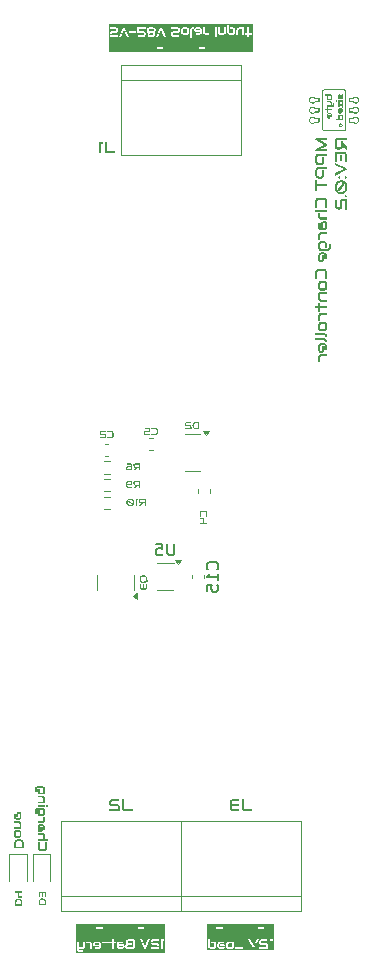
<source format=gbr>
%TF.GenerationSoftware,KiCad,Pcbnew,8.0.0*%
%TF.CreationDate,2024-05-28T22:42:53-04:00*%
%TF.ProjectId,MPPT Charge Controller,4d505054-2043-4686-9172-676520436f6e,0.2*%
%TF.SameCoordinates,Original*%
%TF.FileFunction,Legend,Bot*%
%TF.FilePolarity,Positive*%
%FSLAX46Y46*%
G04 Gerber Fmt 4.6, Leading zero omitted, Abs format (unit mm)*
G04 Created by KiCad (PCBNEW 8.0.0) date 2024-05-28 22:42:53*
%MOMM*%
%LPD*%
G01*
G04 APERTURE LIST*
%ADD10C,0.100000*%
%ADD11C,0.150000*%
%ADD12C,0.120000*%
%ADD13C,0.000000*%
G04 APERTURE END LIST*
D10*
G36*
X122400218Y-71500279D02*
G01*
X122400218Y-71320272D01*
X121813546Y-71320272D01*
X122370664Y-71003489D01*
X122402904Y-70971004D01*
X122413895Y-70926064D01*
X122402904Y-70882344D01*
X122370664Y-70850348D01*
X121813546Y-70532344D01*
X122400218Y-70532344D01*
X122400218Y-70353803D01*
X121491390Y-70353803D01*
X121444088Y-70366670D01*
X121436435Y-70371877D01*
X121406515Y-70412535D01*
X121404195Y-70419748D01*
X121401753Y-70448569D01*
X121407859Y-70476413D01*
X121422269Y-70500837D01*
X121444739Y-70519399D01*
X122151578Y-70926064D01*
X121444739Y-71332728D01*
X121410599Y-71369433D01*
X121407615Y-71376203D01*
X121402282Y-71424928D01*
X121404195Y-71434333D01*
X121430696Y-71476915D01*
X121436435Y-71481716D01*
X121481869Y-71499825D01*
X121491390Y-71500279D01*
X122400218Y-71500279D01*
G37*
G36*
X121827224Y-72682658D02*
G01*
X121878341Y-72679760D01*
X121927507Y-72670221D01*
X121936645Y-72667515D01*
X121984406Y-72648393D01*
X122021397Y-72626482D01*
X122059290Y-72595081D01*
X122084167Y-72567131D01*
X122111843Y-72526073D01*
X122126910Y-72496789D01*
X122143930Y-72450612D01*
X122150846Y-72422540D01*
X122157678Y-72373235D01*
X122158417Y-72352198D01*
X122158417Y-71948220D01*
X121979876Y-71948220D01*
X121979876Y-72352198D01*
X121970227Y-72401833D01*
X121965709Y-72414235D01*
X121939877Y-72456978D01*
X121935179Y-72462107D01*
X121893788Y-72490986D01*
X121888773Y-72493126D01*
X121839881Y-72503730D01*
X121827224Y-72504117D01*
X121746135Y-72504117D01*
X121697132Y-72493920D01*
X121684586Y-72489462D01*
X121641550Y-72464244D01*
X121636470Y-72459665D01*
X121607391Y-72418958D01*
X121605207Y-72413991D01*
X121594131Y-72365012D01*
X121593728Y-72352198D01*
X121593728Y-71949685D01*
X121606942Y-71901682D01*
X121612290Y-71895464D01*
X121659374Y-71877064D01*
X121665779Y-71876901D01*
X122400218Y-71876901D01*
X122400218Y-71698115D01*
X121665779Y-71698115D01*
X121613402Y-71702267D01*
X121564568Y-71716025D01*
X121549031Y-71723272D01*
X121505617Y-71751482D01*
X121471606Y-71785799D01*
X121444755Y-71827364D01*
X121428619Y-71867131D01*
X121417403Y-71916927D01*
X121415186Y-71948220D01*
X121415186Y-72352198D01*
X121418131Y-72402647D01*
X121427824Y-72451512D01*
X121430573Y-72460642D01*
X121449886Y-72508525D01*
X121471850Y-72545394D01*
X121503252Y-72583330D01*
X121531201Y-72607920D01*
X121572346Y-72635478D01*
X121601788Y-72650662D01*
X121647869Y-72668103D01*
X121675793Y-72675087D01*
X121725098Y-72681919D01*
X121746135Y-72682658D01*
X121827224Y-72682658D01*
G37*
G36*
X121827224Y-73811060D02*
G01*
X121878341Y-73808162D01*
X121927507Y-73798623D01*
X121936645Y-73795917D01*
X121984406Y-73776795D01*
X122021397Y-73754884D01*
X122059290Y-73723483D01*
X122084167Y-73695533D01*
X122111843Y-73654475D01*
X122126910Y-73625191D01*
X122143930Y-73579014D01*
X122150846Y-73550942D01*
X122157678Y-73501637D01*
X122158417Y-73480600D01*
X122158417Y-73076622D01*
X121979876Y-73076622D01*
X121979876Y-73480600D01*
X121970227Y-73530235D01*
X121965709Y-73542637D01*
X121939877Y-73585380D01*
X121935179Y-73590509D01*
X121893788Y-73619388D01*
X121888773Y-73621528D01*
X121839881Y-73632132D01*
X121827224Y-73632519D01*
X121746135Y-73632519D01*
X121697132Y-73622322D01*
X121684586Y-73617864D01*
X121641550Y-73592646D01*
X121636470Y-73588066D01*
X121607391Y-73547360D01*
X121605207Y-73542393D01*
X121594131Y-73493414D01*
X121593728Y-73480600D01*
X121593728Y-73078087D01*
X121606942Y-73030084D01*
X121612290Y-73023866D01*
X121659374Y-73005466D01*
X121665779Y-73005303D01*
X122400218Y-73005303D01*
X122400218Y-72826517D01*
X121665779Y-72826517D01*
X121613402Y-72830669D01*
X121564568Y-72844427D01*
X121549031Y-72851674D01*
X121505617Y-72879884D01*
X121471606Y-72914200D01*
X121444755Y-72955766D01*
X121428619Y-72995533D01*
X121417403Y-73045329D01*
X121415186Y-73076622D01*
X121415186Y-73480600D01*
X121418131Y-73531049D01*
X121427824Y-73579914D01*
X121430573Y-73589043D01*
X121449886Y-73636927D01*
X121471850Y-73673796D01*
X121503252Y-73711732D01*
X121531201Y-73736322D01*
X121572346Y-73763880D01*
X121601788Y-73779064D01*
X121647869Y-73796505D01*
X121675793Y-73803489D01*
X121725098Y-73810321D01*
X121746135Y-73811060D01*
X121827224Y-73811060D01*
G37*
G36*
X121593728Y-74848115D02*
G01*
X121593728Y-74454396D01*
X122400218Y-74454396D01*
X122400218Y-74275854D01*
X121593728Y-74275854D01*
X121593728Y-73881646D01*
X121415186Y-73881646D01*
X121415186Y-74848115D01*
X121593728Y-74848115D01*
G37*
G36*
X122400218Y-76296475D02*
G01*
X122400218Y-75652163D01*
X122395066Y-75602475D01*
X122394356Y-75598918D01*
X122379943Y-75551217D01*
X122376282Y-75542498D01*
X122351364Y-75498864D01*
X122344286Y-75489253D01*
X122308687Y-75453141D01*
X122296903Y-75444312D01*
X122252335Y-75420262D01*
X122232423Y-75413049D01*
X122182696Y-75402974D01*
X122149380Y-75401325D01*
X121665779Y-75401325D01*
X121616306Y-75406477D01*
X121612779Y-75407187D01*
X121565078Y-75421600D01*
X121556358Y-75425261D01*
X121512725Y-75450340D01*
X121503114Y-75457501D01*
X121468309Y-75491939D01*
X121458173Y-75505373D01*
X121434024Y-75549814D01*
X121426910Y-75569609D01*
X121416835Y-75618915D01*
X121415186Y-75652163D01*
X121415186Y-76296475D01*
X121593728Y-76296475D01*
X121593728Y-75652163D01*
X121606942Y-75604636D01*
X121612290Y-75598429D01*
X121658425Y-75580397D01*
X121667245Y-75580111D01*
X122149380Y-75580111D01*
X122196540Y-75593500D01*
X122202869Y-75598918D01*
X122221511Y-75645843D01*
X122221676Y-75652163D01*
X122221676Y-76296475D01*
X122400218Y-76296475D01*
G37*
G36*
X122400218Y-77265631D02*
G01*
X122400218Y-77087090D01*
X121907580Y-77087090D01*
X121859361Y-77073252D01*
X121854579Y-77069016D01*
X121836422Y-77022056D01*
X121836261Y-77015526D01*
X121836261Y-76693370D01*
X121657719Y-76693370D01*
X121657719Y-77015526D01*
X121662871Y-77065515D01*
X121663581Y-77069016D01*
X121677929Y-77116478D01*
X121681655Y-77125191D01*
X121706573Y-77168825D01*
X121713651Y-77178436D01*
X121749250Y-77214250D01*
X121761034Y-77222889D01*
X121805475Y-77246714D01*
X121825270Y-77253907D01*
X121874481Y-77263982D01*
X121907580Y-77265631D01*
X122400218Y-77265631D01*
G37*
G36*
X122400218Y-76621318D02*
G01*
X122400218Y-76442533D01*
X121343623Y-76442533D01*
X121343623Y-76621318D01*
X122400218Y-76621318D01*
G37*
G36*
X122154265Y-78190334D02*
G01*
X122202961Y-78185182D01*
X122234377Y-78177145D01*
X122280727Y-78157405D01*
X122314000Y-78134891D01*
X122349617Y-78098909D01*
X122375549Y-78058688D01*
X122393255Y-78010216D01*
X122399832Y-77960914D01*
X122400218Y-77944382D01*
X122400218Y-77622226D01*
X122395161Y-77573530D01*
X122387273Y-77542114D01*
X122367412Y-77495883D01*
X122345019Y-77462491D01*
X122308915Y-77426873D01*
X122268815Y-77400942D01*
X122220168Y-77383235D01*
X122170801Y-77376658D01*
X122154265Y-77376273D01*
X122105474Y-77381330D01*
X122073909Y-77389218D01*
X122027361Y-77409079D01*
X121994042Y-77431472D01*
X121958303Y-77467576D01*
X121932492Y-77507676D01*
X121914611Y-77556323D01*
X121907969Y-77605690D01*
X121907580Y-77622226D01*
X121907580Y-77944382D01*
X122078061Y-77944382D01*
X122078061Y-77622226D01*
X122092895Y-77573891D01*
X122100532Y-77565806D01*
X122145689Y-77546505D01*
X122155730Y-77546022D01*
X122202328Y-77561178D01*
X122210197Y-77568981D01*
X122229259Y-77613983D01*
X122229736Y-77623691D01*
X122229736Y-77944382D01*
X122215225Y-77992555D01*
X122207754Y-78000558D01*
X122162835Y-78020097D01*
X122152799Y-78020586D01*
X121903672Y-78020586D01*
X121856193Y-78006235D01*
X121847984Y-77998848D01*
X121827548Y-77952446D01*
X121827224Y-77944382D01*
X121827224Y-77552128D01*
X121657719Y-77552128D01*
X121657719Y-77944382D01*
X121662871Y-77992982D01*
X121670908Y-78024249D01*
X121690649Y-78070600D01*
X121713162Y-78103872D01*
X121749145Y-78139612D01*
X121789366Y-78165422D01*
X121837838Y-78183303D01*
X121887140Y-78189945D01*
X121903672Y-78190334D01*
X122154265Y-78190334D01*
G37*
G36*
X121836261Y-78988032D02*
G01*
X121836261Y-78586008D01*
X121848354Y-78538641D01*
X121854579Y-78531053D01*
X121901179Y-78512896D01*
X121907580Y-78512735D01*
X122400218Y-78512735D01*
X122400218Y-78333949D01*
X121907580Y-78333949D01*
X121856411Y-78338082D01*
X121825270Y-78345673D01*
X121779271Y-78365487D01*
X121761034Y-78376936D01*
X121723940Y-78409542D01*
X121713651Y-78421877D01*
X121686575Y-78464766D01*
X121681655Y-78475122D01*
X121665504Y-78522629D01*
X121663581Y-78531542D01*
X121657771Y-78580127D01*
X121657719Y-78584787D01*
X121657719Y-78988032D01*
X121836261Y-78988032D01*
G37*
G36*
X122471781Y-79906140D02*
G01*
X122520501Y-79902431D01*
X122554335Y-79894417D01*
X122600774Y-79874718D01*
X122619059Y-79863398D01*
X122656153Y-79831112D01*
X122666442Y-79818702D01*
X122693357Y-79775812D01*
X122698194Y-79765457D01*
X122714519Y-79718187D01*
X122716512Y-79709281D01*
X122722322Y-79660094D01*
X122722374Y-79655303D01*
X122722374Y-79333147D01*
X122543832Y-79333147D01*
X122543832Y-79655303D01*
X122530617Y-79703500D01*
X122525270Y-79709525D01*
X122478186Y-79727198D01*
X122471781Y-79727355D01*
X121907580Y-79727355D01*
X121859361Y-79713704D01*
X121854579Y-79709525D01*
X121836547Y-79664111D01*
X121836261Y-79655303D01*
X121836261Y-79333147D01*
X121851782Y-79285916D01*
X121856533Y-79280879D01*
X121901902Y-79261995D01*
X121907580Y-79261828D01*
X122149380Y-79261828D01*
X122196907Y-79274869D01*
X122203114Y-79280146D01*
X122221386Y-79325907D01*
X122221676Y-79334612D01*
X122221676Y-79655303D01*
X122400218Y-79655303D01*
X122400218Y-79333147D01*
X122395066Y-79282943D01*
X122394356Y-79279413D01*
X122379943Y-79232189D01*
X122376282Y-79223482D01*
X122351364Y-79179923D01*
X122344286Y-79170237D01*
X122308687Y-79134274D01*
X122296903Y-79125540D01*
X122252335Y-79101940D01*
X122232423Y-79094766D01*
X122182696Y-79084691D01*
X122149380Y-79083042D01*
X121907580Y-79083042D01*
X121857591Y-79088194D01*
X121854090Y-79088904D01*
X121806866Y-79103317D01*
X121798159Y-79106978D01*
X121754525Y-79131895D01*
X121744914Y-79138974D01*
X121708951Y-79174656D01*
X121700218Y-79186357D01*
X121676518Y-79230798D01*
X121669443Y-79250593D01*
X121659368Y-79300014D01*
X121657719Y-79333147D01*
X121657719Y-79655303D01*
X121662534Y-79703951D01*
X121663581Y-79709281D01*
X121677929Y-79756808D01*
X121681655Y-79765457D01*
X121706573Y-79809090D01*
X121713651Y-79818702D01*
X121749250Y-79854748D01*
X121761034Y-79863398D01*
X121805475Y-79887223D01*
X121825270Y-79894417D01*
X121874481Y-79904492D01*
X121907580Y-79906140D01*
X122471781Y-79906140D01*
G37*
G36*
X121903672Y-80863328D02*
G01*
X121954707Y-80857648D01*
X121983539Y-80850139D01*
X122029967Y-80830398D01*
X122063407Y-80807885D01*
X122098955Y-80771903D01*
X122124712Y-80731681D01*
X122142418Y-80683210D01*
X122148995Y-80633908D01*
X122149380Y-80617376D01*
X122149380Y-80295219D01*
X121979876Y-80295219D01*
X121979876Y-80617376D01*
X121965203Y-80665549D01*
X121957649Y-80673551D01*
X121912254Y-80693090D01*
X121902206Y-80693579D01*
X121855212Y-80678907D01*
X121847252Y-80671353D01*
X121827537Y-80625165D01*
X121827224Y-80617376D01*
X121827224Y-80295219D01*
X121842058Y-80246885D01*
X121849694Y-80238799D01*
X121894851Y-80219499D01*
X121904893Y-80219016D01*
X122154265Y-80219016D01*
X122201892Y-80233688D01*
X122209952Y-80241242D01*
X122229253Y-80286637D01*
X122229736Y-80296685D01*
X122229736Y-80617376D01*
X122400218Y-80617376D01*
X122400218Y-80295219D01*
X122395161Y-80246523D01*
X122387273Y-80215108D01*
X122367412Y-80168877D01*
X122345019Y-80135484D01*
X122308915Y-80099867D01*
X122268815Y-80073935D01*
X122220168Y-80056229D01*
X122170801Y-80049652D01*
X122154265Y-80049267D01*
X121903672Y-80049267D01*
X121854976Y-80054323D01*
X121823560Y-80062212D01*
X121777209Y-80082073D01*
X121743937Y-80104466D01*
X121708198Y-80140639D01*
X121682388Y-80180914D01*
X121664681Y-80229507D01*
X121658105Y-80278741D01*
X121657719Y-80295219D01*
X121657719Y-80617376D01*
X121662871Y-80666072D01*
X121670908Y-80697487D01*
X121690649Y-80743838D01*
X121713162Y-80777110D01*
X121749145Y-80812850D01*
X121789366Y-80838660D01*
X121837838Y-80856366D01*
X121887140Y-80862943D01*
X121903672Y-80863328D01*
G37*
G36*
X122400218Y-82336113D02*
G01*
X122400218Y-81691800D01*
X122395066Y-81642112D01*
X122394356Y-81638555D01*
X122379943Y-81590854D01*
X122376282Y-81582135D01*
X122351364Y-81538501D01*
X122344286Y-81528890D01*
X122308687Y-81492778D01*
X122296903Y-81483949D01*
X122252335Y-81459899D01*
X122232423Y-81452686D01*
X122182696Y-81442611D01*
X122149380Y-81440963D01*
X121665779Y-81440963D01*
X121616306Y-81446115D01*
X121612779Y-81446824D01*
X121565078Y-81461237D01*
X121556358Y-81464898D01*
X121512725Y-81489977D01*
X121503114Y-81497138D01*
X121468309Y-81531577D01*
X121458173Y-81545010D01*
X121434024Y-81589451D01*
X121426910Y-81609246D01*
X121416835Y-81658552D01*
X121415186Y-81691800D01*
X121415186Y-82336113D01*
X121593728Y-82336113D01*
X121593728Y-81691800D01*
X121606942Y-81644273D01*
X121612290Y-81638066D01*
X121658425Y-81620035D01*
X121667245Y-81619748D01*
X122149380Y-81619748D01*
X122196540Y-81633137D01*
X122202869Y-81638555D01*
X122221511Y-81685480D01*
X122221676Y-81691800D01*
X122221676Y-82336113D01*
X122400218Y-82336113D01*
G37*
G36*
X122170532Y-82456161D02*
G01*
X122220615Y-82463507D01*
X122266617Y-82480704D01*
X122307403Y-82506972D01*
X122344286Y-82543230D01*
X122367180Y-82577191D01*
X122387273Y-82624563D01*
X122395161Y-82656574D01*
X122400218Y-82705652D01*
X122400218Y-83027808D01*
X122400166Y-83032599D01*
X122394356Y-83081786D01*
X122392369Y-83090692D01*
X122376282Y-83137962D01*
X122371362Y-83148317D01*
X122344286Y-83191207D01*
X122333997Y-83203617D01*
X122296903Y-83235903D01*
X122278642Y-83247223D01*
X122232423Y-83266922D01*
X122198376Y-83274936D01*
X122149380Y-83278646D01*
X121907580Y-83278646D01*
X121875971Y-83276429D01*
X121826003Y-83265212D01*
X121786236Y-83249077D01*
X121744670Y-83222226D01*
X121710293Y-83188032D01*
X121682388Y-83144556D01*
X121675281Y-83129019D01*
X121661791Y-83080186D01*
X121657719Y-83027808D01*
X121836261Y-83027808D01*
X121836417Y-83034255D01*
X121854090Y-83081297D01*
X121861455Y-83087606D01*
X121909045Y-83099860D01*
X122149380Y-83099860D01*
X122155829Y-83099703D01*
X122203114Y-83082030D01*
X122208461Y-83076005D01*
X122221676Y-83027808D01*
X122221676Y-82707117D01*
X122221386Y-82698412D01*
X122203114Y-82652651D01*
X122196907Y-82647374D01*
X122149380Y-82634333D01*
X121907580Y-82634333D01*
X121901179Y-82634494D01*
X121854579Y-82652651D01*
X121849302Y-82658875D01*
X121836261Y-82707117D01*
X121836261Y-83027808D01*
X121657719Y-83027808D01*
X121657719Y-82705652D01*
X121659896Y-82674359D01*
X121670908Y-82624563D01*
X121686747Y-82584796D01*
X121713651Y-82543230D01*
X121747967Y-82508914D01*
X121791320Y-82480704D01*
X121806716Y-82473457D01*
X121855283Y-82459699D01*
X121907580Y-82455547D01*
X122149380Y-82455547D01*
X122170532Y-82456161D01*
G37*
G36*
X122400218Y-84248290D02*
G01*
X122400218Y-84069504D01*
X121987936Y-84069504D01*
X121939530Y-84062772D01*
X121925165Y-84057536D01*
X121883917Y-84031081D01*
X121877538Y-84024808D01*
X121849782Y-83983294D01*
X121847007Y-83976448D01*
X121836639Y-83928299D01*
X121836261Y-83916364D01*
X121836261Y-83603733D01*
X122400218Y-83603733D01*
X122400218Y-83425191D01*
X121746135Y-83425191D01*
X121711697Y-83432030D01*
X121683365Y-83451325D01*
X121664558Y-83480146D01*
X121657719Y-83515317D01*
X121657719Y-83917829D01*
X121661631Y-83968174D01*
X121665291Y-83988904D01*
X121679225Y-84037635D01*
X121689715Y-84062909D01*
X121714101Y-84107579D01*
X121732213Y-84133007D01*
X121766628Y-84169987D01*
X121794739Y-84192114D01*
X121839588Y-84217840D01*
X121879492Y-84233147D01*
X121927284Y-84244016D01*
X121976731Y-84248157D01*
X121987936Y-84248290D01*
X122400218Y-84248290D01*
G37*
G36*
X121836261Y-85053070D02*
G01*
X121836261Y-84741172D01*
X122400218Y-84741172D01*
X122400218Y-84560432D01*
X121836261Y-84560432D01*
X121836261Y-84328401D01*
X121657719Y-84328401D01*
X121657719Y-84560432D01*
X121415186Y-84560432D01*
X121415186Y-84741172D01*
X121657719Y-84741172D01*
X121657719Y-85053070D01*
X121836261Y-85053070D01*
G37*
G36*
X121836261Y-85812177D02*
G01*
X121836261Y-85410153D01*
X121848354Y-85362786D01*
X121854579Y-85355198D01*
X121901179Y-85337041D01*
X121907580Y-85336880D01*
X122400218Y-85336880D01*
X122400218Y-85158094D01*
X121907580Y-85158094D01*
X121856411Y-85162227D01*
X121825270Y-85169818D01*
X121779271Y-85189632D01*
X121761034Y-85201081D01*
X121723940Y-85233688D01*
X121713651Y-85246022D01*
X121686575Y-85288911D01*
X121681655Y-85299267D01*
X121665504Y-85346775D01*
X121663581Y-85355687D01*
X121657771Y-85404272D01*
X121657719Y-85408932D01*
X121657719Y-85812177D01*
X121836261Y-85812177D01*
G37*
G36*
X122170532Y-85907801D02*
G01*
X122220615Y-85915147D01*
X122266617Y-85932344D01*
X122307403Y-85958612D01*
X122344286Y-85994870D01*
X122367180Y-86028831D01*
X122387273Y-86076203D01*
X122395161Y-86108214D01*
X122400218Y-86157292D01*
X122400218Y-86479448D01*
X122400166Y-86484239D01*
X122394356Y-86533426D01*
X122392369Y-86542332D01*
X122376282Y-86589602D01*
X122371362Y-86599957D01*
X122344286Y-86642847D01*
X122333997Y-86655257D01*
X122296903Y-86687543D01*
X122278642Y-86698863D01*
X122232423Y-86718562D01*
X122198376Y-86726576D01*
X122149380Y-86730286D01*
X121907580Y-86730286D01*
X121875971Y-86728069D01*
X121826003Y-86716852D01*
X121786236Y-86700716D01*
X121744670Y-86673866D01*
X121710293Y-86639672D01*
X121682388Y-86596196D01*
X121675281Y-86580659D01*
X121661791Y-86531826D01*
X121657719Y-86479448D01*
X121836261Y-86479448D01*
X121836417Y-86485895D01*
X121854090Y-86532937D01*
X121861455Y-86539246D01*
X121909045Y-86551500D01*
X122149380Y-86551500D01*
X122155829Y-86551343D01*
X122203114Y-86533670D01*
X122208461Y-86527645D01*
X122221676Y-86479448D01*
X122221676Y-86158757D01*
X122221386Y-86150052D01*
X122203114Y-86104291D01*
X122196907Y-86099014D01*
X122149380Y-86085973D01*
X121907580Y-86085973D01*
X121901179Y-86086134D01*
X121854579Y-86104291D01*
X121849302Y-86110515D01*
X121836261Y-86158757D01*
X121836261Y-86479448D01*
X121657719Y-86479448D01*
X121657719Y-86157292D01*
X121659896Y-86125999D01*
X121670908Y-86076203D01*
X121686747Y-86036436D01*
X121713651Y-85994870D01*
X121747967Y-85960554D01*
X121791320Y-85932344D01*
X121806716Y-85925097D01*
X121855283Y-85911339D01*
X121907580Y-85907187D01*
X122149380Y-85907187D01*
X122170532Y-85907801D01*
G37*
G36*
X122400218Y-87203140D02*
G01*
X122400218Y-87123517D01*
X122395161Y-87073275D01*
X122387273Y-87041207D01*
X122367180Y-86994075D01*
X122344286Y-86959874D01*
X122307403Y-86923494D01*
X122266617Y-86897348D01*
X122220615Y-86880484D01*
X122170532Y-86873281D01*
X122149380Y-86872679D01*
X121343623Y-86872679D01*
X121343623Y-87051465D01*
X122149380Y-87051465D01*
X122196985Y-87067173D01*
X122202137Y-87071981D01*
X122221504Y-87117793D01*
X122221676Y-87123517D01*
X122221676Y-87203140D01*
X122400218Y-87203140D01*
G37*
G36*
X122400218Y-87641800D02*
G01*
X122400218Y-87562177D01*
X122395161Y-87511935D01*
X122387273Y-87479867D01*
X122367180Y-87432735D01*
X122344286Y-87398534D01*
X122307403Y-87362154D01*
X122266617Y-87336008D01*
X122220615Y-87319145D01*
X122170532Y-87311942D01*
X122149380Y-87311339D01*
X121343623Y-87311339D01*
X121343623Y-87490125D01*
X122149380Y-87490125D01*
X122196985Y-87505833D01*
X122202137Y-87510642D01*
X122221504Y-87556453D01*
X122221676Y-87562177D01*
X122221676Y-87641800D01*
X122400218Y-87641800D01*
G37*
G36*
X121903672Y-88553070D02*
G01*
X121954707Y-88547390D01*
X121983539Y-88539881D01*
X122029967Y-88520140D01*
X122063407Y-88497627D01*
X122098955Y-88461644D01*
X122124712Y-88421423D01*
X122142418Y-88372951D01*
X122148995Y-88323650D01*
X122149380Y-88307117D01*
X122149380Y-87984961D01*
X121979876Y-87984961D01*
X121979876Y-88307117D01*
X121965203Y-88355291D01*
X121957649Y-88363293D01*
X121912254Y-88382832D01*
X121902206Y-88383321D01*
X121855212Y-88368649D01*
X121847252Y-88361095D01*
X121827537Y-88314906D01*
X121827224Y-88307117D01*
X121827224Y-87984961D01*
X121842058Y-87936627D01*
X121849694Y-87928541D01*
X121894851Y-87909240D01*
X121904893Y-87908757D01*
X122154265Y-87908757D01*
X122201892Y-87923430D01*
X122209952Y-87930983D01*
X122229253Y-87976379D01*
X122229736Y-87986427D01*
X122229736Y-88307117D01*
X122400218Y-88307117D01*
X122400218Y-87984961D01*
X122395161Y-87936265D01*
X122387273Y-87904849D01*
X122367412Y-87858619D01*
X122345019Y-87825226D01*
X122308915Y-87789609D01*
X122268815Y-87763677D01*
X122220168Y-87745971D01*
X122170801Y-87739394D01*
X122154265Y-87739009D01*
X121903672Y-87739009D01*
X121854976Y-87744065D01*
X121823560Y-87751953D01*
X121777209Y-87771814D01*
X121743937Y-87794207D01*
X121708198Y-87830380D01*
X121682388Y-87870655D01*
X121664681Y-87919249D01*
X121658105Y-87968482D01*
X121657719Y-87984961D01*
X121657719Y-88307117D01*
X121662871Y-88355813D01*
X121670908Y-88387229D01*
X121690649Y-88433580D01*
X121713162Y-88466852D01*
X121749145Y-88502591D01*
X121789366Y-88528401D01*
X121837838Y-88546108D01*
X121887140Y-88552685D01*
X121903672Y-88553070D01*
G37*
G36*
X121836261Y-89318527D02*
G01*
X121836261Y-88916503D01*
X121848354Y-88869136D01*
X121854579Y-88861549D01*
X121901179Y-88843391D01*
X121907580Y-88843230D01*
X122400218Y-88843230D01*
X122400218Y-88664445D01*
X121907580Y-88664445D01*
X121856411Y-88668578D01*
X121825270Y-88676168D01*
X121779271Y-88695983D01*
X121761034Y-88707431D01*
X121723940Y-88740038D01*
X121713651Y-88752372D01*
X121686575Y-88795262D01*
X121681655Y-88805617D01*
X121665504Y-88853125D01*
X121663581Y-88862037D01*
X121657771Y-88910622D01*
X121657719Y-88915282D01*
X121657719Y-89318527D01*
X121836261Y-89318527D01*
G37*
G36*
X123426135Y-71338101D02*
G01*
X123477253Y-71335203D01*
X123526418Y-71325665D01*
X123535556Y-71322958D01*
X123583439Y-71303836D01*
X123620308Y-71281926D01*
X123658201Y-71250524D01*
X123683079Y-71222575D01*
X123710841Y-71181634D01*
X123726065Y-71152233D01*
X123743506Y-71106055D01*
X123750490Y-71077983D01*
X123757322Y-71028678D01*
X123758061Y-71007641D01*
X124080218Y-71380600D01*
X124080218Y-71104605D01*
X123758061Y-70732135D01*
X123758061Y-70603663D01*
X123579520Y-70603663D01*
X123579520Y-71007641D01*
X123569872Y-71056728D01*
X123565354Y-71069190D01*
X123539521Y-71112120D01*
X123534823Y-71117306D01*
X123493432Y-71146427D01*
X123488417Y-71148569D01*
X123439041Y-71159173D01*
X123426135Y-71159560D01*
X123313539Y-71159560D01*
X123290580Y-71155652D01*
X123279101Y-71146127D01*
X123274460Y-71133670D01*
X123273728Y-71121702D01*
X123273728Y-70532344D01*
X124080218Y-70532344D01*
X124080218Y-70353803D01*
X123185067Y-70353803D01*
X123150141Y-70360642D01*
X123121320Y-70379448D01*
X123102025Y-70407780D01*
X123095186Y-70443684D01*
X123095186Y-71121702D01*
X123099347Y-71170462D01*
X123114291Y-71217372D01*
X123116924Y-71222575D01*
X123144659Y-71264065D01*
X123171146Y-71289497D01*
X123213850Y-71316135D01*
X123241488Y-71326622D01*
X123291233Y-71336980D01*
X123312318Y-71338101D01*
X123426135Y-71338101D01*
G37*
G36*
X123677705Y-72321423D02*
G01*
X123677705Y-71757466D01*
X123497698Y-71757466D01*
X123497698Y-72321423D01*
X123677705Y-72321423D01*
G37*
G36*
X124080218Y-72401779D02*
G01*
X124080218Y-71757466D01*
X124075161Y-71708389D01*
X124067273Y-71676378D01*
X124047180Y-71628928D01*
X124024286Y-71594801D01*
X123987403Y-71558542D01*
X123946617Y-71532274D01*
X123900615Y-71515244D01*
X123850532Y-71507970D01*
X123829380Y-71507362D01*
X123185067Y-71507362D01*
X123150141Y-71514200D01*
X123121320Y-71533007D01*
X123102025Y-71561584D01*
X123095186Y-71597243D01*
X123095186Y-72401779D01*
X123273728Y-72401779D01*
X123273728Y-71685903D01*
X123829380Y-71685903D01*
X123876907Y-71699118D01*
X123883114Y-71704466D01*
X123901386Y-71750040D01*
X123901676Y-71758688D01*
X123901676Y-72401779D01*
X124080218Y-72401779D01*
G37*
G36*
X123095186Y-73554361D02*
G01*
X124045291Y-73087857D01*
X124080462Y-73055129D01*
X124093895Y-73007501D01*
X124080462Y-72960362D01*
X124045291Y-72927145D01*
X123095186Y-72461374D01*
X123095186Y-72661165D01*
X123804712Y-73007501D01*
X123095186Y-73355059D01*
X123095186Y-73554361D01*
G37*
G36*
X123990336Y-73790300D02*
G01*
X124025019Y-73782972D01*
X124053107Y-73763921D01*
X124071913Y-73735589D01*
X124078752Y-73701639D01*
X124071913Y-73666957D01*
X124053107Y-73638869D01*
X124025019Y-73620062D01*
X123990336Y-73613224D01*
X123956142Y-73620062D01*
X123928054Y-73638869D01*
X123909003Y-73666957D01*
X123901676Y-73701639D01*
X123909003Y-73735589D01*
X123928054Y-73763921D01*
X123956142Y-73782972D01*
X123990336Y-73790300D01*
G37*
G36*
X123427601Y-73790300D02*
G01*
X123462283Y-73782972D01*
X123490615Y-73763921D01*
X123509422Y-73735589D01*
X123516261Y-73701639D01*
X123509422Y-73666957D01*
X123490615Y-73638869D01*
X123462283Y-73620062D01*
X123427601Y-73613224D01*
X123393651Y-73620062D01*
X123365563Y-73638869D01*
X123346268Y-73666957D01*
X123338940Y-73701639D01*
X123346268Y-73735589D01*
X123365563Y-73763921D01*
X123393651Y-73782972D01*
X123427601Y-73790300D01*
G37*
G36*
X123766121Y-74192812D02*
G01*
X123798605Y-74206489D01*
X123828159Y-74238729D01*
X123838417Y-74280739D01*
X123834998Y-74306140D01*
X123822541Y-74330321D01*
X123500385Y-74812456D01*
X123475472Y-74838101D01*
X123443721Y-74851535D01*
X123409527Y-74851535D01*
X123376798Y-74837857D01*
X123352130Y-74812700D01*
X123338940Y-74781193D01*
X123338940Y-74746755D01*
X123352862Y-74714270D01*
X123675019Y-74230669D01*
X123700176Y-74205024D01*
X123731683Y-74192323D01*
X123766121Y-74192812D01*
G37*
G36*
X123682976Y-73949298D02*
G01*
X123733993Y-73953926D01*
X123782485Y-73964445D01*
X123789201Y-73966417D01*
X123837562Y-73984309D01*
X123882381Y-74007676D01*
X123888084Y-74011197D01*
X123928549Y-74040224D01*
X123964935Y-74073866D01*
X123969442Y-74078717D01*
X124000569Y-74116867D01*
X124026973Y-74158129D01*
X124030132Y-74163861D01*
X124050912Y-74208312D01*
X124066540Y-74255338D01*
X124068196Y-74261790D01*
X124077212Y-74310852D01*
X124080218Y-74361095D01*
X124080218Y-74683251D01*
X124080164Y-74689959D01*
X124076357Y-74739654D01*
X124066540Y-74788276D01*
X124064754Y-74794695D01*
X124048439Y-74841378D01*
X124026973Y-74885484D01*
X124023725Y-74891195D01*
X123996691Y-74932135D01*
X123964935Y-74969748D01*
X123960319Y-74974531D01*
X123923389Y-75007786D01*
X123882381Y-75036427D01*
X123876610Y-75039888D01*
X123831319Y-75062686D01*
X123782485Y-75079902D01*
X123768888Y-75083565D01*
X123719674Y-75092541D01*
X123667936Y-75095533D01*
X123507224Y-75095533D01*
X123492241Y-75095289D01*
X123441364Y-75090587D01*
X123392918Y-75079902D01*
X123386202Y-75077929D01*
X123337842Y-75059968D01*
X123293023Y-75036427D01*
X123287291Y-75032875D01*
X123246733Y-75003619D01*
X123210469Y-74969748D01*
X123205962Y-74964925D01*
X123174835Y-74926869D01*
X123148431Y-74885484D01*
X123145243Y-74879752D01*
X123124370Y-74835302D01*
X123108864Y-74788276D01*
X123107207Y-74781855D01*
X123098191Y-74733090D01*
X123095186Y-74683251D01*
X123273728Y-74683251D01*
X123276406Y-74722802D01*
X123289603Y-74771179D01*
X123306727Y-74805974D01*
X123336987Y-74844940D01*
X123368628Y-74872146D01*
X123411236Y-74896231D01*
X123456849Y-74910703D01*
X123507224Y-74915526D01*
X123667936Y-74915526D01*
X123714021Y-74911877D01*
X123761969Y-74898918D01*
X123794762Y-74883324D01*
X123835730Y-74852267D01*
X123860134Y-74823336D01*
X123884090Y-74778995D01*
X123897280Y-74733688D01*
X123901676Y-74683251D01*
X123901676Y-74361095D01*
X123899045Y-74321618D01*
X123886044Y-74272923D01*
X123868847Y-74237821D01*
X123838906Y-74198185D01*
X123809594Y-74172453D01*
X123764900Y-74146650D01*
X123719043Y-74132362D01*
X123667936Y-74127599D01*
X123507224Y-74127599D01*
X123459278Y-74131892D01*
X123410259Y-74147138D01*
X123374529Y-74166713D01*
X123336010Y-74199162D01*
X123311887Y-74229623D01*
X123289115Y-74274145D01*
X123278236Y-74311584D01*
X123273728Y-74361095D01*
X123273728Y-74683251D01*
X123095186Y-74683251D01*
X123095186Y-74361095D01*
X123095305Y-74350985D01*
X123099479Y-74301206D01*
X123109616Y-74252715D01*
X123125716Y-74205512D01*
X123129627Y-74196268D01*
X123152015Y-74152080D01*
X123179125Y-74111280D01*
X123210957Y-74073866D01*
X123217848Y-74066842D01*
X123254795Y-74034413D01*
X123295892Y-74006468D01*
X123341139Y-73983007D01*
X123355423Y-73976940D01*
X123404958Y-73961026D01*
X123457451Y-73951743D01*
X123507224Y-73949057D01*
X123667936Y-73949057D01*
X123682976Y-73949298D01*
G37*
G36*
X123990336Y-75386182D02*
G01*
X124025019Y-75378855D01*
X124053107Y-75359804D01*
X124071913Y-75331716D01*
X124078752Y-75297766D01*
X124071913Y-75263084D01*
X124053107Y-75234752D01*
X124025019Y-75215945D01*
X123990336Y-75209106D01*
X123956142Y-75215945D01*
X123928054Y-75234752D01*
X123909003Y-75263084D01*
X123901676Y-75297766D01*
X123909003Y-75331716D01*
X123928054Y-75359804D01*
X123956142Y-75378855D01*
X123990336Y-75386182D01*
G37*
G36*
X124080218Y-76418108D02*
G01*
X124080218Y-75513433D01*
X123749757Y-75513433D01*
X123699554Y-75518585D01*
X123696024Y-75519295D01*
X123648149Y-75533707D01*
X123639359Y-75537369D01*
X123595254Y-75562286D01*
X123585626Y-75569364D01*
X123549514Y-75605047D01*
X123540685Y-75616748D01*
X123516635Y-75661189D01*
X123509422Y-75680983D01*
X123499347Y-75730290D01*
X123497698Y-75763538D01*
X123497698Y-76166050D01*
X123484831Y-76214073D01*
X123479624Y-76220027D01*
X123432582Y-76237458D01*
X123426135Y-76237613D01*
X123347245Y-76237613D01*
X123298526Y-76224746D01*
X123292290Y-76219539D01*
X123273891Y-76173783D01*
X123273728Y-76167515D01*
X123273728Y-75593789D01*
X123095186Y-75593789D01*
X123095186Y-76167515D01*
X123099319Y-76218073D01*
X123106910Y-76249092D01*
X123126619Y-76295091D01*
X123138173Y-76313328D01*
X123170779Y-76350560D01*
X123183114Y-76360956D01*
X123224294Y-76387777D01*
X123236358Y-76393684D01*
X123283866Y-76410248D01*
X123292779Y-76412247D01*
X123342681Y-76418085D01*
X123345779Y-76418108D01*
X123426135Y-76418108D01*
X123475251Y-76414571D01*
X123524739Y-76401501D01*
X123543372Y-76392951D01*
X123586603Y-76364802D01*
X123621041Y-76330181D01*
X123648082Y-76288493D01*
X123664272Y-76248848D01*
X123675488Y-76199084D01*
X123677705Y-76167515D01*
X123677705Y-75763538D01*
X123683811Y-75728367D01*
X123700420Y-75708094D01*
X123723867Y-75697592D01*
X123749757Y-75691974D01*
X123901676Y-75691974D01*
X123901676Y-76418108D01*
X124080218Y-76418108D01*
G37*
D11*
G36*
X97918000Y-129983251D02*
G01*
X97918000Y-130504954D01*
X97921851Y-130544514D01*
X97922689Y-130548917D01*
X97934110Y-130586632D01*
X97937734Y-130595226D01*
X97957307Y-130629873D01*
X97964113Y-130639190D01*
X97992286Y-130667913D01*
X98003387Y-130676314D01*
X98038507Y-130695566D01*
X98056729Y-130702302D01*
X98095381Y-130710296D01*
X98124922Y-130711876D01*
X98511803Y-130711876D01*
X98551202Y-130708025D01*
X98555571Y-130707187D01*
X98593286Y-130695766D01*
X98601879Y-130692141D01*
X98636593Y-130672449D01*
X98645843Y-130665568D01*
X98674566Y-130637028D01*
X98682968Y-130625903D01*
X98702304Y-130590968D01*
X98708956Y-130572951D01*
X98716950Y-130534463D01*
X98718530Y-130504954D01*
X98718530Y-129983251D01*
X98563191Y-129983251D01*
X98563191Y-130504954D01*
X98550905Y-130542628D01*
X98550100Y-130543446D01*
X98512278Y-130556330D01*
X98510630Y-130556342D01*
X98124922Y-130556342D01*
X98087467Y-130544056D01*
X98086625Y-130543251D01*
X98073338Y-130504954D01*
X98073338Y-129983251D01*
X97918000Y-129983251D01*
G37*
G36*
X97918000Y-129207926D02*
G01*
X97918000Y-129363265D01*
X98318362Y-129363265D01*
X98355658Y-129375001D01*
X98356464Y-129375770D01*
X98369165Y-129414263D01*
X98369165Y-129678240D01*
X98524503Y-129678240D01*
X98524503Y-129414263D01*
X98520652Y-129374443D01*
X98519814Y-129370104D01*
X98508453Y-129332577D01*
X98504769Y-129323991D01*
X98485196Y-129289277D01*
X98478390Y-129280027D01*
X98450217Y-129251341D01*
X98439116Y-129243097D01*
X98404089Y-129224291D01*
X98385969Y-129217696D01*
X98347713Y-129209539D01*
X98318362Y-129207926D01*
X97918000Y-129207926D01*
G37*
G36*
X97918000Y-129723377D02*
G01*
X97918000Y-129878910D01*
X98775780Y-129878910D01*
X98775780Y-129723377D01*
X97918000Y-129723377D01*
G37*
G36*
X98121014Y-128468164D02*
G01*
X98080836Y-128472362D01*
X98054971Y-128478910D01*
X98018828Y-128494134D01*
X97989318Y-128513886D01*
X97961475Y-128541632D01*
X97939808Y-128574387D01*
X97938516Y-128576803D01*
X97924491Y-128614005D01*
X97918500Y-128654243D01*
X97918000Y-128671178D01*
X97918000Y-128928903D01*
X97922197Y-128969081D01*
X97928746Y-128994947D01*
X97943914Y-129030992D01*
X97963526Y-129060599D01*
X97991419Y-129088443D01*
X98024223Y-129110110D01*
X98026639Y-129111402D01*
X98063841Y-129125427D01*
X98104078Y-129131417D01*
X98121014Y-129131918D01*
X98161268Y-129127720D01*
X98187253Y-129121171D01*
X98223548Y-129106003D01*
X98253101Y-129086391D01*
X98281091Y-129058499D01*
X98302807Y-129025695D01*
X98304099Y-129023279D01*
X98318123Y-128986077D01*
X98324114Y-128945839D01*
X98324615Y-128928903D01*
X98324615Y-128664926D01*
X98175725Y-128664926D01*
X98175725Y-128928903D01*
X98162566Y-128966765D01*
X98159702Y-128969545D01*
X98122814Y-128983559D01*
X98119842Y-128983614D01*
X98082564Y-128969188D01*
X98080763Y-128967201D01*
X98066944Y-128930587D01*
X98066890Y-128927731D01*
X98066890Y-128671178D01*
X98079728Y-128633478D01*
X98082521Y-128630732D01*
X98119215Y-128616524D01*
X98122187Y-128616468D01*
X98321489Y-128616468D01*
X98358702Y-128629146D01*
X98361545Y-128631904D01*
X98376336Y-128668231D01*
X98376394Y-128671178D01*
X98376394Y-128991234D01*
X98524503Y-128991234D01*
X98524503Y-128671178D01*
X98520305Y-128631077D01*
X98513757Y-128605331D01*
X98498533Y-128569188D01*
X98478781Y-128539678D01*
X98451035Y-128511688D01*
X98418280Y-128489972D01*
X98415864Y-128488680D01*
X98378662Y-128474655D01*
X98338424Y-128468665D01*
X98321489Y-128468164D01*
X98121014Y-128468164D01*
G37*
G36*
X98369165Y-127830006D02*
G01*
X98369165Y-128157878D01*
X98358002Y-128195682D01*
X98356464Y-128197347D01*
X98318362Y-128210243D01*
X97918000Y-128210243D01*
X97918000Y-128365777D01*
X98318362Y-128365777D01*
X98358314Y-128362748D01*
X98385969Y-128356203D01*
X98422433Y-128340603D01*
X98439116Y-128330215D01*
X98468727Y-128304480D01*
X98478390Y-128293090D01*
X98500033Y-128259230D01*
X98504769Y-128249322D01*
X98517856Y-128211597D01*
X98519814Y-128202818D01*
X98524430Y-128163987D01*
X98524503Y-128158855D01*
X98524503Y-127830006D01*
X98369165Y-127830006D01*
G37*
G36*
X97867002Y-127095519D02*
G01*
X97826926Y-127098610D01*
X97799004Y-127105289D01*
X97762367Y-127120632D01*
X97745662Y-127130885D01*
X97714924Y-127157593D01*
X97706387Y-127167815D01*
X97684744Y-127201861D01*
X97680009Y-127211779D01*
X97667110Y-127249255D01*
X97665159Y-127258087D01*
X97660351Y-127297175D01*
X97660274Y-127302441D01*
X97660274Y-127566419D01*
X97815613Y-127566419D01*
X97815613Y-127302441D01*
X97827899Y-127264353D01*
X97828704Y-127263558D01*
X97867002Y-127251053D01*
X98318362Y-127251053D01*
X98355658Y-127262789D01*
X98356464Y-127263558D01*
X98369152Y-127300795D01*
X98369165Y-127302441D01*
X98369165Y-127560167D01*
X98354706Y-127597487D01*
X98318362Y-127610969D01*
X98124922Y-127610969D01*
X98087064Y-127598866D01*
X98086234Y-127598073D01*
X98073351Y-127560618D01*
X98073338Y-127558994D01*
X98073338Y-127296189D01*
X97918000Y-127296189D01*
X97918000Y-127560167D01*
X97921851Y-127599987D01*
X97922689Y-127604326D01*
X97934110Y-127641852D01*
X97937734Y-127650439D01*
X97957307Y-127684900D01*
X97964113Y-127694207D01*
X97992286Y-127723003D01*
X98003387Y-127731332D01*
X98038507Y-127750231D01*
X98056729Y-127756929D01*
X98095381Y-127764923D01*
X98124922Y-127766503D01*
X98318362Y-127766503D01*
X98358022Y-127762651D01*
X98362326Y-127761813D01*
X98399852Y-127750393D01*
X98408439Y-127746768D01*
X98443153Y-127727195D01*
X98452403Y-127720390D01*
X98481016Y-127692143D01*
X98489332Y-127681116D01*
X98508315Y-127646088D01*
X98514929Y-127627968D01*
X98522923Y-127589549D01*
X98524503Y-127560167D01*
X98524503Y-127302441D01*
X98520652Y-127262461D01*
X98519814Y-127258087D01*
X98508453Y-127220184D01*
X98504769Y-127211583D01*
X98485196Y-127177055D01*
X98478390Y-127167815D01*
X98450217Y-127139128D01*
X98439116Y-127130885D01*
X98404089Y-127111902D01*
X98385969Y-127105289D01*
X98347713Y-127097131D01*
X98318362Y-127095519D01*
X97867002Y-127095519D01*
G37*
G36*
X98634120Y-126823725D02*
G01*
X98634120Y-126979259D01*
X98775780Y-126979259D01*
X98775780Y-126823725D01*
X98634120Y-126823725D01*
G37*
G36*
X97918000Y-126823725D02*
G01*
X97918000Y-126979259D01*
X98524503Y-126979259D01*
X98524503Y-126823725D01*
X97918000Y-126823725D01*
G37*
G36*
X97918000Y-126029839D02*
G01*
X97918000Y-126185372D01*
X98254078Y-126185372D01*
X98293648Y-126191435D01*
X98301754Y-126194556D01*
X98335028Y-126216303D01*
X98337902Y-126219176D01*
X98359394Y-126252001D01*
X98360958Y-126255910D01*
X98369037Y-126295532D01*
X98369165Y-126301632D01*
X98369165Y-126545484D01*
X97918000Y-126545484D01*
X97918000Y-126700822D01*
X98447518Y-126700822D01*
X98477609Y-126694961D01*
X98502228Y-126678157D01*
X98518446Y-126652951D01*
X98524503Y-126622469D01*
X98524503Y-126300460D01*
X98521548Y-126261192D01*
X98518251Y-126242428D01*
X98507702Y-126204310D01*
X98498516Y-126181660D01*
X98479587Y-126146960D01*
X98463540Y-126124409D01*
X98436894Y-126095613D01*
X98412152Y-126075952D01*
X98377533Y-126055859D01*
X98342591Y-126042344D01*
X98303582Y-126033368D01*
X98263222Y-126029948D01*
X98254078Y-126029839D01*
X97918000Y-126029839D01*
G37*
G36*
X97867002Y-125262721D02*
G01*
X97826926Y-125265812D01*
X97799004Y-125272490D01*
X97762367Y-125287834D01*
X97745662Y-125298087D01*
X97714924Y-125324795D01*
X97706387Y-125335016D01*
X97684744Y-125369063D01*
X97680009Y-125378980D01*
X97667110Y-125416457D01*
X97665159Y-125425289D01*
X97660351Y-125464377D01*
X97660274Y-125469643D01*
X97660274Y-125733621D01*
X97815613Y-125733621D01*
X97815613Y-125469643D01*
X97827899Y-125431555D01*
X97828704Y-125430760D01*
X97867002Y-125418254D01*
X98318362Y-125418254D01*
X98355658Y-125429990D01*
X98356464Y-125430760D01*
X98369152Y-125467996D01*
X98369165Y-125469643D01*
X98369165Y-125727368D01*
X98354706Y-125764689D01*
X98318362Y-125778171D01*
X98124922Y-125778171D01*
X98087064Y-125766068D01*
X98086234Y-125765275D01*
X98073351Y-125727819D01*
X98073338Y-125726196D01*
X98073338Y-125463391D01*
X97918000Y-125463391D01*
X97918000Y-125727368D01*
X97921851Y-125767188D01*
X97922689Y-125771527D01*
X97934110Y-125809054D01*
X97937734Y-125817640D01*
X97957307Y-125852101D01*
X97964113Y-125861409D01*
X97992286Y-125890205D01*
X98003387Y-125898534D01*
X98038507Y-125917433D01*
X98056729Y-125924130D01*
X98095381Y-125932124D01*
X98124922Y-125933705D01*
X98318362Y-125933705D01*
X98358022Y-125929853D01*
X98362326Y-125929015D01*
X98399852Y-125917594D01*
X98408439Y-125913970D01*
X98443153Y-125894397D01*
X98452403Y-125887592D01*
X98481016Y-125859345D01*
X98489332Y-125848317D01*
X98508315Y-125813290D01*
X98514929Y-125795170D01*
X98522923Y-125756751D01*
X98524503Y-125727368D01*
X98524503Y-125469643D01*
X98520652Y-125429663D01*
X98519814Y-125425289D01*
X98508453Y-125387385D01*
X98504769Y-125378785D01*
X98485196Y-125344257D01*
X98478390Y-125335016D01*
X98450217Y-125306330D01*
X98439116Y-125298087D01*
X98404089Y-125279104D01*
X98385969Y-125272490D01*
X98347713Y-125264333D01*
X98318362Y-125262721D01*
X97867002Y-125262721D01*
G37*
G36*
X105967313Y-138848661D02*
G01*
X105502079Y-138848661D01*
X105494068Y-138848270D01*
X105486447Y-138845926D01*
X105480781Y-138838696D01*
X105478045Y-138823455D01*
X105478045Y-138797077D01*
X105483592Y-138757318D01*
X105486447Y-138749205D01*
X105507845Y-138715133D01*
X105509699Y-138713253D01*
X105543577Y-138691225D01*
X105546238Y-138690196D01*
X105586073Y-138682190D01*
X105594305Y-138681990D01*
X105922567Y-138681990D01*
X105922567Y-138525479D01*
X105658590Y-138525479D01*
X105618702Y-138520190D01*
X105610523Y-138517468D01*
X105576862Y-138497137D01*
X105573984Y-138494411D01*
X105551956Y-138460877D01*
X105550928Y-138458263D01*
X105543112Y-138418480D01*
X105542916Y-138410196D01*
X105542916Y-138383427D01*
X105566364Y-138358808D01*
X105967313Y-138358808D01*
X105967313Y-138848661D01*
G37*
G36*
X108708484Y-139350614D02*
G01*
X101144802Y-139350614D01*
X101144802Y-138397496D01*
X101233691Y-138397496D01*
X101233691Y-139054997D01*
X101236782Y-139095073D01*
X101243461Y-139122995D01*
X101258804Y-139159632D01*
X101269057Y-139176337D01*
X101295765Y-139207075D01*
X101305987Y-139215612D01*
X101340033Y-139237255D01*
X101349951Y-139241990D01*
X101387169Y-139254889D01*
X101395868Y-139256840D01*
X101434764Y-139261648D01*
X101440027Y-139261725D01*
X101704005Y-139261725D01*
X101704005Y-139106386D01*
X101440027Y-139106386D01*
X101402525Y-139094100D01*
X101401730Y-139093295D01*
X101389225Y-139054997D01*
X101389225Y-139004000D01*
X101433775Y-139004000D01*
X101697752Y-139004000D01*
X101737020Y-139000211D01*
X101765554Y-138993253D01*
X101802278Y-138977919D01*
X101832574Y-138957886D01*
X101861004Y-138929408D01*
X101882866Y-138896054D01*
X101884158Y-138893602D01*
X101898183Y-138855700D01*
X101904174Y-138814477D01*
X101904675Y-138797077D01*
X101904675Y-138397496D01*
X101979316Y-138397496D01*
X101979316Y-138552834D01*
X102307187Y-138552834D01*
X102344991Y-138563997D01*
X102346657Y-138565535D01*
X102359553Y-138603637D01*
X102359553Y-139004000D01*
X102515087Y-139004000D01*
X102515087Y-138603637D01*
X102514850Y-138600510D01*
X102591681Y-138600510D01*
X102595879Y-138640520D01*
X102602428Y-138666358D01*
X102617651Y-138702556D01*
X102637403Y-138732206D01*
X102665149Y-138760050D01*
X102697905Y-138781717D01*
X102700320Y-138783009D01*
X102737522Y-138796900D01*
X102777760Y-138802833D01*
X102794696Y-138803330D01*
X103058674Y-138803330D01*
X103058674Y-138655221D01*
X102794696Y-138655221D01*
X102756995Y-138642222D01*
X102754249Y-138639394D01*
X102740041Y-138602311D01*
X102739985Y-138599338D01*
X102753896Y-138561671D01*
X102755812Y-138559868D01*
X102793262Y-138545618D01*
X102794696Y-138545605D01*
X103052421Y-138545605D01*
X103090282Y-138558763D01*
X103093063Y-138561627D01*
X103107076Y-138598515D01*
X103107131Y-138601487D01*
X103107131Y-138800985D01*
X103094133Y-138838265D01*
X103091304Y-138841041D01*
X103054221Y-138855054D01*
X103051249Y-138855109D01*
X102788443Y-138855109D01*
X102788443Y-139004000D01*
X103052421Y-139004000D01*
X103092599Y-138999802D01*
X103118464Y-138993253D01*
X103154510Y-138978085D01*
X103184117Y-138958473D01*
X103211960Y-138930580D01*
X103233627Y-138897776D01*
X103234919Y-138895360D01*
X103248944Y-138858158D01*
X103254935Y-138817921D01*
X103255436Y-138800985D01*
X103255436Y-138600510D01*
X103251238Y-138560332D01*
X103249340Y-138552834D01*
X103318939Y-138552834D01*
X103568457Y-138552834D01*
X103568457Y-139004000D01*
X103725554Y-139004000D01*
X103725554Y-138552834D01*
X103911179Y-138552834D01*
X103949671Y-138552834D01*
X104199190Y-138552834D01*
X104199190Y-139004000D01*
X104356287Y-139004000D01*
X104356287Y-138800985D01*
X104605805Y-138800985D01*
X104610003Y-138841163D01*
X104616552Y-138867028D01*
X104631775Y-138903171D01*
X104651528Y-138932681D01*
X104679274Y-138960524D01*
X104712029Y-138982191D01*
X104714445Y-138983483D01*
X104751647Y-138997508D01*
X104791884Y-139003499D01*
X104808820Y-139004000D01*
X105066545Y-139004000D01*
X105106723Y-138999802D01*
X105132588Y-138993253D01*
X105168634Y-138978085D01*
X105198241Y-138958473D01*
X105226085Y-138930580D01*
X105247752Y-138897776D01*
X105249043Y-138895360D01*
X105263068Y-138858158D01*
X105268060Y-138824628D01*
X105322707Y-138824628D01*
X105327140Y-138864088D01*
X105332086Y-138883246D01*
X105348374Y-138920478D01*
X105362763Y-138941278D01*
X105390865Y-138968611D01*
X105418450Y-138986023D01*
X105456454Y-138999505D01*
X105495959Y-139003929D01*
X105502079Y-139004000D01*
X106044298Y-139004000D01*
X106075366Y-138998138D01*
X106100181Y-138981529D01*
X106116789Y-138956714D01*
X106122651Y-138925842D01*
X106122651Y-138281627D01*
X106116789Y-138251341D01*
X106100181Y-138226135D01*
X106075366Y-138209526D01*
X106044298Y-138203469D01*
X106531221Y-138203469D01*
X106908722Y-138972541D01*
X106934917Y-139001919D01*
X106937250Y-139003413D01*
X106975856Y-139014897D01*
X106978674Y-139014942D01*
X107017153Y-139004809D01*
X107018519Y-139004000D01*
X107467159Y-139004000D01*
X108203405Y-139004000D01*
X108203405Y-138733378D01*
X108199553Y-138693398D01*
X108198715Y-138689024D01*
X108187295Y-138651180D01*
X108183670Y-138642520D01*
X108164097Y-138607620D01*
X108157292Y-138598361D01*
X108129045Y-138569455D01*
X108118018Y-138561041D01*
X108083082Y-138541881D01*
X108065066Y-138535249D01*
X108026578Y-138527091D01*
X107997068Y-138525479D01*
X107675059Y-138525479D01*
X107637154Y-138513560D01*
X107636371Y-138512778D01*
X107624061Y-138474481D01*
X107624061Y-138411369D01*
X107635223Y-138373564D01*
X107636761Y-138371899D01*
X107673886Y-138358808D01*
X108139120Y-138358808D01*
X108139120Y-138203469D01*
X108334514Y-138203469D01*
X108334514Y-139004000D01*
X108490439Y-139004000D01*
X108490439Y-138358808D01*
X108619595Y-138358808D01*
X108619595Y-138203469D01*
X108334514Y-138203469D01*
X108139120Y-138203469D01*
X107673886Y-138203469D01*
X107634408Y-138206499D01*
X107606866Y-138213043D01*
X107570401Y-138228555D01*
X107553719Y-138239031D01*
X107524007Y-138264766D01*
X107514249Y-138276156D01*
X107492115Y-138310135D01*
X107487285Y-138320120D01*
X107474009Y-138357656D01*
X107472044Y-138366428D01*
X107467202Y-138406359D01*
X107467159Y-138410196D01*
X107467159Y-138474481D01*
X107470072Y-138514918D01*
X107479801Y-138553082D01*
X107487871Y-138571201D01*
X107509607Y-138604844D01*
X107537902Y-138633725D01*
X107539846Y-138635290D01*
X107574234Y-138657644D01*
X107606866Y-138671048D01*
X107645767Y-138679895D01*
X107673886Y-138681990D01*
X107997068Y-138681990D01*
X108022470Y-138686288D01*
X108036343Y-138697621D01*
X108043963Y-138714621D01*
X108048066Y-138733965D01*
X108048066Y-138848661D01*
X107467159Y-138848661D01*
X107467159Y-139004000D01*
X107018519Y-139004000D01*
X107019511Y-139003413D01*
X107047126Y-138975100D01*
X107048429Y-138972736D01*
X107425540Y-138203469D01*
X107251835Y-138203469D01*
X106978674Y-138763078D01*
X106704535Y-138203469D01*
X106531221Y-138203469D01*
X106044298Y-138203469D01*
X105566364Y-138203469D01*
X105526903Y-138207995D01*
X105507745Y-138213043D01*
X105470346Y-138229667D01*
X105449518Y-138244111D01*
X105421869Y-138272214D01*
X105404382Y-138299799D01*
X105390900Y-138337803D01*
X105386476Y-138377307D01*
X105386406Y-138383427D01*
X105386406Y-138410196D01*
X105389630Y-138450545D01*
X105398508Y-138491034D01*
X105399302Y-138493825D01*
X105412867Y-138530861D01*
X105432465Y-138566227D01*
X105437013Y-138572764D01*
X105405543Y-138597046D01*
X105396175Y-138605981D01*
X105369893Y-138636964D01*
X105358073Y-138655612D01*
X105341063Y-138691642D01*
X105332281Y-138719310D01*
X105324811Y-138758872D01*
X105322707Y-138797077D01*
X105322707Y-138823455D01*
X105322707Y-138824628D01*
X105268060Y-138824628D01*
X105269059Y-138817921D01*
X105269560Y-138800985D01*
X105265362Y-138760731D01*
X105258813Y-138734746D01*
X105243645Y-138698451D01*
X105224033Y-138668898D01*
X105196140Y-138640908D01*
X105163336Y-138619192D01*
X105160921Y-138617900D01*
X105123719Y-138603876D01*
X105083481Y-138597885D01*
X105066545Y-138597384D01*
X104802567Y-138597384D01*
X104802567Y-138746274D01*
X105066545Y-138746274D01*
X105104406Y-138759433D01*
X105107187Y-138762297D01*
X105121201Y-138799185D01*
X105121255Y-138802157D01*
X105106830Y-138839435D01*
X105104842Y-138841236D01*
X105068229Y-138855055D01*
X105065373Y-138855109D01*
X104808820Y-138855109D01*
X104771119Y-138842271D01*
X104768373Y-138839478D01*
X104754165Y-138802784D01*
X104754110Y-138799812D01*
X104754110Y-138600510D01*
X104766787Y-138563297D01*
X104769546Y-138560454D01*
X104805873Y-138545663D01*
X104808820Y-138545605D01*
X105128876Y-138545605D01*
X105128876Y-138397496D01*
X104808820Y-138397496D01*
X104768718Y-138401694D01*
X104742972Y-138408242D01*
X104706829Y-138423466D01*
X104677320Y-138443218D01*
X104649329Y-138470964D01*
X104627614Y-138503719D01*
X104626322Y-138506135D01*
X104612297Y-138543337D01*
X104606306Y-138583575D01*
X104605805Y-138600510D01*
X104605805Y-138800985D01*
X104356287Y-138800985D01*
X104356287Y-138552834D01*
X104541911Y-138552834D01*
X104541911Y-138397496D01*
X104356287Y-138397496D01*
X104356287Y-138203469D01*
X104199190Y-138203469D01*
X104199190Y-138397496D01*
X103949671Y-138397496D01*
X103949671Y-138552834D01*
X103911179Y-138552834D01*
X103911179Y-138397496D01*
X103725554Y-138397496D01*
X103725554Y-138203469D01*
X103568457Y-138203469D01*
X103568457Y-138397496D01*
X103318939Y-138397496D01*
X103318939Y-138552834D01*
X103249340Y-138552834D01*
X103244689Y-138534467D01*
X103229521Y-138498324D01*
X103209909Y-138468815D01*
X103182016Y-138440873D01*
X103149212Y-138419292D01*
X103146796Y-138418012D01*
X103109498Y-138403987D01*
X103069305Y-138397997D01*
X103052421Y-138397496D01*
X102794696Y-138397496D01*
X102754518Y-138401694D01*
X102728653Y-138408242D01*
X102692510Y-138423466D01*
X102663000Y-138443218D01*
X102635059Y-138470964D01*
X102613478Y-138503719D01*
X102612198Y-138506135D01*
X102598173Y-138543337D01*
X102592182Y-138583575D01*
X102591681Y-138600510D01*
X102514850Y-138600510D01*
X102512057Y-138563685D01*
X102505512Y-138536030D01*
X102489913Y-138499566D01*
X102479525Y-138482883D01*
X102453789Y-138453272D01*
X102442400Y-138443609D01*
X102408540Y-138421966D01*
X102398632Y-138417230D01*
X102360907Y-138404143D01*
X102352128Y-138402185D01*
X102313296Y-138397569D01*
X102308164Y-138397496D01*
X101979316Y-138397496D01*
X101904675Y-138397496D01*
X101749141Y-138397496D01*
X101749141Y-138797077D01*
X101737038Y-138834935D01*
X101736245Y-138835765D01*
X101698423Y-138848648D01*
X101696775Y-138848661D01*
X101433775Y-138848661D01*
X101433775Y-139004000D01*
X101389225Y-139004000D01*
X101389225Y-138397496D01*
X101233691Y-138397496D01*
X101144802Y-138397496D01*
X101144802Y-137330174D01*
X102871485Y-137330174D01*
X103064926Y-137330174D01*
X103064926Y-137523614D01*
X103205610Y-137523614D01*
X103205610Y-137330174D01*
X103399636Y-137330174D01*
X103399636Y-137189099D01*
X106406559Y-137189099D01*
X106406559Y-137330174D01*
X106934514Y-137330174D01*
X106934514Y-137189099D01*
X106406559Y-137189099D01*
X103399636Y-137189099D01*
X103205610Y-137189099D01*
X103205610Y-136995659D01*
X103064926Y-136995659D01*
X103064926Y-137189099D01*
X102871485Y-137189099D01*
X102871485Y-137330174D01*
X101144802Y-137330174D01*
X101144802Y-136906770D01*
X108708484Y-136906770D01*
X108708484Y-139350614D01*
G37*
G36*
X114356026Y-138564753D02*
G01*
X114356845Y-138565535D01*
X114369741Y-138603637D01*
X114369741Y-138797077D01*
X114357638Y-138834935D01*
X114356845Y-138835765D01*
X114319389Y-138848648D01*
X114317766Y-138848661D01*
X114061213Y-138848661D01*
X114023125Y-138836558D01*
X114022330Y-138835765D01*
X114009837Y-138798665D01*
X114009825Y-138797077D01*
X114009825Y-138604809D01*
X114021159Y-138566959D01*
X114022721Y-138565339D01*
X114061213Y-138552834D01*
X114317766Y-138552834D01*
X114356026Y-138564753D01*
G37*
G36*
X117908707Y-139103831D02*
G01*
X112264774Y-139103831D01*
X112264774Y-138146219D01*
X112353663Y-138146219D01*
X112353663Y-138797077D01*
X112356754Y-138837311D01*
X112363432Y-138865270D01*
X112378692Y-138901907D01*
X112388834Y-138918612D01*
X112415542Y-138949350D01*
X112425763Y-138957886D01*
X112459809Y-138979530D01*
X112469727Y-138984265D01*
X112507392Y-138997293D01*
X112516231Y-138999310D01*
X112555319Y-139003926D01*
X112560585Y-139004000D01*
X112818310Y-139004000D01*
X112858324Y-139000970D01*
X112886112Y-138994425D01*
X112922405Y-138978826D01*
X112939064Y-138968438D01*
X112968776Y-138942702D01*
X112978534Y-138931313D01*
X113000177Y-138897453D01*
X113004912Y-138887545D01*
X113017940Y-138849820D01*
X113019957Y-138841041D01*
X113024601Y-138800985D01*
X113123712Y-138800985D01*
X113127909Y-138841163D01*
X113134458Y-138867028D01*
X113149682Y-138903171D01*
X113169434Y-138932681D01*
X113197180Y-138960524D01*
X113229935Y-138982191D01*
X113232351Y-138983483D01*
X113269553Y-138997508D01*
X113309790Y-139003499D01*
X113326726Y-139004000D01*
X113584451Y-139004000D01*
X113624629Y-138999802D01*
X113650495Y-138993253D01*
X113686540Y-138978085D01*
X113716147Y-138958473D01*
X113743991Y-138930580D01*
X113765658Y-138897776D01*
X113766950Y-138895360D01*
X113780974Y-138858158D01*
X113786965Y-138817921D01*
X113787466Y-138800985D01*
X113787058Y-138797077D01*
X113854291Y-138797077D01*
X113857382Y-138837311D01*
X113864060Y-138865270D01*
X113879404Y-138901907D01*
X113889657Y-138918612D01*
X113916365Y-138949350D01*
X113926587Y-138957886D01*
X113960633Y-138979530D01*
X113970550Y-138984265D01*
X114008027Y-138997293D01*
X114016859Y-138999310D01*
X114055947Y-139003926D01*
X114061213Y-139004000D01*
X114318938Y-139004000D01*
X114585456Y-139004000D01*
X115243544Y-139004000D01*
X115274612Y-138998138D01*
X115299427Y-138981529D01*
X115315840Y-138956714D01*
X115321702Y-138925842D01*
X115321702Y-138203469D01*
X115731444Y-138203469D01*
X116108945Y-138972541D01*
X116135140Y-139001919D01*
X116137473Y-139003413D01*
X116176079Y-139014897D01*
X116178897Y-139014942D01*
X116217376Y-139004809D01*
X116218742Y-139004000D01*
X116667382Y-139004000D01*
X117403628Y-139004000D01*
X117403628Y-138733378D01*
X117399776Y-138693398D01*
X117398938Y-138689024D01*
X117387518Y-138651180D01*
X117383893Y-138642520D01*
X117364320Y-138607620D01*
X117357515Y-138598361D01*
X117329268Y-138569455D01*
X117318241Y-138561041D01*
X117283305Y-138541881D01*
X117265289Y-138535249D01*
X117226801Y-138527091D01*
X117197291Y-138525479D01*
X116875282Y-138525479D01*
X116837377Y-138513560D01*
X116836594Y-138512778D01*
X116824284Y-138474481D01*
X116824284Y-138411369D01*
X116835446Y-138373564D01*
X116836984Y-138371899D01*
X116874109Y-138358808D01*
X117339343Y-138358808D01*
X117339343Y-138203469D01*
X117534737Y-138203469D01*
X117534737Y-139004000D01*
X117690662Y-139004000D01*
X117690662Y-138358808D01*
X117819818Y-138358808D01*
X117819818Y-138203469D01*
X117534737Y-138203469D01*
X117339343Y-138203469D01*
X116874109Y-138203469D01*
X116834631Y-138206499D01*
X116807089Y-138213043D01*
X116770624Y-138228555D01*
X116753942Y-138239031D01*
X116724230Y-138264766D01*
X116714472Y-138276156D01*
X116692338Y-138310135D01*
X116687508Y-138320120D01*
X116674232Y-138357656D01*
X116672267Y-138366428D01*
X116667425Y-138406359D01*
X116667382Y-138410196D01*
X116667382Y-138474481D01*
X116670295Y-138514918D01*
X116680024Y-138553082D01*
X116688094Y-138571201D01*
X116709830Y-138604844D01*
X116738125Y-138633725D01*
X116740069Y-138635290D01*
X116774457Y-138657644D01*
X116807089Y-138671048D01*
X116845990Y-138679895D01*
X116874109Y-138681990D01*
X117197291Y-138681990D01*
X117222693Y-138686288D01*
X117236566Y-138697621D01*
X117244186Y-138714621D01*
X117248289Y-138733965D01*
X117248289Y-138848661D01*
X116667382Y-138848661D01*
X116667382Y-139004000D01*
X116218742Y-139004000D01*
X116219734Y-139003413D01*
X116247349Y-138975100D01*
X116248652Y-138972736D01*
X116625763Y-138203469D01*
X116452058Y-138203469D01*
X116178897Y-138763078D01*
X115904758Y-138203469D01*
X115731444Y-138203469D01*
X115321702Y-138203469D01*
X115166363Y-138203469D01*
X115166363Y-138848661D01*
X114585456Y-138848661D01*
X114585456Y-139004000D01*
X114318938Y-139004000D01*
X114359422Y-138999802D01*
X114385763Y-138993253D01*
X114422681Y-138977919D01*
X114452783Y-138957886D01*
X114481164Y-138929408D01*
X114503247Y-138896054D01*
X114504563Y-138893602D01*
X114518721Y-138855700D01*
X114524769Y-138814477D01*
X114525275Y-138797077D01*
X114525275Y-138603637D01*
X114522362Y-138563675D01*
X114512633Y-138525779D01*
X114504563Y-138507698D01*
X114482773Y-138473958D01*
X114454703Y-138445162D01*
X114452783Y-138443609D01*
X114418493Y-138421366D01*
X114385763Y-138408242D01*
X114346828Y-138399553D01*
X114318938Y-138397496D01*
X114061213Y-138397496D01*
X114021225Y-138400381D01*
X113983237Y-138410018D01*
X113965079Y-138418012D01*
X113931102Y-138439424D01*
X113902336Y-138467470D01*
X113900795Y-138469401D01*
X113878649Y-138503691D01*
X113865428Y-138536421D01*
X113856423Y-138575480D01*
X113854291Y-138603637D01*
X113854291Y-138797077D01*
X113787058Y-138797077D01*
X113783268Y-138760731D01*
X113776719Y-138734746D01*
X113761551Y-138698451D01*
X113741939Y-138668898D01*
X113714047Y-138640908D01*
X113681243Y-138619192D01*
X113678827Y-138617900D01*
X113641625Y-138603876D01*
X113601387Y-138597885D01*
X113584451Y-138597384D01*
X113320474Y-138597384D01*
X113320474Y-138746274D01*
X113584451Y-138746274D01*
X113622312Y-138759433D01*
X113625093Y-138762297D01*
X113639107Y-138799185D01*
X113639162Y-138802157D01*
X113624736Y-138839435D01*
X113622749Y-138841236D01*
X113586135Y-138855055D01*
X113583279Y-138855109D01*
X113326726Y-138855109D01*
X113289026Y-138842271D01*
X113286280Y-138839478D01*
X113272072Y-138802784D01*
X113272016Y-138799812D01*
X113272016Y-138600510D01*
X113284693Y-138563297D01*
X113287452Y-138560454D01*
X113323779Y-138545663D01*
X113326726Y-138545605D01*
X113646782Y-138545605D01*
X113646782Y-138397496D01*
X113326726Y-138397496D01*
X113286625Y-138401694D01*
X113260878Y-138408242D01*
X113224735Y-138423466D01*
X113195226Y-138443218D01*
X113167236Y-138470964D01*
X113145520Y-138503719D01*
X113144228Y-138506135D01*
X113130203Y-138543337D01*
X113124212Y-138583575D01*
X113123712Y-138600510D01*
X113123712Y-138800985D01*
X113024601Y-138800985D01*
X113024605Y-138800950D01*
X113024647Y-138797077D01*
X113024647Y-138603637D01*
X113021734Y-138563675D01*
X113012005Y-138525779D01*
X113003935Y-138507698D01*
X112982145Y-138473958D01*
X112954075Y-138445162D01*
X112952155Y-138443609D01*
X112917865Y-138421366D01*
X112885135Y-138408242D01*
X112846200Y-138399553D01*
X112818310Y-138397496D01*
X112554333Y-138397496D01*
X112554333Y-138552834D01*
X112817138Y-138552834D01*
X112855386Y-138564753D01*
X112856217Y-138565535D01*
X112869113Y-138603637D01*
X112869113Y-138796100D01*
X112857950Y-138834076D01*
X112856412Y-138835765D01*
X112818310Y-138848661D01*
X112560585Y-138848661D01*
X112522497Y-138836558D01*
X112521702Y-138835765D01*
X112509014Y-138798665D01*
X112509001Y-138797077D01*
X112509001Y-138146219D01*
X112353663Y-138146219D01*
X112264774Y-138146219D01*
X112264774Y-137330174D01*
X113031485Y-137330174D01*
X113224926Y-137330174D01*
X113224926Y-137523614D01*
X113365610Y-137523614D01*
X113365610Y-137330174D01*
X113559636Y-137330174D01*
X113559636Y-137189099D01*
X116566559Y-137189099D01*
X116566559Y-137330174D01*
X117094514Y-137330174D01*
X117094514Y-137189099D01*
X116566559Y-137189099D01*
X113559636Y-137189099D01*
X113365610Y-137189099D01*
X113365610Y-136995659D01*
X113224926Y-136995659D01*
X113224926Y-137189099D01*
X113031485Y-137189099D01*
X113031485Y-137330174D01*
X112264774Y-137330174D01*
X112264774Y-136906770D01*
X117908707Y-136906770D01*
X117908707Y-139103831D01*
G37*
G36*
X96396146Y-129716344D02*
G01*
X96435532Y-129719719D01*
X96477335Y-129728218D01*
X96517078Y-129741716D01*
X96524753Y-129744967D01*
X96561088Y-129763514D01*
X96594026Y-129785878D01*
X96623568Y-129812058D01*
X96629061Y-129817717D01*
X96654260Y-129847980D01*
X96675681Y-129881525D01*
X96693324Y-129918352D01*
X96697829Y-129929985D01*
X96709644Y-129970102D01*
X96716536Y-130012280D01*
X96718530Y-130052002D01*
X96718530Y-130437710D01*
X96712473Y-130468778D01*
X96695864Y-130493593D01*
X96670658Y-130510201D01*
X96640372Y-130516063D01*
X95996157Y-130516063D01*
X95965285Y-130510201D01*
X95940470Y-130493593D01*
X95923861Y-130468778D01*
X95918000Y-130437710D01*
X95918000Y-130360725D01*
X96073338Y-130360725D01*
X96563191Y-130360725D01*
X96563191Y-130052002D01*
X96560686Y-130017899D01*
X96550100Y-129978338D01*
X96537848Y-129952897D01*
X96513561Y-129921283D01*
X96492833Y-129903721D01*
X96456506Y-129884549D01*
X96423636Y-129875152D01*
X96382647Y-129871458D01*
X96254078Y-129871458D01*
X96219536Y-129873963D01*
X96179632Y-129884549D01*
X96154224Y-129896833D01*
X96122773Y-129921283D01*
X96105431Y-129942199D01*
X96086234Y-129978338D01*
X96076978Y-130010970D01*
X96073338Y-130052002D01*
X96073338Y-130360725D01*
X95918000Y-130360725D01*
X95918000Y-130052002D01*
X95918221Y-130038576D01*
X95921544Y-129999410D01*
X95929913Y-129957851D01*
X95943205Y-129918352D01*
X95946432Y-129910724D01*
X95964830Y-129874553D01*
X95987007Y-129841665D01*
X96012961Y-129812058D01*
X96018596Y-129806516D01*
X96048764Y-129781100D01*
X96082252Y-129759500D01*
X96119060Y-129741716D01*
X96130739Y-129737141D01*
X96171130Y-129725143D01*
X96213774Y-129718144D01*
X96254078Y-129716119D01*
X96382647Y-129716119D01*
X96396146Y-129716344D01*
G37*
G36*
X96346519Y-128952696D02*
G01*
X96385578Y-128961702D01*
X96418308Y-128974922D01*
X96452598Y-128997068D01*
X96454529Y-128998610D01*
X96482575Y-129027375D01*
X96503987Y-129061353D01*
X96511981Y-129079510D01*
X96521618Y-129117498D01*
X96524503Y-129157487D01*
X96524503Y-129415212D01*
X96522446Y-129443101D01*
X96513757Y-129482037D01*
X96500633Y-129514766D01*
X96478390Y-129549057D01*
X96476837Y-129550977D01*
X96448041Y-129579046D01*
X96414301Y-129600837D01*
X96396220Y-129608907D01*
X96358324Y-129618636D01*
X96318362Y-129621548D01*
X96124922Y-129621548D01*
X96107522Y-129621043D01*
X96066299Y-129614995D01*
X96028397Y-129600837D01*
X96025945Y-129599520D01*
X95992591Y-129577438D01*
X95964113Y-129549057D01*
X95944080Y-129518955D01*
X95928746Y-129482037D01*
X95922197Y-129455695D01*
X95918000Y-129415212D01*
X95918000Y-129414040D01*
X96073338Y-129414040D01*
X96073351Y-129415663D01*
X96086234Y-129453118D01*
X96087064Y-129453912D01*
X96124922Y-129466014D01*
X96318362Y-129466014D01*
X96356464Y-129453118D01*
X96357246Y-129452299D01*
X96369165Y-129414040D01*
X96369165Y-129157487D01*
X96356660Y-129118994D01*
X96355040Y-129117433D01*
X96317190Y-129106098D01*
X96124922Y-129106098D01*
X96123334Y-129106110D01*
X96086234Y-129118603D01*
X96085441Y-129119399D01*
X96073338Y-129157487D01*
X96073338Y-129414040D01*
X95918000Y-129414040D01*
X95918000Y-129157487D01*
X95918073Y-129152220D01*
X95922689Y-129113132D01*
X95924706Y-129104301D01*
X95937734Y-129066824D01*
X95942469Y-129056906D01*
X95964113Y-129022860D01*
X95972649Y-129012639D01*
X96003387Y-128985931D01*
X96020092Y-128975677D01*
X96056729Y-128960334D01*
X96084688Y-128953656D01*
X96124922Y-128950564D01*
X96318362Y-128950564D01*
X96346519Y-128952696D01*
G37*
G36*
X95918000Y-128174849D02*
G01*
X95918000Y-128330383D01*
X96254078Y-128330383D01*
X96293648Y-128336445D01*
X96301754Y-128339566D01*
X96335028Y-128361314D01*
X96337902Y-128364186D01*
X96359394Y-128397012D01*
X96360958Y-128400920D01*
X96369037Y-128440543D01*
X96369165Y-128446643D01*
X96369165Y-128690495D01*
X95918000Y-128690495D01*
X95918000Y-128845833D01*
X96447518Y-128845833D01*
X96477609Y-128839971D01*
X96502228Y-128823167D01*
X96518446Y-128797961D01*
X96524503Y-128767480D01*
X96524503Y-128445470D01*
X96521548Y-128406203D01*
X96518251Y-128387438D01*
X96507702Y-128349321D01*
X96498516Y-128326670D01*
X96479587Y-128291971D01*
X96463540Y-128269420D01*
X96436894Y-128240624D01*
X96412152Y-128220962D01*
X96377533Y-128200870D01*
X96342591Y-128187354D01*
X96303582Y-128178378D01*
X96263222Y-128174959D01*
X96254078Y-128174849D01*
X95918000Y-128174849D01*
G37*
G36*
X96321489Y-127414961D02*
G01*
X96281479Y-127419159D01*
X96255641Y-127425707D01*
X96219443Y-127440931D01*
X96189793Y-127460683D01*
X96161949Y-127488429D01*
X96140282Y-127521184D01*
X96138990Y-127523600D01*
X96125099Y-127560802D01*
X96119166Y-127601040D01*
X96118669Y-127617975D01*
X96118669Y-127881953D01*
X96266778Y-127881953D01*
X96266778Y-127617975D01*
X96279777Y-127580275D01*
X96282605Y-127577529D01*
X96319688Y-127563321D01*
X96322661Y-127563265D01*
X96360328Y-127577175D01*
X96362131Y-127579092D01*
X96376381Y-127616541D01*
X96376394Y-127617975D01*
X96376394Y-127875700D01*
X96363236Y-127913561D01*
X96360372Y-127916342D01*
X96323484Y-127930356D01*
X96320512Y-127930411D01*
X96121014Y-127930411D01*
X96083734Y-127917412D01*
X96080958Y-127914584D01*
X96066945Y-127877501D01*
X96066890Y-127874528D01*
X96066890Y-127611723D01*
X95918000Y-127611723D01*
X95918000Y-127875700D01*
X95922197Y-127915878D01*
X95928746Y-127941744D01*
X95943914Y-127977789D01*
X95963526Y-128007396D01*
X95991419Y-128035240D01*
X96024223Y-128056907D01*
X96026639Y-128058199D01*
X96063841Y-128072224D01*
X96104078Y-128078214D01*
X96121014Y-128078715D01*
X96321489Y-128078715D01*
X96361667Y-128074517D01*
X96387532Y-128067968D01*
X96423675Y-128052800D01*
X96453184Y-128033188D01*
X96481126Y-128005296D01*
X96502707Y-127972492D01*
X96503987Y-127970076D01*
X96518012Y-127932778D01*
X96524002Y-127892585D01*
X96524503Y-127875700D01*
X96524503Y-127617975D01*
X96520305Y-127577797D01*
X96513757Y-127551932D01*
X96498533Y-127515789D01*
X96478781Y-127486280D01*
X96451035Y-127458338D01*
X96418280Y-127436757D01*
X96415864Y-127435477D01*
X96378662Y-127421452D01*
X96338424Y-127415462D01*
X96321489Y-127414961D01*
G37*
G36*
X107649014Y-61486439D02*
G01*
X107649797Y-61487221D01*
X107662303Y-61525518D01*
X107662303Y-61588630D01*
X107650796Y-61626435D01*
X107649211Y-61628100D01*
X107610914Y-61641191D01*
X107418646Y-61641191D01*
X107380741Y-61628905D01*
X107379958Y-61628100D01*
X107367648Y-61589803D01*
X107367648Y-61525518D01*
X107379567Y-61487625D01*
X107380349Y-61486830D01*
X107417474Y-61474520D01*
X107610914Y-61474520D01*
X107649014Y-61486439D01*
G37*
G36*
X107713496Y-61165797D02*
G01*
X107726196Y-61202922D01*
X107726196Y-61266621D01*
X107713727Y-61303881D01*
X107712910Y-61304722D01*
X107676371Y-61318009D01*
X107353189Y-61318009D01*
X107315868Y-61303355D01*
X107302191Y-61266621D01*
X107302191Y-61202922D01*
X107315577Y-61166100D01*
X107316455Y-61165211D01*
X107353189Y-61151338D01*
X107676371Y-61151338D01*
X107713496Y-61165797D01*
G37*
G36*
X110551584Y-61163441D02*
G01*
X110552379Y-61164234D01*
X110564872Y-61201334D01*
X110564885Y-61202922D01*
X110564885Y-61395190D01*
X110553550Y-61433040D01*
X110551989Y-61434660D01*
X110513496Y-61447165D01*
X110256943Y-61447165D01*
X110218683Y-61435246D01*
X110217864Y-61434464D01*
X110204968Y-61396362D01*
X110204968Y-61202922D01*
X110217071Y-61165064D01*
X110217864Y-61164234D01*
X110255320Y-61151351D01*
X110256943Y-61151338D01*
X110513496Y-61151338D01*
X110551584Y-61163441D01*
G37*
G36*
X116156272Y-63093229D02*
G01*
X103903127Y-63093229D01*
X103903127Y-62669825D01*
X107985485Y-62669825D01*
X107985485Y-62810900D01*
X108513440Y-62810900D01*
X111520363Y-62810900D01*
X111714389Y-62810900D01*
X111714389Y-63004340D01*
X111855073Y-63004340D01*
X111855073Y-62810900D01*
X112048514Y-62810900D01*
X112048514Y-62669825D01*
X111855073Y-62669825D01*
X111855073Y-62476385D01*
X111714389Y-62476385D01*
X111714389Y-62669825D01*
X111520363Y-62669825D01*
X111520363Y-62810900D01*
X108513440Y-62810900D01*
X108513440Y-62669825D01*
X107985485Y-62669825D01*
X103903127Y-62669825D01*
X103903127Y-61853780D01*
X110821828Y-61853780D01*
X110977362Y-61853780D01*
X110977362Y-61202922D01*
X110978802Y-61199014D01*
X111138171Y-61199014D01*
X111142369Y-61239268D01*
X111148918Y-61265253D01*
X111164086Y-61301548D01*
X111183698Y-61331101D01*
X111211591Y-61359091D01*
X111244395Y-61380807D01*
X111246811Y-61382099D01*
X111284013Y-61396123D01*
X111324250Y-61402114D01*
X111341186Y-61402615D01*
X111605164Y-61402615D01*
X111605164Y-61253725D01*
X111341186Y-61253725D01*
X111303325Y-61240566D01*
X111300544Y-61237702D01*
X111286531Y-61200814D01*
X111286476Y-61197842D01*
X111300901Y-61160564D01*
X111302889Y-61158763D01*
X111339502Y-61144944D01*
X111342358Y-61144890D01*
X111598911Y-61144890D01*
X111636612Y-61157728D01*
X111639358Y-61160521D01*
X111653566Y-61197215D01*
X111653621Y-61200187D01*
X111653621Y-61399489D01*
X111640944Y-61436702D01*
X111638185Y-61439545D01*
X111601858Y-61454336D01*
X111598911Y-61454394D01*
X111278855Y-61454394D01*
X111278855Y-61602503D01*
X111598911Y-61602503D01*
X111639013Y-61598305D01*
X111664759Y-61591757D01*
X111700902Y-61576533D01*
X111730411Y-61556781D01*
X111758402Y-61529035D01*
X111780117Y-61496280D01*
X111781409Y-61493864D01*
X111795434Y-61456662D01*
X111801425Y-61416424D01*
X111801926Y-61399489D01*
X111801926Y-61199014D01*
X111797728Y-61158836D01*
X111791179Y-61132971D01*
X111775956Y-61096828D01*
X111756203Y-61067318D01*
X111728457Y-61039475D01*
X111695702Y-61017808D01*
X111693287Y-61016516D01*
X111656085Y-61002491D01*
X111615847Y-60996500D01*
X111598911Y-60996000D01*
X111904312Y-60996000D01*
X111904312Y-61396362D01*
X111907342Y-61436314D01*
X111913887Y-61463969D01*
X111929486Y-61500433D01*
X111939874Y-61517116D01*
X111965610Y-61546727D01*
X111976999Y-61556390D01*
X112010859Y-61578033D01*
X112020767Y-61582769D01*
X112058492Y-61595856D01*
X112067271Y-61597814D01*
X112106103Y-61602430D01*
X112111235Y-61602503D01*
X112440083Y-61602503D01*
X112440083Y-61447165D01*
X112112212Y-61447165D01*
X112074408Y-61436002D01*
X112072742Y-61434464D01*
X112059846Y-61396362D01*
X112059846Y-60996000D01*
X112890663Y-60996000D01*
X112890663Y-61796530D01*
X113046196Y-61796530D01*
X113046196Y-60996000D01*
X113183168Y-60996000D01*
X113183168Y-61525518D01*
X113189030Y-61555609D01*
X113205834Y-61580228D01*
X113231039Y-61596446D01*
X113261521Y-61602503D01*
X113583531Y-61602503D01*
X113622798Y-61599548D01*
X113641563Y-61596251D01*
X113679680Y-61585702D01*
X113702330Y-61576516D01*
X113737030Y-61557587D01*
X113759581Y-61541540D01*
X113788377Y-61514894D01*
X113808039Y-61490152D01*
X113828131Y-61455533D01*
X113841647Y-61420591D01*
X113850623Y-61381582D01*
X113854042Y-61341222D01*
X113854152Y-61332078D01*
X113854152Y-60996000D01*
X113698618Y-60996000D01*
X113698618Y-61332078D01*
X113692555Y-61371648D01*
X113689434Y-61379754D01*
X113667687Y-61413028D01*
X113664815Y-61415902D01*
X113631989Y-61437394D01*
X113628081Y-61438958D01*
X113588458Y-61447037D01*
X113582358Y-61447165D01*
X113338506Y-61447165D01*
X113338506Y-60996000D01*
X113183168Y-60996000D01*
X113046196Y-60996000D01*
X112890663Y-60996000D01*
X112059846Y-60996000D01*
X111904312Y-60996000D01*
X111598911Y-60996000D01*
X111341186Y-60996000D01*
X111301008Y-61000197D01*
X111275143Y-61006746D01*
X111239097Y-61021914D01*
X111209490Y-61041526D01*
X111181647Y-61069419D01*
X111159980Y-61102223D01*
X111158688Y-61104639D01*
X111144663Y-61141841D01*
X111138672Y-61182078D01*
X111138171Y-61199014D01*
X110978802Y-61199014D01*
X110990931Y-61166100D01*
X110991821Y-61165211D01*
X111028751Y-61151338D01*
X111098702Y-61151338D01*
X111098702Y-60996000D01*
X111028751Y-60996000D01*
X110989483Y-60999788D01*
X110960949Y-61006746D01*
X110924225Y-61022080D01*
X110893929Y-61042113D01*
X110865499Y-61070591D01*
X110843637Y-61103945D01*
X110842344Y-61106397D01*
X110828320Y-61144299D01*
X110822329Y-61185522D01*
X110821828Y-61202922D01*
X110821828Y-61853780D01*
X103903127Y-61853780D01*
X103903127Y-60996000D01*
X103992016Y-60996000D01*
X103992016Y-61151338D01*
X104521926Y-61151338D01*
X104558855Y-61165797D01*
X104571751Y-61202922D01*
X104571751Y-61266621D01*
X104560015Y-61304100D01*
X104559246Y-61304918D01*
X104520949Y-61318009D01*
X104198939Y-61318009D01*
X104158621Y-61320922D01*
X104120524Y-61330651D01*
X104102414Y-61338721D01*
X104068717Y-61360457D01*
X104040061Y-61388752D01*
X104038520Y-61390696D01*
X104016319Y-61425292D01*
X104002959Y-61458107D01*
X103994111Y-61497228D01*
X103992016Y-61525518D01*
X103992016Y-61796530D01*
X104662805Y-61796530D01*
X104755422Y-61796530D01*
X104929127Y-61796530D01*
X105202289Y-61236921D01*
X105476427Y-61796530D01*
X105649741Y-61796530D01*
X105418694Y-61325825D01*
X105670453Y-61325825D01*
X105670453Y-61466900D01*
X106198409Y-61466900D01*
X106198409Y-61325825D01*
X105670453Y-61325825D01*
X105418694Y-61325825D01*
X105272240Y-61027458D01*
X105246045Y-60998080D01*
X105243712Y-60996586D01*
X105241742Y-60996000D01*
X106304312Y-60996000D01*
X106304312Y-61266621D01*
X106308164Y-61306601D01*
X106309002Y-61310975D01*
X106320422Y-61348819D01*
X106324047Y-61357479D01*
X106343620Y-61392379D01*
X106350425Y-61401638D01*
X106378672Y-61430544D01*
X106389700Y-61438958D01*
X106424635Y-61458118D01*
X106442651Y-61464750D01*
X106481140Y-61472908D01*
X106510649Y-61474520D01*
X106832658Y-61474520D01*
X106870563Y-61486439D01*
X106871347Y-61487221D01*
X106883656Y-61525518D01*
X106883656Y-61588630D01*
X106872494Y-61626435D01*
X106870956Y-61628100D01*
X106833831Y-61641191D01*
X106368597Y-61641191D01*
X106368597Y-61796530D01*
X106833831Y-61796530D01*
X106873309Y-61793500D01*
X106900851Y-61786956D01*
X106937316Y-61771444D01*
X106953998Y-61760968D01*
X106983710Y-61735233D01*
X106993468Y-61723843D01*
X107015602Y-61689864D01*
X107020432Y-61679879D01*
X107033708Y-61642343D01*
X107035673Y-61633571D01*
X107040515Y-61593640D01*
X107040558Y-61589803D01*
X107040558Y-61525518D01*
X107037645Y-61485081D01*
X107027916Y-61446917D01*
X107019846Y-61428798D01*
X106998110Y-61395155D01*
X106969815Y-61366274D01*
X106967871Y-61364709D01*
X106933483Y-61342355D01*
X106900851Y-61328951D01*
X106861950Y-61320104D01*
X106833831Y-61318009D01*
X106510649Y-61318009D01*
X106485247Y-61313711D01*
X106471374Y-61302378D01*
X106463754Y-61285378D01*
X106459776Y-61266621D01*
X107146852Y-61266621D01*
X107150443Y-61305880D01*
X107151542Y-61311757D01*
X107163092Y-61350107D01*
X107166783Y-61358847D01*
X107186847Y-61393747D01*
X107193747Y-61403006D01*
X107222284Y-61431622D01*
X107229309Y-61436614D01*
X107217196Y-61475106D01*
X107216217Y-61479600D01*
X107211261Y-61518730D01*
X107211137Y-61525518D01*
X107211137Y-61589803D01*
X107214050Y-61629791D01*
X107223779Y-61667779D01*
X107231849Y-61685937D01*
X107253639Y-61719871D01*
X107281709Y-61748496D01*
X107283628Y-61750026D01*
X107317919Y-61772172D01*
X107350649Y-61785392D01*
X107389584Y-61794398D01*
X107417474Y-61796530D01*
X107610914Y-61796530D01*
X107902051Y-61796530D01*
X108075757Y-61796530D01*
X108348918Y-61236921D01*
X108623056Y-61796530D01*
X108796371Y-61796530D01*
X108678977Y-61557367D01*
X109175827Y-61557367D01*
X109178116Y-61596538D01*
X109185925Y-61635041D01*
X109199274Y-61668742D01*
X109220292Y-61702927D01*
X109247327Y-61733467D01*
X109258088Y-61742796D01*
X109292489Y-61766020D01*
X109329380Y-61782203D01*
X109334487Y-61783829D01*
X109374298Y-61793355D01*
X109411277Y-61796530D01*
X109903866Y-61796530D01*
X109903866Y-61641191D01*
X109411277Y-61641191D01*
X109372187Y-61633132D01*
X109352268Y-61618330D01*
X109333659Y-61581761D01*
X109331165Y-61557367D01*
X109338605Y-61517280D01*
X109352268Y-61496600D01*
X109387202Y-61477129D01*
X109411277Y-61474520D01*
X109739930Y-61474520D01*
X109740907Y-61474520D01*
X109781321Y-61469956D01*
X109791123Y-61467877D01*
X109829121Y-61456018D01*
X109843880Y-61449510D01*
X109878773Y-61429444D01*
X109893901Y-61418247D01*
X109916459Y-61396362D01*
X110049434Y-61396362D01*
X110052347Y-61436324D01*
X110062076Y-61474220D01*
X110070146Y-61492301D01*
X110091936Y-61526041D01*
X110120006Y-61554837D01*
X110121926Y-61556390D01*
X110156216Y-61578633D01*
X110188946Y-61591757D01*
X110227881Y-61600446D01*
X110255771Y-61602503D01*
X110513496Y-61602503D01*
X110553485Y-61599618D01*
X110591472Y-61589981D01*
X110609630Y-61581987D01*
X110643607Y-61560575D01*
X110672373Y-61532529D01*
X110673915Y-61530598D01*
X110696060Y-61496308D01*
X110709281Y-61463578D01*
X110718287Y-61424519D01*
X110720418Y-61396362D01*
X110720418Y-61202922D01*
X110717327Y-61162688D01*
X110710649Y-61134729D01*
X110695305Y-61098092D01*
X110685052Y-61081387D01*
X110658344Y-61050649D01*
X110648123Y-61042113D01*
X110614076Y-61020469D01*
X110604159Y-61015734D01*
X110566682Y-61002706D01*
X110557850Y-61000689D01*
X110518762Y-60996073D01*
X110513496Y-60996000D01*
X110255771Y-60996000D01*
X110215288Y-61000197D01*
X110188946Y-61006746D01*
X110152028Y-61022080D01*
X110121926Y-61042113D01*
X110093545Y-61070591D01*
X110071463Y-61103945D01*
X110070146Y-61106397D01*
X110055988Y-61144299D01*
X110049940Y-61185522D01*
X110049434Y-61202922D01*
X110049434Y-61396362D01*
X109916459Y-61396362D01*
X109922748Y-61390261D01*
X109935910Y-61372915D01*
X109955035Y-61338535D01*
X109965024Y-61311757D01*
X109973409Y-61272736D01*
X109975771Y-61234185D01*
X109973035Y-61192957D01*
X109964829Y-61156027D01*
X109950231Y-61119654D01*
X109935715Y-61094869D01*
X109910726Y-61064705D01*
X109893314Y-61049538D01*
X109860757Y-61027863D01*
X109843098Y-61018861D01*
X109805337Y-61005137D01*
X109790342Y-61001471D01*
X109750423Y-60996261D01*
X109739930Y-60996000D01*
X109182470Y-60996000D01*
X109182470Y-61151338D01*
X109739930Y-61151338D01*
X109779440Y-61159191D01*
X109799330Y-61173613D01*
X109817939Y-61209837D01*
X109820432Y-61234185D01*
X109814766Y-61268184D01*
X109798744Y-61294757D01*
X109773342Y-61311952D01*
X109739930Y-61318009D01*
X109411277Y-61318009D01*
X109371893Y-61321594D01*
X109334487Y-61330710D01*
X109297264Y-61346008D01*
X109262531Y-61368091D01*
X109258088Y-61371547D01*
X109229423Y-61399667D01*
X109206892Y-61431738D01*
X109199274Y-61445602D01*
X109184986Y-61482843D01*
X109177681Y-61521904D01*
X109175827Y-61557367D01*
X108678977Y-61557367D01*
X108418869Y-61027458D01*
X108392674Y-60998080D01*
X108390342Y-60996586D01*
X108351736Y-60985102D01*
X108348918Y-60985057D01*
X108310438Y-60995190D01*
X108308081Y-60996586D01*
X108280466Y-61024899D01*
X108279162Y-61027263D01*
X107902051Y-61796530D01*
X107610914Y-61796530D01*
X107650990Y-61793500D01*
X107678911Y-61786956D01*
X107715548Y-61771444D01*
X107732254Y-61760968D01*
X107761865Y-61735233D01*
X107771528Y-61723843D01*
X107793171Y-61689864D01*
X107797906Y-61679879D01*
X107810994Y-61642343D01*
X107812952Y-61633571D01*
X107817793Y-61593640D01*
X107817836Y-61589803D01*
X107817836Y-61525518D01*
X107814934Y-61483750D01*
X107805317Y-61445837D01*
X107800251Y-61434073D01*
X107829755Y-61409063D01*
X107853872Y-61378218D01*
X107857697Y-61371743D01*
X107873100Y-61335736D01*
X107876259Y-61324457D01*
X107882430Y-61285786D01*
X107883098Y-61266621D01*
X107883098Y-61202922D01*
X107879086Y-61163102D01*
X107878213Y-61158763D01*
X107866723Y-61121108D01*
X107862972Y-61112454D01*
X107842975Y-61077927D01*
X107836008Y-61068686D01*
X107807651Y-61039963D01*
X107796538Y-61031561D01*
X107761511Y-61012310D01*
X107743391Y-61005574D01*
X107703198Y-60997346D01*
X107676371Y-60996000D01*
X107353189Y-60996000D01*
X107312706Y-61000197D01*
X107286364Y-61006746D01*
X107249391Y-61022080D01*
X107219148Y-61042113D01*
X107190816Y-61070591D01*
X107168869Y-61103945D01*
X107167564Y-61106397D01*
X107153406Y-61144299D01*
X107147358Y-61185522D01*
X107146852Y-61202922D01*
X107146852Y-61266621D01*
X106459776Y-61266621D01*
X106459651Y-61266034D01*
X106459651Y-61151338D01*
X107040558Y-61151338D01*
X107040558Y-60996000D01*
X106304312Y-60996000D01*
X105241742Y-60996000D01*
X105205107Y-60985102D01*
X105202289Y-60985057D01*
X105163809Y-60995190D01*
X105161451Y-60996586D01*
X105133836Y-61024899D01*
X105132533Y-61027263D01*
X104755422Y-61796530D01*
X104662805Y-61796530D01*
X104662805Y-61641191D01*
X104147355Y-61641191D01*
X104147355Y-61525518D01*
X104159458Y-61487820D01*
X104160251Y-61487025D01*
X104197351Y-61474532D01*
X104198939Y-61474520D01*
X104521926Y-61474520D01*
X104562409Y-61470170D01*
X104588751Y-61463383D01*
X104625669Y-61447896D01*
X104655771Y-61427821D01*
X104684250Y-61399391D01*
X104706246Y-61365817D01*
X104707550Y-61363341D01*
X104721709Y-61325305D01*
X104727756Y-61284026D01*
X104728262Y-61266621D01*
X104728262Y-61202922D01*
X104724250Y-61163102D01*
X104723377Y-61158763D01*
X104711887Y-61121108D01*
X104708136Y-61112454D01*
X104688378Y-61077927D01*
X104681563Y-61068686D01*
X104653389Y-61039963D01*
X104642289Y-61031561D01*
X104607261Y-61012310D01*
X104589141Y-61005574D01*
X104548872Y-60997346D01*
X104521926Y-60996000D01*
X103992016Y-60996000D01*
X103903127Y-60996000D01*
X103903127Y-60810180D01*
X113959079Y-60810180D01*
X113959079Y-61396362D01*
X113962108Y-61436314D01*
X113968653Y-61463969D01*
X113984253Y-61500433D01*
X113994640Y-61517116D01*
X114020376Y-61546727D01*
X114031765Y-61556390D01*
X114065625Y-61578033D01*
X114075534Y-61582769D01*
X114113258Y-61595856D01*
X114122037Y-61597814D01*
X114160869Y-61602430D01*
X114166001Y-61602503D01*
X114423726Y-61602503D01*
X114726587Y-61602503D01*
X114881926Y-61602503D01*
X114881926Y-61266621D01*
X114887988Y-61226862D01*
X114891109Y-61218749D01*
X114913050Y-61185508D01*
X114915924Y-61182601D01*
X114948589Y-61160948D01*
X114952463Y-61159349D01*
X114992235Y-61151463D01*
X114998381Y-61151338D01*
X115242037Y-61151338D01*
X115242037Y-61602503D01*
X115397571Y-61602503D01*
X115475143Y-61602503D01*
X115660767Y-61602503D01*
X115660767Y-61796530D01*
X115817864Y-61796530D01*
X115817864Y-61602503D01*
X116067383Y-61602503D01*
X116067383Y-61447165D01*
X115817864Y-61447165D01*
X115817864Y-60996000D01*
X115660767Y-60996000D01*
X115660767Y-61447165D01*
X115475143Y-61447165D01*
X115475143Y-61602503D01*
X115397571Y-61602503D01*
X115397571Y-61074157D01*
X115391514Y-61043285D01*
X115374905Y-61018470D01*
X115350481Y-61001861D01*
X115320390Y-60996000D01*
X114997208Y-60996000D01*
X114956529Y-60999129D01*
X114939567Y-61002057D01*
X114901526Y-61012773D01*
X114878995Y-61021987D01*
X114844415Y-61041010D01*
X114821549Y-61056963D01*
X114792498Y-61083705D01*
X114772896Y-61108351D01*
X114752998Y-61143067D01*
X114739288Y-61177912D01*
X114730172Y-61216964D01*
X114726699Y-61257441D01*
X114726587Y-61266621D01*
X114726587Y-61602503D01*
X114423726Y-61602503D01*
X114463678Y-61599474D01*
X114491333Y-61592929D01*
X114527797Y-61577586D01*
X114544480Y-61567332D01*
X114574091Y-61541777D01*
X114583754Y-61530403D01*
X114605583Y-61496424D01*
X114610328Y-61486439D01*
X114623227Y-61449032D01*
X114625178Y-61440326D01*
X114630020Y-61400301D01*
X114630062Y-61396362D01*
X114630062Y-61202922D01*
X114626971Y-61162688D01*
X114620293Y-61134729D01*
X114604950Y-61098092D01*
X114594696Y-61081387D01*
X114567988Y-61050649D01*
X114557767Y-61042113D01*
X114523720Y-61020469D01*
X114513803Y-61015734D01*
X114476584Y-61002706D01*
X114467885Y-61000689D01*
X114428990Y-60996073D01*
X114423726Y-60996000D01*
X114159748Y-60996000D01*
X114159748Y-61151338D01*
X114423726Y-61151338D01*
X114461229Y-61163441D01*
X114462023Y-61164234D01*
X114474516Y-61201334D01*
X114474529Y-61202922D01*
X114474529Y-61395190D01*
X114463366Y-61433063D01*
X114461828Y-61434660D01*
X114423726Y-61447165D01*
X114166978Y-61447165D01*
X114129174Y-61436002D01*
X114127508Y-61434464D01*
X114114612Y-61396362D01*
X114114612Y-60810180D01*
X113959079Y-60810180D01*
X103903127Y-60810180D01*
X103903127Y-60721291D01*
X116156272Y-60721291D01*
X116156272Y-63093229D01*
G37*
X113109580Y-106857142D02*
X113157200Y-106809523D01*
X113157200Y-106809523D02*
X113204819Y-106666666D01*
X113204819Y-106666666D02*
X113204819Y-106571428D01*
X113204819Y-106571428D02*
X113157200Y-106428571D01*
X113157200Y-106428571D02*
X113061961Y-106333333D01*
X113061961Y-106333333D02*
X112966723Y-106285714D01*
X112966723Y-106285714D02*
X112776247Y-106238095D01*
X112776247Y-106238095D02*
X112633390Y-106238095D01*
X112633390Y-106238095D02*
X112442914Y-106285714D01*
X112442914Y-106285714D02*
X112347676Y-106333333D01*
X112347676Y-106333333D02*
X112252438Y-106428571D01*
X112252438Y-106428571D02*
X112204819Y-106571428D01*
X112204819Y-106571428D02*
X112204819Y-106666666D01*
X112204819Y-106666666D02*
X112252438Y-106809523D01*
X112252438Y-106809523D02*
X112300057Y-106857142D01*
X113204819Y-107809523D02*
X113204819Y-107238095D01*
X113204819Y-107523809D02*
X112204819Y-107523809D01*
X112204819Y-107523809D02*
X112347676Y-107428571D01*
X112347676Y-107428571D02*
X112442914Y-107333333D01*
X112442914Y-107333333D02*
X112490533Y-107238095D01*
X112204819Y-108714285D02*
X112204819Y-108238095D01*
X112204819Y-108238095D02*
X112681009Y-108190476D01*
X112681009Y-108190476D02*
X112633390Y-108238095D01*
X112633390Y-108238095D02*
X112585771Y-108333333D01*
X112585771Y-108333333D02*
X112585771Y-108571428D01*
X112585771Y-108571428D02*
X112633390Y-108666666D01*
X112633390Y-108666666D02*
X112681009Y-108714285D01*
X112681009Y-108714285D02*
X112776247Y-108761904D01*
X112776247Y-108761904D02*
X113014342Y-108761904D01*
X113014342Y-108761904D02*
X113109580Y-108714285D01*
X113109580Y-108714285D02*
X113157200Y-108666666D01*
X113157200Y-108666666D02*
X113204819Y-108571428D01*
X113204819Y-108571428D02*
X113204819Y-108333333D01*
X113204819Y-108333333D02*
X113157200Y-108238095D01*
X113157200Y-108238095D02*
X113109580Y-108190476D01*
X109461904Y-104704819D02*
X109461904Y-105514342D01*
X109461904Y-105514342D02*
X109414285Y-105609580D01*
X109414285Y-105609580D02*
X109366666Y-105657200D01*
X109366666Y-105657200D02*
X109271428Y-105704819D01*
X109271428Y-105704819D02*
X109080952Y-105704819D01*
X109080952Y-105704819D02*
X108985714Y-105657200D01*
X108985714Y-105657200D02*
X108938095Y-105609580D01*
X108938095Y-105609580D02*
X108890476Y-105514342D01*
X108890476Y-105514342D02*
X108890476Y-104704819D01*
X107938095Y-104704819D02*
X108414285Y-104704819D01*
X108414285Y-104704819D02*
X108461904Y-105181009D01*
X108461904Y-105181009D02*
X108414285Y-105133390D01*
X108414285Y-105133390D02*
X108319047Y-105085771D01*
X108319047Y-105085771D02*
X108080952Y-105085771D01*
X108080952Y-105085771D02*
X107985714Y-105133390D01*
X107985714Y-105133390D02*
X107938095Y-105181009D01*
X107938095Y-105181009D02*
X107890476Y-105276247D01*
X107890476Y-105276247D02*
X107890476Y-105514342D01*
X107890476Y-105514342D02*
X107938095Y-105609580D01*
X107938095Y-105609580D02*
X107985714Y-105657200D01*
X107985714Y-105657200D02*
X108080952Y-105704819D01*
X108080952Y-105704819D02*
X108319047Y-105704819D01*
X108319047Y-105704819D02*
X108414285Y-105657200D01*
X108414285Y-105657200D02*
X108461904Y-105609580D01*
G36*
X115164752Y-127084162D02*
G01*
X115168830Y-127132874D01*
X115182172Y-127181165D01*
X115183314Y-127184057D01*
X115207241Y-127229398D01*
X115235338Y-127263681D01*
X115274284Y-127295166D01*
X115314717Y-127316193D01*
X115362710Y-127330298D01*
X115411475Y-127334981D01*
X115414856Y-127335000D01*
X116069427Y-127335000D01*
X116069427Y-127156458D01*
X115414856Y-127156458D01*
X115366928Y-127141012D01*
X115363321Y-127137651D01*
X115344922Y-127090484D01*
X115344759Y-127084162D01*
X115344759Y-126349968D01*
X115164752Y-126349968D01*
X115164752Y-127084162D01*
G37*
G36*
X114153586Y-127084162D02*
G01*
X114157124Y-127133163D01*
X114170194Y-127182691D01*
X114178743Y-127201399D01*
X114206831Y-127244630D01*
X114241269Y-127279068D01*
X114282835Y-127306041D01*
X114322602Y-127322055D01*
X114372570Y-127332863D01*
X114404179Y-127335000D01*
X114977173Y-127335000D01*
X114977173Y-127156458D01*
X114404179Y-127156458D01*
X114356330Y-127143243D01*
X114350446Y-127137896D01*
X114333015Y-127090611D01*
X114332860Y-127084162D01*
X114332860Y-126932487D01*
X114977173Y-126932487D01*
X114977173Y-126752480D01*
X114332860Y-126752480D01*
X114332860Y-126602027D01*
X114344631Y-126554427D01*
X114387464Y-126529658D01*
X114404179Y-126528510D01*
X114977173Y-126528510D01*
X114977173Y-126349968D01*
X114404179Y-126349968D01*
X114353010Y-126354101D01*
X114321869Y-126361692D01*
X114275871Y-126381401D01*
X114257634Y-126392955D01*
X114220402Y-126425561D01*
X114210006Y-126437896D01*
X114183483Y-126479076D01*
X114177766Y-126491140D01*
X114161441Y-126538648D01*
X114159448Y-126547561D01*
X114153609Y-126597463D01*
X114153586Y-126600561D01*
X114153586Y-127084162D01*
G37*
G36*
X105028199Y-127084162D02*
G01*
X105032277Y-127132874D01*
X105045619Y-127181165D01*
X105046761Y-127184057D01*
X105070688Y-127229398D01*
X105098785Y-127263681D01*
X105137731Y-127295166D01*
X105178164Y-127316193D01*
X105226157Y-127330298D01*
X105274922Y-127334981D01*
X105278303Y-127335000D01*
X105932874Y-127335000D01*
X105932874Y-127156458D01*
X105278303Y-127156458D01*
X105230375Y-127141012D01*
X105226768Y-127137651D01*
X105208369Y-127090484D01*
X105208206Y-127084162D01*
X105208206Y-126349968D01*
X105028199Y-126349968D01*
X105028199Y-127084162D01*
G37*
G36*
X103955240Y-127335000D02*
G01*
X104859915Y-127335000D01*
X104859915Y-127004539D01*
X104854763Y-126954336D01*
X104854053Y-126950806D01*
X104839641Y-126902931D01*
X104835979Y-126894141D01*
X104811062Y-126850036D01*
X104803984Y-126840408D01*
X104768301Y-126804296D01*
X104756601Y-126795467D01*
X104712159Y-126771417D01*
X104692365Y-126764204D01*
X104643058Y-126754129D01*
X104609811Y-126752480D01*
X104207298Y-126752480D01*
X104159275Y-126739613D01*
X104153321Y-126734406D01*
X104135890Y-126687364D01*
X104135735Y-126680917D01*
X104135735Y-126602027D01*
X104148602Y-126553308D01*
X104153809Y-126547072D01*
X104199565Y-126528673D01*
X104205833Y-126528510D01*
X104779559Y-126528510D01*
X104779559Y-126349968D01*
X104205833Y-126349968D01*
X104155276Y-126354101D01*
X104124256Y-126361692D01*
X104078257Y-126381401D01*
X104060020Y-126392955D01*
X104022788Y-126425561D01*
X104012393Y-126437896D01*
X103985571Y-126479076D01*
X103979664Y-126491140D01*
X103963100Y-126538648D01*
X103961102Y-126547561D01*
X103955263Y-126597463D01*
X103955240Y-126600561D01*
X103955240Y-126680917D01*
X103958777Y-126730033D01*
X103971847Y-126779521D01*
X103980397Y-126798154D01*
X104008546Y-126841385D01*
X104043167Y-126875823D01*
X104084855Y-126902864D01*
X104124500Y-126919054D01*
X104174264Y-126930270D01*
X104205833Y-126932487D01*
X104609811Y-126932487D01*
X104644982Y-126938593D01*
X104665254Y-126955202D01*
X104675756Y-126978649D01*
X104681374Y-127004539D01*
X104681374Y-127156458D01*
X103955240Y-127156458D01*
X103955240Y-127335000D01*
G37*
G36*
X103579762Y-71414162D02*
G01*
X103583840Y-71462874D01*
X103597182Y-71511165D01*
X103598324Y-71514057D01*
X103622251Y-71559398D01*
X103650348Y-71593681D01*
X103689294Y-71625166D01*
X103729727Y-71646193D01*
X103777720Y-71660298D01*
X103826485Y-71664981D01*
X103829866Y-71665000D01*
X104484437Y-71665000D01*
X104484437Y-71486458D01*
X103829866Y-71486458D01*
X103781938Y-71471012D01*
X103778331Y-71467651D01*
X103759932Y-71420484D01*
X103759769Y-71414162D01*
X103759769Y-70679968D01*
X103579762Y-70679968D01*
X103579762Y-71414162D01*
G37*
G36*
X103094695Y-71665000D02*
G01*
X103273970Y-71665000D01*
X103273970Y-70858510D01*
X103435414Y-70858510D01*
X103435414Y-70679968D01*
X103094695Y-70679968D01*
X103094695Y-71665000D01*
G37*
D10*
G36*
X112249000Y-102453105D02*
G01*
X112249000Y-102066517D01*
X112245908Y-102036705D01*
X112245482Y-102034570D01*
X112236835Y-102005950D01*
X112234638Y-102000718D01*
X112219687Y-101974538D01*
X112215441Y-101968771D01*
X112194081Y-101947104D01*
X112187011Y-101941807D01*
X112160270Y-101927377D01*
X112148323Y-101923049D01*
X112118487Y-101917004D01*
X112098497Y-101916015D01*
X111808337Y-101916015D01*
X111778652Y-101919106D01*
X111776536Y-101919532D01*
X111747916Y-101928180D01*
X111742684Y-101930376D01*
X111716504Y-101945424D01*
X111710737Y-101949720D01*
X111689854Y-101970383D01*
X111683773Y-101978443D01*
X111669283Y-102005108D01*
X111665015Y-102016985D01*
X111658970Y-102046569D01*
X111657981Y-102066517D01*
X111657981Y-102453105D01*
X111765106Y-102453105D01*
X111765106Y-102066517D01*
X111773034Y-102038001D01*
X111776243Y-102034277D01*
X111803924Y-102023458D01*
X111809216Y-102023286D01*
X112098497Y-102023286D01*
X112126793Y-102031320D01*
X112130591Y-102034570D01*
X112141775Y-102062726D01*
X112141875Y-102066517D01*
X112141875Y-102453105D01*
X112249000Y-102453105D01*
G37*
G36*
X112249000Y-103076217D02*
G01*
X112249000Y-102968213D01*
X112007492Y-102968213D01*
X112007492Y-102587341D01*
X112003242Y-102565799D01*
X111991665Y-102548799D01*
X111974519Y-102537515D01*
X111953417Y-102533412D01*
X111657981Y-102533412D01*
X111657981Y-102640537D01*
X111899488Y-102640537D01*
X111899488Y-102968213D01*
X111657981Y-102968213D01*
X111657981Y-103076217D01*
X112249000Y-103076217D01*
G37*
G36*
X106006886Y-98106550D02*
G01*
X106008625Y-98137221D01*
X106014348Y-98166720D01*
X106015972Y-98172203D01*
X106027446Y-98200933D01*
X106040592Y-98223054D01*
X106059433Y-98245790D01*
X106076202Y-98260716D01*
X106100767Y-98277373D01*
X106118408Y-98286508D01*
X106146114Y-98296973D01*
X106162958Y-98301163D01*
X106192540Y-98305262D01*
X106205163Y-98305706D01*
X105981387Y-98499000D01*
X106146984Y-98499000D01*
X106370466Y-98305706D01*
X106447549Y-98305706D01*
X106447549Y-98198581D01*
X106205163Y-98198581D01*
X106175710Y-98192792D01*
X106168233Y-98190081D01*
X106142475Y-98174582D01*
X106139364Y-98171763D01*
X106121891Y-98146928D01*
X106120606Y-98143919D01*
X106114243Y-98114294D01*
X106114011Y-98106550D01*
X106114011Y-98038993D01*
X106116356Y-98025217D01*
X106122071Y-98018330D01*
X106129545Y-98015545D01*
X106136726Y-98015106D01*
X106490341Y-98015106D01*
X106490341Y-98499000D01*
X106597466Y-98499000D01*
X106597466Y-97961909D01*
X106593362Y-97940953D01*
X106582078Y-97923661D01*
X106565079Y-97912084D01*
X106543537Y-97907981D01*
X106136726Y-97907981D01*
X106107470Y-97910477D01*
X106079324Y-97919444D01*
X106076202Y-97921023D01*
X106051308Y-97937664D01*
X106036049Y-97953556D01*
X106020066Y-97979179D01*
X106013774Y-97995762D01*
X106007559Y-98025609D01*
X106006886Y-98038260D01*
X106006886Y-98106550D01*
G37*
G36*
X105729216Y-97908424D02*
G01*
X105758931Y-97912524D01*
X105775665Y-97916714D01*
X105803188Y-97927178D01*
X105820687Y-97936313D01*
X105845393Y-97952970D01*
X105862235Y-97967825D01*
X105881004Y-97990632D01*
X105894004Y-98012754D01*
X105905623Y-98041484D01*
X105907273Y-98046961D01*
X105913089Y-98076280D01*
X105914856Y-98106550D01*
X105914856Y-98300723D01*
X105914775Y-98307472D01*
X105912250Y-98337229D01*
X105905623Y-98365936D01*
X105896295Y-98389806D01*
X105881004Y-98416787D01*
X105867774Y-98433583D01*
X105845393Y-98454303D01*
X105829910Y-98465102D01*
X105803188Y-98479802D01*
X105788107Y-98486096D01*
X105758931Y-98494457D01*
X105746457Y-98496653D01*
X105716579Y-98499000D01*
X105522406Y-98499000D01*
X105502547Y-98498010D01*
X105473020Y-98491965D01*
X105461144Y-98487638D01*
X105434479Y-98473207D01*
X105427408Y-98467910D01*
X105406049Y-98446243D01*
X105401797Y-98440476D01*
X105386705Y-98414296D01*
X105384424Y-98409072D01*
X105375567Y-98380737D01*
X105375142Y-98378619D01*
X105372050Y-98348497D01*
X105480055Y-98348497D01*
X105480151Y-98351933D01*
X105491045Y-98379565D01*
X105493908Y-98382450D01*
X105522406Y-98391875D01*
X105715700Y-98391875D01*
X105722911Y-98391653D01*
X105751897Y-98385573D01*
X105755973Y-98383874D01*
X105780913Y-98367108D01*
X105784638Y-98363242D01*
X105800550Y-98338532D01*
X105803692Y-98329904D01*
X105807731Y-98300723D01*
X105807731Y-98257492D01*
X105523286Y-98257492D01*
X105518001Y-98257666D01*
X105490752Y-98268630D01*
X105487670Y-98272350D01*
X105480055Y-98300723D01*
X105480055Y-98348497D01*
X105372050Y-98348497D01*
X105372050Y-98300723D01*
X105372419Y-98288028D01*
X105376826Y-98257936D01*
X105387145Y-98230235D01*
X105402865Y-98205585D01*
X105424807Y-98183487D01*
X105445255Y-98169722D01*
X105473607Y-98157548D01*
X105492765Y-98152636D01*
X105522406Y-98149488D01*
X105807731Y-98149488D01*
X105807731Y-98106550D01*
X105807499Y-98099155D01*
X105801136Y-98070207D01*
X105799852Y-98067173D01*
X105782525Y-98042363D01*
X105779450Y-98039540D01*
X105753948Y-98023752D01*
X105746450Y-98020934D01*
X105716579Y-98015106D01*
X105447814Y-98015106D01*
X105447814Y-97907981D01*
X105716579Y-97907981D01*
X105729216Y-97908424D01*
G37*
G36*
X96351451Y-134768391D02*
G01*
X96383800Y-134770955D01*
X96414603Y-134777184D01*
X96443861Y-134787075D01*
X96446697Y-134788262D01*
X96473670Y-134801651D01*
X96498125Y-134817817D01*
X96522116Y-134838806D01*
X96542987Y-134862929D01*
X96560464Y-134889962D01*
X96573407Y-134917062D01*
X96576733Y-134925622D01*
X96585457Y-134955160D01*
X96590546Y-134986243D01*
X96592018Y-135015540D01*
X96592018Y-135304821D01*
X96587915Y-135326364D01*
X96576338Y-135343510D01*
X96559046Y-135354794D01*
X96538090Y-135358897D01*
X96054928Y-135358897D01*
X96033533Y-135354794D01*
X96016387Y-135343510D01*
X96005103Y-135326364D01*
X96001000Y-135304821D01*
X96001000Y-135251772D01*
X96108124Y-135251772D01*
X96484893Y-135251772D01*
X96484893Y-135015540D01*
X96482672Y-134987395D01*
X96474782Y-134958534D01*
X96465212Y-134938787D01*
X96446352Y-134914277D01*
X96428837Y-134899619D01*
X96401949Y-134885554D01*
X96374691Y-134877970D01*
X96344796Y-134875443D01*
X96248369Y-134875443D01*
X96219876Y-134877664D01*
X96190776Y-134885554D01*
X96169639Y-134896029D01*
X96146666Y-134914277D01*
X96132208Y-134931836D01*
X96118236Y-134958534D01*
X96110652Y-134985608D01*
X96108124Y-135015540D01*
X96108124Y-135251772D01*
X96001000Y-135251772D01*
X96001000Y-135015540D01*
X96001072Y-135008922D01*
X96003596Y-134976756D01*
X96009727Y-134946136D01*
X96019464Y-134917062D01*
X96032470Y-134889962D01*
X96049950Y-134862929D01*
X96070755Y-134838806D01*
X96072819Y-134836759D01*
X96097127Y-134816076D01*
X96121779Y-134800187D01*
X96148864Y-134787075D01*
X96157458Y-134783723D01*
X96187202Y-134774931D01*
X96218635Y-134769801D01*
X96248369Y-134768318D01*
X96344796Y-134768318D01*
X96351451Y-134768391D01*
G37*
G36*
X96001000Y-134141835D02*
G01*
X96001000Y-134249839D01*
X96242507Y-134249839D01*
X96242507Y-134630711D01*
X96246757Y-134652253D01*
X96258334Y-134669253D01*
X96275480Y-134680537D01*
X96296582Y-134684640D01*
X96592018Y-134684640D01*
X96592018Y-134577515D01*
X96350511Y-134577515D01*
X96350511Y-134249839D01*
X96592018Y-134249839D01*
X96592018Y-134141835D01*
X96001000Y-134141835D01*
G37*
G36*
X106006886Y-99606550D02*
G01*
X106008625Y-99637221D01*
X106014348Y-99666720D01*
X106015972Y-99672203D01*
X106027446Y-99700933D01*
X106040592Y-99723054D01*
X106059433Y-99745790D01*
X106076202Y-99760716D01*
X106100767Y-99777373D01*
X106118408Y-99786508D01*
X106146114Y-99796973D01*
X106162958Y-99801163D01*
X106192540Y-99805262D01*
X106205163Y-99805706D01*
X105981387Y-99999000D01*
X106146984Y-99999000D01*
X106370466Y-99805706D01*
X106447549Y-99805706D01*
X106447549Y-99698581D01*
X106205163Y-99698581D01*
X106175710Y-99692792D01*
X106168233Y-99690081D01*
X106142475Y-99674582D01*
X106139364Y-99671763D01*
X106121891Y-99646928D01*
X106120606Y-99643919D01*
X106114243Y-99614294D01*
X106114011Y-99606550D01*
X106114011Y-99538993D01*
X106116356Y-99525217D01*
X106122071Y-99518330D01*
X106129545Y-99515545D01*
X106136726Y-99515106D01*
X106490341Y-99515106D01*
X106490341Y-99999000D01*
X106597466Y-99999000D01*
X106597466Y-99461909D01*
X106593362Y-99440953D01*
X106582078Y-99423661D01*
X106565079Y-99412084D01*
X106543537Y-99407981D01*
X106136726Y-99407981D01*
X106107470Y-99410477D01*
X106079324Y-99419444D01*
X106076202Y-99421023D01*
X106051308Y-99437664D01*
X106036049Y-99453556D01*
X106020066Y-99479179D01*
X106013774Y-99495762D01*
X106007559Y-99525609D01*
X106006886Y-99538260D01*
X106006886Y-99606550D01*
G37*
G36*
X105799543Y-99408970D02*
G01*
X105829126Y-99415015D01*
X105841003Y-99419283D01*
X105867668Y-99433773D01*
X105875728Y-99439854D01*
X105896391Y-99460737D01*
X105900688Y-99466504D01*
X105915735Y-99492684D01*
X105917932Y-99497916D01*
X105926579Y-99526536D01*
X105927005Y-99528652D01*
X105930096Y-99558337D01*
X105930096Y-99606550D01*
X105929107Y-99626499D01*
X105923062Y-99656083D01*
X105918735Y-99667982D01*
X105904304Y-99694917D01*
X105899007Y-99702045D01*
X105877340Y-99723494D01*
X105871573Y-99727746D01*
X105845393Y-99742838D01*
X105840169Y-99745119D01*
X105811834Y-99753975D01*
X105809716Y-99754401D01*
X105779594Y-99757492D01*
X105495295Y-99757492D01*
X105495295Y-99800723D01*
X105495527Y-99808467D01*
X105501890Y-99838092D01*
X105503175Y-99841099D01*
X105520648Y-99865643D01*
X105523760Y-99868391D01*
X105549517Y-99883521D01*
X105556937Y-99886175D01*
X105586300Y-99891875D01*
X105853893Y-99891875D01*
X105853893Y-99999000D01*
X105586300Y-99999000D01*
X105573663Y-99998556D01*
X105543948Y-99994457D01*
X105527016Y-99990266D01*
X105499252Y-99979802D01*
X105481587Y-99970716D01*
X105456900Y-99954303D01*
X105440131Y-99939477D01*
X105421290Y-99916787D01*
X105408111Y-99894593D01*
X105396523Y-99865936D01*
X105394874Y-99860457D01*
X105389058Y-99831093D01*
X105387291Y-99800723D01*
X105387291Y-99649488D01*
X105495295Y-99649488D01*
X105778861Y-99649488D01*
X105784153Y-99649319D01*
X105811834Y-99638644D01*
X105815043Y-99634962D01*
X105822972Y-99606550D01*
X105822972Y-99558337D01*
X105822868Y-99554929D01*
X105811248Y-99527562D01*
X105808157Y-99524642D01*
X105779594Y-99515106D01*
X105586300Y-99515106D01*
X105579139Y-99515332D01*
X105550250Y-99521554D01*
X105546144Y-99523218D01*
X105521380Y-99539872D01*
X105517708Y-99543706D01*
X105502329Y-99568741D01*
X105499252Y-99577424D01*
X105495295Y-99606550D01*
X105495295Y-99649488D01*
X105387291Y-99649488D01*
X105387291Y-99606550D01*
X105387372Y-99599828D01*
X105389897Y-99570159D01*
X105396523Y-99541484D01*
X105405808Y-99517541D01*
X105421290Y-99490632D01*
X105434590Y-99473741D01*
X105456900Y-99452970D01*
X105472336Y-99441993D01*
X105499252Y-99427178D01*
X105514451Y-99420884D01*
X105543948Y-99412524D01*
X105556423Y-99410328D01*
X105586300Y-99407981D01*
X105779594Y-99407981D01*
X105799543Y-99408970D01*
G37*
G36*
X107537222Y-95499000D02*
G01*
X107923810Y-95499000D01*
X107953622Y-95495908D01*
X107955757Y-95495482D01*
X107984377Y-95486835D01*
X107989609Y-95484638D01*
X108015789Y-95469687D01*
X108021556Y-95465441D01*
X108043223Y-95444081D01*
X108048520Y-95437011D01*
X108062950Y-95410270D01*
X108067278Y-95398323D01*
X108073323Y-95368487D01*
X108074312Y-95348497D01*
X108074312Y-95058337D01*
X108071221Y-95028652D01*
X108070795Y-95026536D01*
X108062147Y-94997916D01*
X108059951Y-94992684D01*
X108044903Y-94966504D01*
X108040607Y-94960737D01*
X108019944Y-94939854D01*
X108011884Y-94933773D01*
X107985219Y-94919283D01*
X107973342Y-94915015D01*
X107943758Y-94908970D01*
X107923810Y-94907981D01*
X107537222Y-94907981D01*
X107537222Y-95015106D01*
X107923810Y-95015106D01*
X107952326Y-95023034D01*
X107956050Y-95026243D01*
X107966869Y-95053924D01*
X107967041Y-95059216D01*
X107967041Y-95348497D01*
X107959007Y-95376793D01*
X107955757Y-95380591D01*
X107927601Y-95391775D01*
X107923810Y-95391875D01*
X107537222Y-95391875D01*
X107537222Y-95499000D01*
G37*
G36*
X106905903Y-95348497D02*
G01*
X106908994Y-95378619D01*
X106909420Y-95380737D01*
X106918276Y-95409072D01*
X106920558Y-95414296D01*
X106935650Y-95440476D01*
X106939902Y-95446243D01*
X106961261Y-95467910D01*
X106968332Y-95473207D01*
X106994996Y-95487638D01*
X107006873Y-95491965D01*
X107036285Y-95498010D01*
X107055966Y-95499000D01*
X107448708Y-95499000D01*
X107448708Y-95391875D01*
X107055966Y-95391875D01*
X107027756Y-95382450D01*
X107024898Y-95379565D01*
X107014004Y-95351933D01*
X107013907Y-95348497D01*
X107013907Y-95300723D01*
X107021523Y-95272350D01*
X107024605Y-95268630D01*
X107052781Y-95257590D01*
X107056699Y-95257492D01*
X107298206Y-95257492D01*
X107327607Y-95255390D01*
X107357323Y-95247624D01*
X107368548Y-95242545D01*
X107394413Y-95225545D01*
X107414856Y-95204736D01*
X107430967Y-95179567D01*
X107440648Y-95155643D01*
X107447378Y-95125610D01*
X107448708Y-95106550D01*
X107448708Y-94907981D01*
X106954996Y-94907981D01*
X106954996Y-95015106D01*
X107341584Y-95015106D01*
X107341584Y-95106550D01*
X107333655Y-95135182D01*
X107330446Y-95138790D01*
X107302075Y-95149394D01*
X107298206Y-95149488D01*
X107055966Y-95149488D01*
X107026519Y-95152636D01*
X107007313Y-95157548D01*
X106978889Y-95169722D01*
X106958513Y-95183487D01*
X106936685Y-95205585D01*
X106920997Y-95230235D01*
X106910679Y-95257936D01*
X106906272Y-95288028D01*
X106905903Y-95300723D01*
X106905903Y-95348497D01*
G37*
G36*
X98351451Y-134745529D02*
G01*
X98383800Y-134748093D01*
X98414603Y-134754322D01*
X98443861Y-134764213D01*
X98446697Y-134765400D01*
X98473670Y-134778789D01*
X98498125Y-134794955D01*
X98522116Y-134815944D01*
X98542987Y-134840067D01*
X98560464Y-134867100D01*
X98573407Y-134894200D01*
X98576733Y-134902760D01*
X98585457Y-134932298D01*
X98590546Y-134963381D01*
X98592018Y-134992678D01*
X98592018Y-135281959D01*
X98587915Y-135303502D01*
X98576338Y-135320648D01*
X98559046Y-135331932D01*
X98538090Y-135336035D01*
X98054928Y-135336035D01*
X98033533Y-135331932D01*
X98016387Y-135320648D01*
X98005103Y-135303502D01*
X98001000Y-135281959D01*
X98001000Y-135228910D01*
X98108124Y-135228910D01*
X98484893Y-135228910D01*
X98484893Y-134992678D01*
X98482672Y-134964533D01*
X98474782Y-134935672D01*
X98465212Y-134915925D01*
X98446352Y-134891415D01*
X98428837Y-134876757D01*
X98401949Y-134862692D01*
X98374691Y-134855108D01*
X98344796Y-134852581D01*
X98248369Y-134852581D01*
X98219876Y-134854802D01*
X98190776Y-134862692D01*
X98169639Y-134873167D01*
X98146666Y-134891415D01*
X98132208Y-134908974D01*
X98118236Y-134935672D01*
X98110652Y-134962746D01*
X98108124Y-134992678D01*
X98108124Y-135228910D01*
X98001000Y-135228910D01*
X98001000Y-134992678D01*
X98001072Y-134986060D01*
X98003596Y-134953894D01*
X98009727Y-134923274D01*
X98019464Y-134894200D01*
X98032470Y-134867100D01*
X98049950Y-134840067D01*
X98070755Y-134815944D01*
X98072819Y-134813897D01*
X98097127Y-134793214D01*
X98121779Y-134777325D01*
X98148864Y-134764213D01*
X98157458Y-134760861D01*
X98187202Y-134752069D01*
X98218635Y-134746939D01*
X98248369Y-134745456D01*
X98344796Y-134745456D01*
X98351451Y-134745529D01*
G37*
G36*
X98151502Y-134156928D02*
G01*
X98122101Y-134159051D01*
X98092384Y-134166893D01*
X98081160Y-134172022D01*
X98055221Y-134188875D01*
X98034558Y-134209538D01*
X98018375Y-134234478D01*
X98008766Y-134258338D01*
X98002281Y-134288319D01*
X98001000Y-134307284D01*
X98001000Y-134651080D01*
X98108124Y-134651080D01*
X98108124Y-134307284D01*
X98116053Y-134278574D01*
X98119262Y-134275044D01*
X98147633Y-134264585D01*
X98151502Y-134264493D01*
X98242507Y-134264493D01*
X98242507Y-134651080D01*
X98350511Y-134651080D01*
X98350511Y-134264493D01*
X98440783Y-134264493D01*
X98469343Y-134271555D01*
X98484204Y-134297255D01*
X98484893Y-134307284D01*
X98484893Y-134651080D01*
X98592018Y-134651080D01*
X98592018Y-134307284D01*
X98589539Y-134276583D01*
X98584984Y-134257898D01*
X98573159Y-134230299D01*
X98566226Y-134219357D01*
X98546662Y-134197017D01*
X98539262Y-134190780D01*
X98514554Y-134174866D01*
X98507315Y-134171436D01*
X98478810Y-134161641D01*
X98473463Y-134160445D01*
X98443521Y-134156942D01*
X98441662Y-134156928D01*
X98151502Y-134156928D01*
G37*
G36*
X106920020Y-107380570D02*
G01*
X106949235Y-107383043D01*
X106980118Y-107389271D01*
X107009341Y-107399163D01*
X107012160Y-107400349D01*
X107039019Y-107413739D01*
X107063473Y-107429905D01*
X107087597Y-107450894D01*
X107108534Y-107475017D01*
X107126008Y-107502050D01*
X107138888Y-107529149D01*
X107142162Y-107537735D01*
X107150748Y-107567342D01*
X107155757Y-107598466D01*
X107157206Y-107627774D01*
X107157206Y-107733287D01*
X107240151Y-107836309D01*
X107240151Y-107991647D01*
X107140793Y-107866351D01*
X107136576Y-107877005D01*
X107123436Y-107903265D01*
X107105769Y-107929219D01*
X107100085Y-107936159D01*
X107078391Y-107958395D01*
X107053891Y-107977432D01*
X107042499Y-107984592D01*
X107016188Y-107997948D01*
X106987653Y-108008353D01*
X106971464Y-108012636D01*
X106940209Y-108017799D01*
X106909983Y-108019344D01*
X106796997Y-108019344D01*
X106790324Y-108019272D01*
X106757924Y-108016727D01*
X106727126Y-108010548D01*
X106697932Y-108000733D01*
X106670706Y-107987699D01*
X106643668Y-107970121D01*
X106619676Y-107949149D01*
X106598805Y-107925043D01*
X106581328Y-107898062D01*
X106568385Y-107871040D01*
X106566132Y-107865367D01*
X106557044Y-107836075D01*
X106551592Y-107805238D01*
X106549774Y-107772855D01*
X106656899Y-107772855D01*
X106659121Y-107800684D01*
X106667011Y-107829421D01*
X106676581Y-107849144D01*
X106695441Y-107873531D01*
X106712900Y-107887989D01*
X106739551Y-107901961D01*
X106766808Y-107909545D01*
X106796997Y-107912073D01*
X106909983Y-107912073D01*
X106938371Y-107909851D01*
X106967429Y-107901961D01*
X106988567Y-107891487D01*
X107011540Y-107873238D01*
X107025997Y-107855679D01*
X107039969Y-107828982D01*
X107047553Y-107801907D01*
X107050081Y-107771975D01*
X107050081Y-107627774D01*
X107047859Y-107599597D01*
X107039969Y-107570621D01*
X107029551Y-107549428D01*
X107011540Y-107526218D01*
X106994081Y-107511660D01*
X106967429Y-107497642D01*
X106940172Y-107490058D01*
X106909983Y-107487530D01*
X106796997Y-107487530D01*
X106768609Y-107489752D01*
X106739551Y-107497642D01*
X106719828Y-107507236D01*
X106695441Y-107526218D01*
X106680983Y-107543877D01*
X106667011Y-107570621D01*
X106659427Y-107597806D01*
X106656899Y-107627774D01*
X106656899Y-107772855D01*
X106549774Y-107772855D01*
X106549774Y-107627774D01*
X106549847Y-107621155D01*
X106552391Y-107588969D01*
X106558571Y-107558301D01*
X106568385Y-107529149D01*
X106581328Y-107502050D01*
X106598805Y-107475017D01*
X106619676Y-107450894D01*
X106621731Y-107448847D01*
X106646000Y-107428163D01*
X106670706Y-107412275D01*
X106697932Y-107399163D01*
X106706522Y-107395811D01*
X106736197Y-107387018D01*
X106767476Y-107381889D01*
X106796997Y-107380405D01*
X106909983Y-107380405D01*
X106920020Y-107380570D01*
G37*
G36*
X106998497Y-108608898D02*
G01*
X107027898Y-108606775D01*
X107057615Y-108598933D01*
X107068839Y-108593804D01*
X107094778Y-108576951D01*
X107115441Y-108556288D01*
X107131624Y-108531348D01*
X107141233Y-108507488D01*
X107147718Y-108477507D01*
X107149000Y-108458542D01*
X107149000Y-108114746D01*
X107041875Y-108114746D01*
X107041875Y-108458542D01*
X107033946Y-108487251D01*
X107030737Y-108490782D01*
X107002366Y-108501241D01*
X106998497Y-108501333D01*
X106907492Y-108501333D01*
X106907492Y-108114746D01*
X106799488Y-108114746D01*
X106799488Y-108501333D01*
X106709216Y-108501333D01*
X106680656Y-108494271D01*
X106665795Y-108468571D01*
X106665106Y-108458542D01*
X106665106Y-108114746D01*
X106557981Y-108114746D01*
X106557981Y-108458542D01*
X106560460Y-108489243D01*
X106565015Y-108507928D01*
X106576840Y-108535527D01*
X106583773Y-108546469D01*
X106603337Y-108568808D01*
X106610737Y-108575046D01*
X106635445Y-108590960D01*
X106642684Y-108594390D01*
X106671189Y-108604185D01*
X106676536Y-108605381D01*
X106706478Y-108608884D01*
X106708337Y-108608898D01*
X106998497Y-108608898D01*
G37*
G36*
X106481980Y-101106550D02*
G01*
X106483719Y-101137221D01*
X106489442Y-101166720D01*
X106491066Y-101172203D01*
X106502540Y-101200933D01*
X106515686Y-101223054D01*
X106534527Y-101245790D01*
X106551296Y-101260716D01*
X106575861Y-101277373D01*
X106593502Y-101286508D01*
X106621208Y-101296973D01*
X106638052Y-101301163D01*
X106667634Y-101305262D01*
X106680257Y-101305706D01*
X106456481Y-101499000D01*
X106622078Y-101499000D01*
X106845560Y-101305706D01*
X106922643Y-101305706D01*
X106922643Y-101198581D01*
X106680257Y-101198581D01*
X106650804Y-101192792D01*
X106643327Y-101190081D01*
X106617569Y-101174582D01*
X106614458Y-101171763D01*
X106596985Y-101146928D01*
X106595700Y-101143919D01*
X106589337Y-101114294D01*
X106589105Y-101106550D01*
X106589105Y-101038993D01*
X106591450Y-101025217D01*
X106597165Y-101018330D01*
X106604639Y-101015545D01*
X106611820Y-101015106D01*
X106965435Y-101015106D01*
X106965435Y-101499000D01*
X107072560Y-101499000D01*
X107072560Y-100961909D01*
X107068456Y-100940953D01*
X107057172Y-100923661D01*
X107040173Y-100912084D01*
X107018631Y-100907981D01*
X106611820Y-100907981D01*
X106582564Y-100910477D01*
X106554418Y-100919444D01*
X106551296Y-100921023D01*
X106526402Y-100937664D01*
X106511143Y-100953556D01*
X106495160Y-100979179D01*
X106488868Y-100995762D01*
X106482653Y-101025609D01*
X106481980Y-101038260D01*
X106481980Y-101106550D01*
G37*
G36*
X106206474Y-101499000D02*
G01*
X106314039Y-101499000D01*
X106314039Y-101015106D01*
X106410906Y-101015106D01*
X106410906Y-100907981D01*
X106206474Y-100907981D01*
X106206474Y-101499000D01*
G37*
G36*
X105636265Y-101062586D02*
G01*
X105926426Y-101255880D01*
X105941813Y-101270974D01*
X105949433Y-101289879D01*
X105949140Y-101310542D01*
X105940934Y-101330032D01*
X105921590Y-101347764D01*
X105896384Y-101353919D01*
X105881143Y-101351868D01*
X105866635Y-101344394D01*
X105577354Y-101151100D01*
X105561966Y-101136152D01*
X105553906Y-101117101D01*
X105553906Y-101096585D01*
X105562113Y-101076948D01*
X105577207Y-101062147D01*
X105596112Y-101054233D01*
X105616775Y-101054233D01*
X105636265Y-101062586D01*
G37*
G36*
X105854236Y-100908052D02*
G01*
X105884104Y-100910557D01*
X105913198Y-100916639D01*
X105941520Y-100926299D01*
X105947066Y-100928645D01*
X105973579Y-100942078D01*
X105998060Y-100958344D01*
X106020508Y-100977443D01*
X106024722Y-100981578D01*
X106044180Y-101003746D01*
X106060947Y-101028404D01*
X106075023Y-101055552D01*
X106078663Y-101064123D01*
X106088212Y-101093844D01*
X106093782Y-101125340D01*
X106095393Y-101155203D01*
X106095393Y-101251630D01*
X106095249Y-101260654D01*
X106092472Y-101291265D01*
X106086160Y-101320360D01*
X106084977Y-101324390D01*
X106074242Y-101353406D01*
X106060222Y-101380297D01*
X106058109Y-101383720D01*
X106040693Y-101407998D01*
X106020508Y-101429830D01*
X106017597Y-101432534D01*
X105994707Y-101451210D01*
X105969950Y-101467053D01*
X105966510Y-101468948D01*
X105939840Y-101481416D01*
X105911624Y-101490793D01*
X105907753Y-101491787D01*
X105878316Y-101497196D01*
X105848170Y-101499000D01*
X105654876Y-101499000D01*
X105650852Y-101498967D01*
X105621035Y-101496683D01*
X105591862Y-101490793D01*
X105588010Y-101489721D01*
X105560001Y-101479933D01*
X105533537Y-101467053D01*
X105530110Y-101465104D01*
X105505546Y-101448884D01*
X105482978Y-101429830D01*
X105480109Y-101427060D01*
X105460155Y-101404903D01*
X105442971Y-101380297D01*
X105440894Y-101376835D01*
X105427216Y-101349660D01*
X105416886Y-101320360D01*
X105414688Y-101312202D01*
X105409302Y-101282673D01*
X105407507Y-101251630D01*
X105515511Y-101251630D01*
X105517701Y-101279282D01*
X105525477Y-101308050D01*
X105534833Y-101327726D01*
X105553467Y-101352307D01*
X105570826Y-101366949D01*
X105597430Y-101381323D01*
X105624615Y-101389237D01*
X105654876Y-101391875D01*
X105848170Y-101391875D01*
X105871856Y-101390296D01*
X105901073Y-101382496D01*
X105922135Y-101372177D01*
X105945916Y-101354212D01*
X105961356Y-101336625D01*
X105976837Y-101309809D01*
X105985410Y-101282295D01*
X105988268Y-101251630D01*
X105988268Y-101155203D01*
X105985692Y-101126436D01*
X105976544Y-101097025D01*
X105964799Y-101075587D01*
X105945330Y-101052475D01*
X105927054Y-101038001D01*
X105900340Y-101024338D01*
X105877877Y-101017810D01*
X105848170Y-101015106D01*
X105654876Y-101015106D01*
X105631146Y-101016712D01*
X105602120Y-101024631D01*
X105581243Y-101034905D01*
X105557863Y-101053061D01*
X105541540Y-101072046D01*
X105527089Y-101097611D01*
X105518406Y-101124978D01*
X105515511Y-101155203D01*
X105515511Y-101251630D01*
X105407507Y-101251630D01*
X105407507Y-101155203D01*
X105407654Y-101146214D01*
X105410475Y-101115687D01*
X105416886Y-101086620D01*
X105418070Y-101082590D01*
X105428846Y-101053574D01*
X105442971Y-101026683D01*
X105445103Y-101023243D01*
X105462656Y-100998909D01*
X105482978Y-100977150D01*
X105485872Y-100974446D01*
X105508706Y-100955770D01*
X105533537Y-100939928D01*
X105536976Y-100938015D01*
X105563646Y-100925491D01*
X105591862Y-100916187D01*
X105595714Y-100915193D01*
X105624973Y-100909784D01*
X105654876Y-100907981D01*
X105848170Y-100907981D01*
X105854236Y-100908052D01*
G37*
G36*
X103788101Y-95749000D02*
G01*
X104174689Y-95749000D01*
X104204501Y-95745908D01*
X104206636Y-95745482D01*
X104235256Y-95736835D01*
X104240488Y-95734638D01*
X104266668Y-95719687D01*
X104272435Y-95715441D01*
X104294102Y-95694081D01*
X104299399Y-95687011D01*
X104313829Y-95660270D01*
X104318157Y-95648323D01*
X104324202Y-95618487D01*
X104325191Y-95598497D01*
X104325191Y-95308337D01*
X104322100Y-95278652D01*
X104321674Y-95276536D01*
X104313026Y-95247916D01*
X104310830Y-95242684D01*
X104295782Y-95216504D01*
X104291486Y-95210737D01*
X104270823Y-95189854D01*
X104262763Y-95183773D01*
X104236098Y-95169283D01*
X104224221Y-95165015D01*
X104194637Y-95158970D01*
X104174689Y-95157981D01*
X103788101Y-95157981D01*
X103788101Y-95265106D01*
X104174689Y-95265106D01*
X104203205Y-95273034D01*
X104206929Y-95276243D01*
X104217748Y-95303924D01*
X104217920Y-95309216D01*
X104217920Y-95598497D01*
X104209886Y-95626793D01*
X104206636Y-95630591D01*
X104178480Y-95641775D01*
X104174689Y-95641875D01*
X103788101Y-95641875D01*
X103788101Y-95749000D01*
G37*
G36*
X103165868Y-95749000D02*
G01*
X103708673Y-95749000D01*
X103708673Y-95550723D01*
X103705582Y-95520601D01*
X103705156Y-95518483D01*
X103696509Y-95489758D01*
X103694312Y-95484484D01*
X103679361Y-95458022D01*
X103675114Y-95452244D01*
X103653705Y-95430577D01*
X103646684Y-95425280D01*
X103620020Y-95410850D01*
X103608143Y-95406522D01*
X103578559Y-95400477D01*
X103558610Y-95399488D01*
X103317103Y-95399488D01*
X103288289Y-95391768D01*
X103284717Y-95388644D01*
X103274258Y-95360418D01*
X103274165Y-95356550D01*
X103274165Y-95309216D01*
X103281885Y-95279985D01*
X103285010Y-95276243D01*
X103312463Y-95265203D01*
X103316224Y-95265106D01*
X103660460Y-95265106D01*
X103660460Y-95157981D01*
X103316224Y-95157981D01*
X103285889Y-95160460D01*
X103267278Y-95165015D01*
X103239678Y-95176840D01*
X103228736Y-95183773D01*
X103206397Y-95203337D01*
X103200160Y-95210737D01*
X103184067Y-95235445D01*
X103180523Y-95242684D01*
X103170584Y-95271189D01*
X103169385Y-95276536D01*
X103165882Y-95306478D01*
X103165868Y-95308337D01*
X103165868Y-95356550D01*
X103167991Y-95386020D01*
X103175832Y-95415712D01*
X103180962Y-95426892D01*
X103197852Y-95452831D01*
X103218624Y-95473494D01*
X103243637Y-95489718D01*
X103267424Y-95499432D01*
X103297283Y-95506162D01*
X103316224Y-95507492D01*
X103558610Y-95507492D01*
X103579713Y-95511156D01*
X103591876Y-95521121D01*
X103598178Y-95535189D01*
X103601548Y-95550723D01*
X103601548Y-95641875D01*
X103165868Y-95641875D01*
X103165868Y-95749000D01*
G37*
G36*
X111567571Y-94412084D02*
G01*
X111584717Y-94423661D01*
X111596001Y-94440953D01*
X111600104Y-94461909D01*
X111600104Y-94945071D01*
X111596001Y-94966466D01*
X111584717Y-94983612D01*
X111567571Y-94994896D01*
X111546028Y-94999000D01*
X111256747Y-94999000D01*
X111250129Y-94998927D01*
X111217963Y-94996403D01*
X111187343Y-94990272D01*
X111158269Y-94980535D01*
X111131169Y-94967529D01*
X111104136Y-94950049D01*
X111080013Y-94929244D01*
X111077966Y-94927180D01*
X111057283Y-94902872D01*
X111041394Y-94878220D01*
X111028282Y-94851135D01*
X111024930Y-94842541D01*
X111016138Y-94812797D01*
X111011008Y-94781364D01*
X111009525Y-94751630D01*
X111116650Y-94751630D01*
X111118871Y-94780123D01*
X111126761Y-94809223D01*
X111137236Y-94830360D01*
X111155484Y-94853333D01*
X111173043Y-94867791D01*
X111199741Y-94881763D01*
X111226815Y-94889347D01*
X111256747Y-94891875D01*
X111492979Y-94891875D01*
X111492979Y-94515106D01*
X111256747Y-94515106D01*
X111228602Y-94517327D01*
X111199741Y-94525217D01*
X111179994Y-94534787D01*
X111155484Y-94553647D01*
X111140826Y-94571162D01*
X111126761Y-94598050D01*
X111119177Y-94625308D01*
X111116650Y-94655203D01*
X111116650Y-94751630D01*
X111009525Y-94751630D01*
X111009525Y-94655203D01*
X111009598Y-94648548D01*
X111012162Y-94616199D01*
X111018391Y-94585396D01*
X111028282Y-94556138D01*
X111029469Y-94553302D01*
X111042858Y-94526329D01*
X111059024Y-94501874D01*
X111080013Y-94477883D01*
X111104136Y-94457012D01*
X111131169Y-94439535D01*
X111158269Y-94426592D01*
X111166829Y-94423266D01*
X111196367Y-94414542D01*
X111227450Y-94409453D01*
X111256747Y-94407981D01*
X111546028Y-94407981D01*
X111567571Y-94412084D01*
G37*
G36*
X110383921Y-94999000D02*
G01*
X110926726Y-94999000D01*
X110926726Y-94800723D01*
X110923635Y-94770601D01*
X110923209Y-94768483D01*
X110914562Y-94739758D01*
X110912365Y-94734484D01*
X110897414Y-94708022D01*
X110893167Y-94702244D01*
X110871758Y-94680577D01*
X110864737Y-94675280D01*
X110838073Y-94660850D01*
X110826196Y-94656522D01*
X110796612Y-94650477D01*
X110776664Y-94649488D01*
X110535156Y-94649488D01*
X110506342Y-94641768D01*
X110502770Y-94638644D01*
X110492311Y-94610418D01*
X110492218Y-94606550D01*
X110492218Y-94559216D01*
X110499939Y-94529985D01*
X110503063Y-94526243D01*
X110530516Y-94515203D01*
X110534277Y-94515106D01*
X110878513Y-94515106D01*
X110878513Y-94407981D01*
X110534277Y-94407981D01*
X110503943Y-94410460D01*
X110485331Y-94415015D01*
X110457731Y-94426840D01*
X110446789Y-94433773D01*
X110424450Y-94453337D01*
X110418213Y-94460737D01*
X110402120Y-94485445D01*
X110398576Y-94492684D01*
X110388637Y-94521189D01*
X110387438Y-94526536D01*
X110383935Y-94556478D01*
X110383921Y-94558337D01*
X110383921Y-94606550D01*
X110386044Y-94636020D01*
X110393886Y-94665712D01*
X110399015Y-94676892D01*
X110415905Y-94702831D01*
X110436677Y-94723494D01*
X110461690Y-94739718D01*
X110485477Y-94749432D01*
X110515336Y-94756162D01*
X110534277Y-94757492D01*
X110776664Y-94757492D01*
X110797766Y-94761156D01*
X110809929Y-94771121D01*
X110816231Y-94785189D01*
X110819601Y-94800723D01*
X110819601Y-94891875D01*
X110383921Y-94891875D01*
X110383921Y-94999000D01*
G37*
D12*
%TO.C,C15*%
X110965000Y-107640580D02*
X110965000Y-107359420D01*
X111985000Y-107640580D02*
X111985000Y-107359420D01*
%TO.C,U5*%
X108000000Y-106340000D02*
X109410000Y-106340000D01*
X108000000Y-108660000D02*
X109400000Y-108660000D01*
X109780000Y-106390000D02*
X109540000Y-106060000D01*
X110020000Y-106060000D01*
X109780000Y-106390000D01*
G36*
X109780000Y-106390000D02*
G01*
X109540000Y-106060000D01*
X110020000Y-106060000D01*
X109780000Y-106390000D01*
G37*
D13*
%TO.C,G\u002A\u002A\u002A*%
G36*
X124837446Y-66847270D02*
G01*
X124859408Y-66848455D01*
X124893481Y-66854307D01*
X124926969Y-66864167D01*
X124959561Y-66878045D01*
X124990943Y-66895951D01*
X125020804Y-66917896D01*
X125031930Y-66927584D01*
X125056547Y-66953120D01*
X125077879Y-66981478D01*
X125095784Y-67012391D01*
X125110117Y-67045590D01*
X125120735Y-67080809D01*
X125127497Y-67117777D01*
X125127733Y-67120080D01*
X125128138Y-67129610D01*
X125128111Y-67142006D01*
X125127706Y-67156104D01*
X125126977Y-67170736D01*
X125125979Y-67184737D01*
X125124766Y-67196940D01*
X125123391Y-67206179D01*
X125120737Y-67218426D01*
X125110465Y-67252402D01*
X125096498Y-67284414D01*
X125079126Y-67314255D01*
X125058642Y-67341718D01*
X125035335Y-67366598D01*
X125009497Y-67388688D01*
X124981419Y-67407782D01*
X124951393Y-67423674D01*
X124919709Y-67436157D01*
X124886659Y-67445025D01*
X124852534Y-67450072D01*
X124817624Y-67451092D01*
X124782222Y-67447878D01*
X124778898Y-67447354D01*
X124743516Y-67439344D01*
X124709354Y-67427146D01*
X124676729Y-67410918D01*
X124645964Y-67390818D01*
X124617378Y-67367001D01*
X124602766Y-67353333D01*
X124434628Y-67353333D01*
X124415939Y-67353332D01*
X124387017Y-67353323D01*
X124362049Y-67353298D01*
X124340725Y-67353249D01*
X124322735Y-67353170D01*
X124307768Y-67353051D01*
X124295514Y-67352885D01*
X124285662Y-67352665D01*
X124277903Y-67352382D01*
X124271926Y-67352030D01*
X124267420Y-67351600D01*
X124264075Y-67351086D01*
X124261581Y-67350478D01*
X124259627Y-67349770D01*
X124257904Y-67348953D01*
X124256839Y-67348388D01*
X124246626Y-67340618D01*
X124238458Y-67330245D01*
X124233529Y-67318747D01*
X124233472Y-67318491D01*
X124233001Y-67313872D01*
X124232581Y-67305302D01*
X124232210Y-67293222D01*
X124231888Y-67278073D01*
X124231645Y-67262107D01*
X124322222Y-67262107D01*
X124479444Y-67262720D01*
X124496354Y-67262778D01*
X124525057Y-67262852D01*
X124549828Y-67262921D01*
X124570998Y-67263034D01*
X124588901Y-67263240D01*
X124603872Y-67263589D01*
X124616243Y-67264131D01*
X124626347Y-67264913D01*
X124634520Y-67265987D01*
X124641093Y-67267400D01*
X124646401Y-67269203D01*
X124650776Y-67271445D01*
X124654554Y-67274175D01*
X124658066Y-67277442D01*
X124661646Y-67281297D01*
X124665629Y-67285787D01*
X124670347Y-67290963D01*
X124680697Y-67301394D01*
X124704381Y-67321165D01*
X124729585Y-67336783D01*
X124756431Y-67348307D01*
X124785046Y-67355795D01*
X124815555Y-67359307D01*
X124836052Y-67359610D01*
X124855842Y-67358045D01*
X124875231Y-67354258D01*
X124896138Y-67347980D01*
X124909016Y-67343155D01*
X124932317Y-67331731D01*
X124953793Y-67317196D01*
X124974501Y-67298888D01*
X124982083Y-67291061D01*
X125001137Y-67267430D01*
X125016150Y-67242022D01*
X125027225Y-67214642D01*
X125034461Y-67185100D01*
X125037240Y-67161877D01*
X125037054Y-67131771D01*
X125032616Y-67102395D01*
X125024034Y-67074083D01*
X125011415Y-67047171D01*
X124994868Y-67021995D01*
X124974501Y-66998888D01*
X124964008Y-66989073D01*
X124943042Y-66972765D01*
X124920771Y-66959893D01*
X124896138Y-66949796D01*
X124876580Y-66943863D01*
X124857148Y-66939915D01*
X124837446Y-66938208D01*
X124815555Y-66938470D01*
X124801373Y-66939585D01*
X124771745Y-66944906D01*
X124743953Y-66954231D01*
X124717873Y-66967618D01*
X124693379Y-66985126D01*
X124670347Y-67006814D01*
X124667736Y-67009643D01*
X124663449Y-67014450D01*
X124659721Y-67018598D01*
X124656218Y-67022135D01*
X124652607Y-67025112D01*
X124648555Y-67027577D01*
X124643727Y-67029580D01*
X124637790Y-67031171D01*
X124630412Y-67032398D01*
X124621258Y-67033311D01*
X124609994Y-67033960D01*
X124596288Y-67034393D01*
X124579805Y-67034660D01*
X124560213Y-67034811D01*
X124537178Y-67034895D01*
X124510366Y-67034960D01*
X124479444Y-67035057D01*
X124322222Y-67035670D01*
X124322222Y-67262107D01*
X124231645Y-67262107D01*
X124231617Y-67260298D01*
X124231396Y-67240340D01*
X124231224Y-67218638D01*
X124231102Y-67195637D01*
X124231030Y-67171776D01*
X124231008Y-67147499D01*
X124231036Y-67123248D01*
X124231113Y-67099463D01*
X124231241Y-67076587D01*
X124231418Y-67055063D01*
X124231645Y-67035331D01*
X124231922Y-67017834D01*
X124232249Y-67003013D01*
X124232626Y-66991311D01*
X124233053Y-66983169D01*
X124233529Y-66979030D01*
X124233835Y-66977895D01*
X124239134Y-66966442D01*
X124247555Y-66956259D01*
X124257904Y-66948824D01*
X124258892Y-66948337D01*
X124260711Y-66947584D01*
X124262940Y-66946935D01*
X124265889Y-66946382D01*
X124269869Y-66945917D01*
X124275190Y-66945534D01*
X124282162Y-66945223D01*
X124291096Y-66944978D01*
X124302301Y-66944790D01*
X124316090Y-66944652D01*
X124332770Y-66944557D01*
X124352654Y-66944496D01*
X124376052Y-66944462D01*
X124403273Y-66944447D01*
X124434628Y-66944444D01*
X124602766Y-66944444D01*
X124617378Y-66930775D01*
X124630798Y-66918887D01*
X124660208Y-66896961D01*
X124691222Y-66878972D01*
X124723527Y-66864932D01*
X124756811Y-66854850D01*
X124790760Y-66848737D01*
X124825064Y-66846602D01*
X124837446Y-66847270D01*
G37*
G36*
X124837446Y-67698381D02*
G01*
X124859408Y-67699567D01*
X124893481Y-67705418D01*
X124926969Y-67715278D01*
X124959561Y-67729156D01*
X124990943Y-67747062D01*
X125020804Y-67769007D01*
X125031930Y-67778695D01*
X125056547Y-67804231D01*
X125077879Y-67832589D01*
X125095784Y-67863502D01*
X125110117Y-67896702D01*
X125120735Y-67931920D01*
X125127497Y-67968888D01*
X125127733Y-67971191D01*
X125128138Y-67980721D01*
X125128111Y-67993117D01*
X125127706Y-68007215D01*
X125126977Y-68021847D01*
X125125979Y-68035848D01*
X125124766Y-68048051D01*
X125123391Y-68057290D01*
X125120737Y-68069537D01*
X125110465Y-68103513D01*
X125096498Y-68135525D01*
X125079126Y-68165366D01*
X125058642Y-68192829D01*
X125035335Y-68217709D01*
X125009497Y-68239799D01*
X124981419Y-68258893D01*
X124951393Y-68274785D01*
X124919709Y-68287268D01*
X124886659Y-68296136D01*
X124852534Y-68301183D01*
X124817624Y-68302203D01*
X124782222Y-68298989D01*
X124778898Y-68298465D01*
X124743516Y-68290455D01*
X124709354Y-68278257D01*
X124676729Y-68262029D01*
X124645964Y-68241929D01*
X124617378Y-68218112D01*
X124602766Y-68204444D01*
X124434628Y-68204444D01*
X124415939Y-68204443D01*
X124387017Y-68204434D01*
X124362049Y-68204409D01*
X124340725Y-68204361D01*
X124322735Y-68204281D01*
X124307768Y-68204162D01*
X124295514Y-68203996D01*
X124285662Y-68203776D01*
X124277903Y-68203493D01*
X124271926Y-68203141D01*
X124267420Y-68202712D01*
X124264075Y-68202197D01*
X124261581Y-68201589D01*
X124259627Y-68200881D01*
X124257904Y-68200064D01*
X124256839Y-68199499D01*
X124246626Y-68191729D01*
X124238458Y-68181356D01*
X124233529Y-68169858D01*
X124233472Y-68169602D01*
X124233001Y-68164984D01*
X124232581Y-68156413D01*
X124232210Y-68144333D01*
X124231888Y-68129184D01*
X124231645Y-68113218D01*
X124322222Y-68113218D01*
X124479444Y-68113831D01*
X124496354Y-68113889D01*
X124525057Y-68113963D01*
X124549828Y-68114032D01*
X124570998Y-68114145D01*
X124588901Y-68114351D01*
X124603872Y-68114700D01*
X124616243Y-68115242D01*
X124626347Y-68116024D01*
X124634520Y-68117098D01*
X124641093Y-68118511D01*
X124646401Y-68120314D01*
X124650776Y-68122556D01*
X124654554Y-68125286D01*
X124658066Y-68128554D01*
X124661646Y-68132408D01*
X124665629Y-68136898D01*
X124670347Y-68142074D01*
X124680697Y-68152505D01*
X124704381Y-68172276D01*
X124729585Y-68187894D01*
X124756431Y-68199418D01*
X124785046Y-68206906D01*
X124815555Y-68210418D01*
X124836052Y-68210722D01*
X124855842Y-68209156D01*
X124875231Y-68205369D01*
X124896138Y-68199092D01*
X124909016Y-68194266D01*
X124932317Y-68182842D01*
X124953793Y-68168307D01*
X124974501Y-68150000D01*
X124982083Y-68142172D01*
X125001137Y-68118542D01*
X125016150Y-68093133D01*
X125027225Y-68065753D01*
X125034461Y-68036212D01*
X125037240Y-68012988D01*
X125037054Y-67982882D01*
X125032616Y-67953506D01*
X125024034Y-67925194D01*
X125011415Y-67898282D01*
X124994868Y-67873106D01*
X124974501Y-67850000D01*
X124964008Y-67840184D01*
X124943042Y-67823876D01*
X124920771Y-67811004D01*
X124896138Y-67800907D01*
X124876580Y-67794974D01*
X124857148Y-67791027D01*
X124837446Y-67789319D01*
X124815555Y-67789581D01*
X124801373Y-67790696D01*
X124771745Y-67796017D01*
X124743953Y-67805342D01*
X124717873Y-67818729D01*
X124693379Y-67836237D01*
X124670347Y-67857925D01*
X124667736Y-67860755D01*
X124663449Y-67865561D01*
X124659721Y-67869709D01*
X124656218Y-67873246D01*
X124652607Y-67876223D01*
X124648555Y-67878688D01*
X124643727Y-67880691D01*
X124637790Y-67882282D01*
X124630412Y-67883509D01*
X124621258Y-67884422D01*
X124609994Y-67885071D01*
X124596288Y-67885504D01*
X124579805Y-67885772D01*
X124560213Y-67885922D01*
X124537178Y-67886006D01*
X124510366Y-67886071D01*
X124479444Y-67886168D01*
X124322222Y-67886781D01*
X124322222Y-68113218D01*
X124231645Y-68113218D01*
X124231617Y-68111410D01*
X124231396Y-68091451D01*
X124231224Y-68069749D01*
X124231102Y-68046748D01*
X124231030Y-68022887D01*
X124231008Y-67998610D01*
X124231036Y-67974359D01*
X124231113Y-67950574D01*
X124231241Y-67927699D01*
X124231418Y-67906174D01*
X124231645Y-67886442D01*
X124231922Y-67868945D01*
X124232249Y-67854124D01*
X124232626Y-67842422D01*
X124233053Y-67834280D01*
X124233529Y-67830141D01*
X124233835Y-67829007D01*
X124239134Y-67817553D01*
X124247555Y-67807370D01*
X124257904Y-67799935D01*
X124258892Y-67799448D01*
X124260711Y-67798695D01*
X124262940Y-67798046D01*
X124265889Y-67797493D01*
X124269869Y-67797029D01*
X124275190Y-67796645D01*
X124282162Y-67796334D01*
X124291096Y-67796089D01*
X124302301Y-67795901D01*
X124316090Y-67795763D01*
X124332770Y-67795668D01*
X124352654Y-67795607D01*
X124376052Y-67795573D01*
X124403273Y-67795558D01*
X124434628Y-67795555D01*
X124602766Y-67795555D01*
X124617378Y-67781887D01*
X124630798Y-67769999D01*
X124660208Y-67748072D01*
X124691222Y-67730083D01*
X124723527Y-67716043D01*
X124756811Y-67705962D01*
X124790760Y-67699848D01*
X124825064Y-67697713D01*
X124837446Y-67698381D01*
G37*
G36*
X124837446Y-68549492D02*
G01*
X124859408Y-68550678D01*
X124893481Y-68556529D01*
X124926969Y-68566389D01*
X124959561Y-68580267D01*
X124990943Y-68598173D01*
X125020804Y-68620118D01*
X125031930Y-68629806D01*
X125056547Y-68655342D01*
X125077879Y-68683700D01*
X125095784Y-68714613D01*
X125110117Y-68747813D01*
X125120735Y-68783031D01*
X125127497Y-68820000D01*
X125127733Y-68822302D01*
X125128138Y-68831832D01*
X125128111Y-68844228D01*
X125127706Y-68858326D01*
X125126977Y-68872958D01*
X125125979Y-68886959D01*
X125124766Y-68899162D01*
X125123391Y-68908401D01*
X125120737Y-68920648D01*
X125110465Y-68954625D01*
X125096498Y-68986636D01*
X125079126Y-69016477D01*
X125058642Y-69043940D01*
X125035335Y-69068820D01*
X125009497Y-69090910D01*
X124981419Y-69110004D01*
X124951393Y-69125896D01*
X124919709Y-69138379D01*
X124886659Y-69147247D01*
X124852534Y-69152294D01*
X124817624Y-69153314D01*
X124782222Y-69150100D01*
X124778898Y-69149576D01*
X124743516Y-69141566D01*
X124709354Y-69129368D01*
X124676729Y-69113140D01*
X124645964Y-69093040D01*
X124617378Y-69069224D01*
X124602766Y-69055555D01*
X124434628Y-69055555D01*
X124415939Y-69055554D01*
X124387017Y-69055545D01*
X124362049Y-69055520D01*
X124340725Y-69055472D01*
X124322735Y-69055392D01*
X124307768Y-69055273D01*
X124295514Y-69055107D01*
X124285662Y-69054887D01*
X124277903Y-69054604D01*
X124271926Y-69054252D01*
X124267420Y-69053823D01*
X124264075Y-69053308D01*
X124261581Y-69052700D01*
X124259627Y-69051992D01*
X124257904Y-69051175D01*
X124256839Y-69050610D01*
X124246626Y-69042840D01*
X124238458Y-69032467D01*
X124233529Y-69020969D01*
X124233472Y-69020713D01*
X124233001Y-69016095D01*
X124232581Y-69007524D01*
X124232210Y-68995444D01*
X124231888Y-68980295D01*
X124231645Y-68964329D01*
X124322222Y-68964329D01*
X124479444Y-68964942D01*
X124496354Y-68965000D01*
X124525057Y-68965074D01*
X124549828Y-68965143D01*
X124570998Y-68965256D01*
X124588901Y-68965462D01*
X124603872Y-68965812D01*
X124616243Y-68966353D01*
X124626347Y-68967135D01*
X124634520Y-68968209D01*
X124641093Y-68969622D01*
X124646401Y-68971425D01*
X124650776Y-68973667D01*
X124654554Y-68976397D01*
X124658066Y-68979665D01*
X124661646Y-68983519D01*
X124665629Y-68988009D01*
X124670347Y-68993185D01*
X124680697Y-69003617D01*
X124704381Y-69023387D01*
X124729585Y-69039005D01*
X124756431Y-69050529D01*
X124785046Y-69058017D01*
X124815555Y-69061529D01*
X124836052Y-69061833D01*
X124855842Y-69060267D01*
X124875231Y-69056480D01*
X124896138Y-69050203D01*
X124909016Y-69045377D01*
X124932317Y-69033953D01*
X124953793Y-69019418D01*
X124974501Y-69001111D01*
X124982083Y-68993283D01*
X125001137Y-68969653D01*
X125016150Y-68944244D01*
X125027225Y-68916864D01*
X125034461Y-68887323D01*
X125037240Y-68864099D01*
X125037054Y-68833993D01*
X125032616Y-68804617D01*
X125024034Y-68776305D01*
X125011415Y-68749394D01*
X124994868Y-68724217D01*
X124974501Y-68701111D01*
X124964008Y-68691295D01*
X124943042Y-68674987D01*
X124920771Y-68662116D01*
X124896138Y-68652019D01*
X124876580Y-68646085D01*
X124857148Y-68642138D01*
X124837446Y-68640430D01*
X124815555Y-68640692D01*
X124801373Y-68641807D01*
X124771745Y-68647128D01*
X124743953Y-68656453D01*
X124717873Y-68669840D01*
X124693379Y-68687348D01*
X124670347Y-68709036D01*
X124667736Y-68711866D01*
X124663449Y-68716672D01*
X124659721Y-68720820D01*
X124656218Y-68724357D01*
X124652607Y-68727334D01*
X124648555Y-68729799D01*
X124643727Y-68731802D01*
X124637790Y-68733393D01*
X124630412Y-68734620D01*
X124621258Y-68735533D01*
X124609994Y-68736182D01*
X124596288Y-68736615D01*
X124579805Y-68736883D01*
X124560213Y-68737033D01*
X124537178Y-68737117D01*
X124510366Y-68737182D01*
X124479444Y-68737279D01*
X124322222Y-68737892D01*
X124322222Y-68964329D01*
X124231645Y-68964329D01*
X124231617Y-68962521D01*
X124231396Y-68942562D01*
X124231224Y-68920861D01*
X124231102Y-68897859D01*
X124231030Y-68873999D01*
X124231008Y-68849722D01*
X124231036Y-68825470D01*
X124231113Y-68801685D01*
X124231241Y-68778810D01*
X124231418Y-68757285D01*
X124231645Y-68737553D01*
X124231922Y-68720056D01*
X124232249Y-68705235D01*
X124232626Y-68693533D01*
X124233053Y-68685391D01*
X124233529Y-68681252D01*
X124233835Y-68680118D01*
X124239134Y-68668665D01*
X124247555Y-68658481D01*
X124257904Y-68651046D01*
X124258892Y-68650559D01*
X124260711Y-68649806D01*
X124262940Y-68649157D01*
X124265889Y-68648604D01*
X124269869Y-68648140D01*
X124275190Y-68647756D01*
X124282162Y-68647445D01*
X124291096Y-68647200D01*
X124302301Y-68647012D01*
X124316090Y-68646874D01*
X124332770Y-68646779D01*
X124352654Y-68646718D01*
X124376052Y-68646684D01*
X124403273Y-68646669D01*
X124434628Y-68646666D01*
X124602766Y-68646666D01*
X124617378Y-68632998D01*
X124630798Y-68621110D01*
X124660208Y-68599183D01*
X124691222Y-68581194D01*
X124723527Y-68567154D01*
X124756811Y-68557073D01*
X124790760Y-68550959D01*
X124825064Y-68548824D01*
X124837446Y-68549492D01*
G37*
G36*
X123263691Y-66243333D02*
G01*
X123865555Y-66243333D01*
X123885282Y-66248358D01*
X123904766Y-66254320D01*
X123931839Y-66266209D01*
X123956673Y-66281489D01*
X123978971Y-66299825D01*
X123998435Y-66320879D01*
X124014767Y-66344316D01*
X124027670Y-66369798D01*
X124036846Y-66396990D01*
X124041998Y-66425555D01*
X124042038Y-66426156D01*
X124042168Y-66430966D01*
X124042293Y-66440041D01*
X124042415Y-66453240D01*
X124042533Y-66470427D01*
X124042646Y-66491463D01*
X124042756Y-66516210D01*
X124042862Y-66544529D01*
X124042963Y-66576283D01*
X124043061Y-66611333D01*
X124043154Y-66649542D01*
X124043244Y-66690769D01*
X124043330Y-66734879D01*
X124043411Y-66781732D01*
X124043489Y-66831190D01*
X124043562Y-66883115D01*
X124043632Y-66937368D01*
X124043697Y-66993812D01*
X124043759Y-67052308D01*
X124043816Y-67112719D01*
X124043869Y-67174905D01*
X124043919Y-67238729D01*
X124043964Y-67304052D01*
X124044005Y-67370737D01*
X124044042Y-67438644D01*
X124044075Y-67507636D01*
X124044104Y-67577575D01*
X124044128Y-67648322D01*
X124044149Y-67719740D01*
X124044166Y-67791689D01*
X124044178Y-67864032D01*
X124044186Y-67936630D01*
X124044191Y-68009346D01*
X124044191Y-68082041D01*
X124044187Y-68154576D01*
X124044178Y-68226814D01*
X124044166Y-68298617D01*
X124044150Y-68369846D01*
X124044129Y-68440363D01*
X124044104Y-68510029D01*
X124044075Y-68578707D01*
X124044042Y-68646259D01*
X124044005Y-68712545D01*
X124043963Y-68777429D01*
X124043917Y-68840771D01*
X124043868Y-68902434D01*
X124043814Y-68962279D01*
X124043755Y-69020168D01*
X124043693Y-69075963D01*
X124043626Y-69129525D01*
X124043555Y-69180717D01*
X124043480Y-69229400D01*
X124043401Y-69275436D01*
X124043317Y-69318687D01*
X124043229Y-69359014D01*
X124043137Y-69396280D01*
X124043041Y-69430346D01*
X124042941Y-69461074D01*
X124042836Y-69488325D01*
X124042727Y-69511962D01*
X124042613Y-69531846D01*
X124042496Y-69547840D01*
X124042374Y-69559804D01*
X124042248Y-69567600D01*
X124042117Y-69571091D01*
X124039366Y-69589814D01*
X124031672Y-69618669D01*
X124020172Y-69645636D01*
X124005117Y-69670427D01*
X123986758Y-69692752D01*
X123965344Y-69712325D01*
X123941127Y-69728856D01*
X123914356Y-69742057D01*
X123885282Y-69751641D01*
X123865555Y-69756666D01*
X122134444Y-69756666D01*
X122114717Y-69751641D01*
X122096424Y-69746137D01*
X122068749Y-69734276D01*
X122043533Y-69718975D01*
X122021025Y-69700523D01*
X122001477Y-69679209D01*
X121985138Y-69655320D01*
X121972259Y-69629146D01*
X121963090Y-69600973D01*
X121957882Y-69571091D01*
X121957861Y-69570850D01*
X121957712Y-69566575D01*
X121957567Y-69558013D01*
X121957427Y-69545303D01*
X121957292Y-69528583D01*
X121957162Y-69507991D01*
X121957036Y-69483666D01*
X121956915Y-69455748D01*
X121956799Y-69424374D01*
X121956687Y-69389683D01*
X121956581Y-69351813D01*
X121956479Y-69310904D01*
X121956382Y-69267094D01*
X121956289Y-69220521D01*
X121956202Y-69171324D01*
X121956119Y-69119642D01*
X121956041Y-69065613D01*
X121955967Y-69009376D01*
X121955899Y-68951069D01*
X121955835Y-68890832D01*
X121955776Y-68828802D01*
X121955721Y-68765118D01*
X121955672Y-68699919D01*
X121955627Y-68633343D01*
X121955587Y-68565529D01*
X121955552Y-68496616D01*
X121955521Y-68426742D01*
X121955495Y-68356046D01*
X121955474Y-68284667D01*
X121955458Y-68212742D01*
X121955446Y-68140411D01*
X121955439Y-68067812D01*
X121955438Y-68046059D01*
X122047777Y-68046059D01*
X122047778Y-68144250D01*
X122047779Y-68238138D01*
X122047781Y-68327821D01*
X122047785Y-68413395D01*
X122047790Y-68494957D01*
X122047797Y-68572606D01*
X122047806Y-68646437D01*
X122047817Y-68716548D01*
X122047831Y-68783038D01*
X122047848Y-68846001D01*
X122047867Y-68905537D01*
X122047890Y-68961742D01*
X122047917Y-69014713D01*
X122047947Y-69064547D01*
X122047981Y-69111343D01*
X122048020Y-69155196D01*
X122048063Y-69196205D01*
X122048111Y-69234465D01*
X122048164Y-69270076D01*
X122048222Y-69303134D01*
X122048286Y-69333735D01*
X122048355Y-69361978D01*
X122048431Y-69387959D01*
X122048513Y-69411776D01*
X122048601Y-69433526D01*
X122048697Y-69453306D01*
X122048799Y-69471214D01*
X122048908Y-69487346D01*
X122049026Y-69501800D01*
X122049150Y-69514673D01*
X122049283Y-69526062D01*
X122049425Y-69536065D01*
X122049575Y-69544778D01*
X122049733Y-69552299D01*
X122049901Y-69558725D01*
X122050078Y-69564154D01*
X122050264Y-69568682D01*
X122050461Y-69572407D01*
X122050667Y-69575426D01*
X122050884Y-69577836D01*
X122051111Y-69579735D01*
X122051349Y-69581219D01*
X122051598Y-69582386D01*
X122051859Y-69583333D01*
X122059752Y-69603005D01*
X122071720Y-69621928D01*
X122086945Y-69637983D01*
X122105154Y-69650889D01*
X122126075Y-69660362D01*
X122141111Y-69665555D01*
X123858888Y-69665555D01*
X123873924Y-69660362D01*
X123891514Y-69652729D01*
X123910203Y-69640360D01*
X123926011Y-69624711D01*
X123938723Y-69605999D01*
X123948125Y-69584444D01*
X123948237Y-69584094D01*
X123948495Y-69583140D01*
X123948740Y-69581928D01*
X123948975Y-69580361D01*
X123949200Y-69578342D01*
X123949413Y-69575774D01*
X123949617Y-69572558D01*
X123949811Y-69568598D01*
X123949995Y-69563796D01*
X123950170Y-69558055D01*
X123950335Y-69551277D01*
X123950492Y-69543365D01*
X123950641Y-69534223D01*
X123950781Y-69523751D01*
X123950913Y-69511854D01*
X123951037Y-69498433D01*
X123951154Y-69483392D01*
X123951264Y-69466632D01*
X123951367Y-69448057D01*
X123951463Y-69427569D01*
X123951553Y-69405071D01*
X123951637Y-69380465D01*
X123951715Y-69353654D01*
X123951787Y-69324541D01*
X123951854Y-69293028D01*
X123951916Y-69259018D01*
X123951973Y-69222414D01*
X123952026Y-69183118D01*
X123952075Y-69141033D01*
X123952120Y-69096061D01*
X123952161Y-69048105D01*
X123952198Y-68997068D01*
X123952233Y-68942853D01*
X123952265Y-68885361D01*
X123952294Y-68824496D01*
X123952321Y-68760160D01*
X123952345Y-68692256D01*
X123952368Y-68620687D01*
X123952390Y-68545355D01*
X123952410Y-68466162D01*
X123952429Y-68383012D01*
X123952448Y-68295807D01*
X123952466Y-68204450D01*
X123952484Y-68108843D01*
X123952503Y-68008888D01*
X123952513Y-67943141D01*
X123952521Y-67860684D01*
X123952525Y-67779382D01*
X123952523Y-67699347D01*
X123952517Y-67620694D01*
X123952506Y-67543536D01*
X123952491Y-67467986D01*
X123952471Y-67394158D01*
X123952446Y-67322164D01*
X123952418Y-67252120D01*
X123952385Y-67184137D01*
X123952348Y-67118330D01*
X123952307Y-67054812D01*
X123952263Y-66993696D01*
X123952215Y-66935096D01*
X123952163Y-66879125D01*
X123952107Y-66825897D01*
X123952048Y-66775525D01*
X123951986Y-66728123D01*
X123951921Y-66683804D01*
X123951853Y-66642681D01*
X123951781Y-66604869D01*
X123951707Y-66570479D01*
X123951630Y-66539627D01*
X123951550Y-66512425D01*
X123951468Y-66488987D01*
X123951384Y-66469425D01*
X123951297Y-66453855D01*
X123951207Y-66442388D01*
X123951116Y-66435140D01*
X123951023Y-66432222D01*
X123947477Y-66415378D01*
X123939492Y-66395440D01*
X123927985Y-66377623D01*
X123913343Y-66362314D01*
X123895948Y-66349899D01*
X123876187Y-66340764D01*
X123854444Y-66335295D01*
X123854259Y-66335272D01*
X123850338Y-66335099D01*
X123842081Y-66334936D01*
X123829585Y-66334782D01*
X123812947Y-66334638D01*
X123792264Y-66334504D01*
X123767631Y-66334380D01*
X123739147Y-66334266D01*
X123706907Y-66334162D01*
X123671008Y-66334069D01*
X123631547Y-66333987D01*
X123588620Y-66333916D01*
X123542324Y-66333855D01*
X123492756Y-66333806D01*
X123440012Y-66333768D01*
X123384189Y-66333742D01*
X123325383Y-66333727D01*
X123263691Y-66333725D01*
X123199211Y-66333734D01*
X123132037Y-66333755D01*
X123062268Y-66333789D01*
X122990000Y-66333835D01*
X122138888Y-66334444D01*
X122123601Y-66340383D01*
X122107096Y-66348069D01*
X122088306Y-66360841D01*
X122072772Y-66376600D01*
X122060590Y-66395243D01*
X122051859Y-66416666D01*
X122051739Y-66417075D01*
X122051484Y-66418110D01*
X122051240Y-66419409D01*
X122051007Y-66421070D01*
X122050784Y-66423189D01*
X122050572Y-66425863D01*
X122050370Y-66429191D01*
X122050179Y-66433269D01*
X122049996Y-66438194D01*
X122049824Y-66444064D01*
X122049660Y-66450976D01*
X122049505Y-66459026D01*
X122049360Y-66468313D01*
X122049222Y-66478934D01*
X122049093Y-66490985D01*
X122048971Y-66504564D01*
X122048858Y-66519768D01*
X122048751Y-66536695D01*
X122048652Y-66555441D01*
X122048560Y-66576104D01*
X122048475Y-66598781D01*
X122048396Y-66623570D01*
X122048323Y-66650566D01*
X122048256Y-66679869D01*
X122048195Y-66711574D01*
X122048139Y-66745780D01*
X122048088Y-66782582D01*
X122048043Y-66822079D01*
X122048002Y-66864368D01*
X122047965Y-66909546D01*
X122047933Y-66957710D01*
X122047904Y-67008958D01*
X122047879Y-67063386D01*
X122047858Y-67121092D01*
X122047840Y-67182173D01*
X122047825Y-67246727D01*
X122047812Y-67314849D01*
X122047802Y-67386639D01*
X122047794Y-67462192D01*
X122047788Y-67541607D01*
X122047783Y-67624980D01*
X122047780Y-67712408D01*
X122047778Y-67803990D01*
X122047778Y-67899821D01*
X122047777Y-68000000D01*
X122047777Y-68046059D01*
X121955438Y-68046059D01*
X121955437Y-67995084D01*
X121955440Y-67922365D01*
X121955448Y-67849794D01*
X121955460Y-67777510D01*
X121955477Y-67705651D01*
X121955498Y-67634355D01*
X121955525Y-67563762D01*
X121955556Y-67494010D01*
X121955592Y-67425238D01*
X121955633Y-67357583D01*
X121955678Y-67291185D01*
X121955729Y-67226183D01*
X121955784Y-67162715D01*
X121955843Y-67100919D01*
X121955908Y-67040934D01*
X121955977Y-66982899D01*
X121956051Y-66926952D01*
X121956130Y-66873232D01*
X121956213Y-66821878D01*
X121956302Y-66773027D01*
X121956395Y-66726820D01*
X121956492Y-66683393D01*
X121956595Y-66642887D01*
X121956702Y-66605439D01*
X121956814Y-66571188D01*
X121956931Y-66540273D01*
X121957053Y-66512832D01*
X121957179Y-66489004D01*
X121957310Y-66468927D01*
X121957446Y-66452741D01*
X121957586Y-66440583D01*
X121957732Y-66432592D01*
X121957882Y-66428908D01*
X121960633Y-66410185D01*
X121968327Y-66381330D01*
X121979827Y-66354363D01*
X121994882Y-66329572D01*
X122013241Y-66307247D01*
X122034655Y-66287674D01*
X122058872Y-66271143D01*
X122085643Y-66257942D01*
X122114717Y-66248358D01*
X122134444Y-66243333D01*
X123263691Y-66243333D01*
G37*
G36*
X121217777Y-66849899D02*
G01*
X121221101Y-66850423D01*
X121256483Y-66858433D01*
X121290645Y-66870631D01*
X121323270Y-66886859D01*
X121354035Y-66906959D01*
X121382621Y-66930775D01*
X121397233Y-66944444D01*
X121565371Y-66944444D01*
X121586265Y-66944445D01*
X121614885Y-66944454D01*
X121639573Y-66944480D01*
X121660640Y-66944529D01*
X121678396Y-66944610D01*
X121693153Y-66944731D01*
X121705220Y-66944899D01*
X121714909Y-66945122D01*
X121722529Y-66945408D01*
X121728392Y-66945765D01*
X121732807Y-66946200D01*
X121736086Y-66946722D01*
X121738540Y-66947338D01*
X121740478Y-66948056D01*
X121742211Y-66948883D01*
X121751623Y-66955497D01*
X121760314Y-66965617D01*
X121765940Y-66977174D01*
X121766087Y-66977830D01*
X121766578Y-66982851D01*
X121767023Y-66991757D01*
X121767422Y-67004110D01*
X121767774Y-67019474D01*
X121768078Y-67037413D01*
X121768334Y-67057491D01*
X121768541Y-67079270D01*
X121768699Y-67102316D01*
X121768806Y-67126191D01*
X121768862Y-67150459D01*
X121768866Y-67174683D01*
X121768819Y-67198428D01*
X121768718Y-67221257D01*
X121768563Y-67242733D01*
X121768354Y-67262420D01*
X121768090Y-67279881D01*
X121767770Y-67294681D01*
X121767394Y-67306383D01*
X121766961Y-67314551D01*
X121766470Y-67318747D01*
X121766164Y-67319881D01*
X121760865Y-67331334D01*
X121752444Y-67341518D01*
X121742095Y-67348953D01*
X121741107Y-67349440D01*
X121739288Y-67350193D01*
X121737059Y-67350842D01*
X121734110Y-67351395D01*
X121730130Y-67351859D01*
X121724809Y-67352243D01*
X121717837Y-67352554D01*
X121708903Y-67352799D01*
X121697698Y-67352987D01*
X121683909Y-67353125D01*
X121667229Y-67353220D01*
X121647345Y-67353281D01*
X121623947Y-67353315D01*
X121596726Y-67353330D01*
X121565371Y-67353333D01*
X121397233Y-67353333D01*
X121382621Y-67367001D01*
X121356967Y-67388614D01*
X121326888Y-67408773D01*
X121295174Y-67425096D01*
X121262158Y-67437521D01*
X121228174Y-67445989D01*
X121193553Y-67450438D01*
X121158630Y-67450806D01*
X121123737Y-67447034D01*
X121089208Y-67439061D01*
X121055376Y-67426824D01*
X121048631Y-67423821D01*
X121016360Y-67406613D01*
X120986719Y-67385966D01*
X120959925Y-67362151D01*
X120936195Y-67335438D01*
X120915746Y-67306094D01*
X120898797Y-67274391D01*
X120885564Y-67240596D01*
X120876266Y-67204980D01*
X120874937Y-67196890D01*
X120873323Y-67180753D01*
X120872444Y-67162361D01*
X120872298Y-67143041D01*
X120872599Y-67133387D01*
X120962837Y-67133387D01*
X120962843Y-67163086D01*
X120967086Y-67193032D01*
X120975642Y-67222875D01*
X120977174Y-67226967D01*
X120989298Y-67252462D01*
X121005336Y-67276330D01*
X121025498Y-67298888D01*
X121035991Y-67308704D01*
X121056957Y-67325012D01*
X121079228Y-67337883D01*
X121103861Y-67347980D01*
X121123419Y-67353914D01*
X121142851Y-67357861D01*
X121162553Y-67359569D01*
X121184444Y-67359307D01*
X121198626Y-67358192D01*
X121228254Y-67352871D01*
X121256046Y-67343546D01*
X121282126Y-67330159D01*
X121306620Y-67312651D01*
X121329652Y-67290963D01*
X121332263Y-67288133D01*
X121336550Y-67283327D01*
X121340278Y-67279179D01*
X121343781Y-67275642D01*
X121347392Y-67272665D01*
X121351444Y-67270200D01*
X121356272Y-67268197D01*
X121362209Y-67266606D01*
X121369587Y-67265379D01*
X121378741Y-67264466D01*
X121390005Y-67263817D01*
X121403711Y-67263384D01*
X121420194Y-67263116D01*
X121439786Y-67262966D01*
X121462821Y-67262882D01*
X121489633Y-67262817D01*
X121520555Y-67262720D01*
X121677777Y-67262107D01*
X121677777Y-67035670D01*
X121520555Y-67035057D01*
X121503645Y-67034999D01*
X121474942Y-67034925D01*
X121450171Y-67034856D01*
X121429001Y-67034743D01*
X121411098Y-67034537D01*
X121396127Y-67034187D01*
X121383756Y-67033646D01*
X121373652Y-67032864D01*
X121365479Y-67031790D01*
X121358906Y-67030377D01*
X121353598Y-67028574D01*
X121349223Y-67026332D01*
X121345445Y-67023602D01*
X121341933Y-67020334D01*
X121338353Y-67016480D01*
X121334370Y-67011990D01*
X121329652Y-67006814D01*
X121319302Y-66996382D01*
X121295618Y-66976612D01*
X121270414Y-66960994D01*
X121243568Y-66949470D01*
X121214953Y-66941982D01*
X121184444Y-66938470D01*
X121163947Y-66938166D01*
X121144157Y-66939732D01*
X121124768Y-66943519D01*
X121103861Y-66949796D01*
X121090983Y-66954622D01*
X121067682Y-66966046D01*
X121046206Y-66980581D01*
X121025498Y-66998888D01*
X121023635Y-67000749D01*
X121003622Y-67024003D01*
X120987459Y-67049242D01*
X120975222Y-67076117D01*
X120966989Y-67104281D01*
X120962837Y-67133387D01*
X120872599Y-67133387D01*
X120872887Y-67124123D01*
X120874209Y-67106932D01*
X120876266Y-67092797D01*
X120879300Y-67079772D01*
X120884247Y-67062558D01*
X120890158Y-67044877D01*
X120896485Y-67028348D01*
X120902680Y-67014590D01*
X120917040Y-66989154D01*
X120937743Y-66960201D01*
X120961418Y-66934123D01*
X120987732Y-66911093D01*
X121016351Y-66891286D01*
X121046941Y-66874877D01*
X121079169Y-66862039D01*
X121112700Y-66852948D01*
X121147201Y-66847778D01*
X121163947Y-66847266D01*
X121182338Y-66846703D01*
X121217777Y-66849899D01*
G37*
G36*
X121217777Y-67701010D02*
G01*
X121221101Y-67701534D01*
X121256483Y-67709544D01*
X121290645Y-67721742D01*
X121323270Y-67737970D01*
X121354035Y-67758070D01*
X121382621Y-67781887D01*
X121397233Y-67795555D01*
X121565371Y-67795555D01*
X121586265Y-67795556D01*
X121614885Y-67795565D01*
X121639573Y-67795591D01*
X121660640Y-67795640D01*
X121678396Y-67795721D01*
X121693153Y-67795842D01*
X121705220Y-67796010D01*
X121714909Y-67796233D01*
X121722529Y-67796519D01*
X121728392Y-67796876D01*
X121732807Y-67797312D01*
X121736086Y-67797833D01*
X121738540Y-67798449D01*
X121740478Y-67799167D01*
X121742211Y-67799994D01*
X121751623Y-67806608D01*
X121760314Y-67816728D01*
X121765940Y-67828285D01*
X121766087Y-67828941D01*
X121766578Y-67833963D01*
X121767023Y-67842868D01*
X121767422Y-67855221D01*
X121767774Y-67870585D01*
X121768078Y-67888524D01*
X121768334Y-67908602D01*
X121768541Y-67930381D01*
X121768699Y-67953427D01*
X121768806Y-67977302D01*
X121768862Y-68001570D01*
X121768866Y-68025794D01*
X121768819Y-68049539D01*
X121768718Y-68072368D01*
X121768563Y-68093844D01*
X121768354Y-68113531D01*
X121768090Y-68130993D01*
X121767770Y-68145793D01*
X121767394Y-68157494D01*
X121766961Y-68165662D01*
X121766470Y-68169858D01*
X121766164Y-68170992D01*
X121760865Y-68182446D01*
X121752444Y-68192629D01*
X121742095Y-68200064D01*
X121741107Y-68200551D01*
X121739288Y-68201304D01*
X121737059Y-68201953D01*
X121734110Y-68202506D01*
X121730130Y-68202970D01*
X121724809Y-68203354D01*
X121717837Y-68203665D01*
X121708903Y-68203910D01*
X121697698Y-68204098D01*
X121683909Y-68204236D01*
X121667229Y-68204331D01*
X121647345Y-68204392D01*
X121623947Y-68204426D01*
X121596726Y-68204441D01*
X121565371Y-68204444D01*
X121397233Y-68204444D01*
X121382621Y-68218112D01*
X121356967Y-68239725D01*
X121326888Y-68259884D01*
X121295174Y-68276207D01*
X121262158Y-68288632D01*
X121228174Y-68297100D01*
X121193553Y-68301549D01*
X121158630Y-68301917D01*
X121123737Y-68298145D01*
X121089208Y-68290172D01*
X121055376Y-68277936D01*
X121048631Y-68274933D01*
X121016360Y-68257724D01*
X120986719Y-68237077D01*
X120959925Y-68213263D01*
X120936195Y-68186549D01*
X120915746Y-68157205D01*
X120898797Y-68125502D01*
X120885564Y-68091707D01*
X120876266Y-68056091D01*
X120874937Y-68048001D01*
X120873323Y-68031864D01*
X120872444Y-68013472D01*
X120872298Y-67994152D01*
X120872599Y-67984498D01*
X120962837Y-67984498D01*
X120962843Y-68014197D01*
X120967086Y-68044143D01*
X120975642Y-68073986D01*
X120977174Y-68078078D01*
X120989298Y-68103573D01*
X121005336Y-68127441D01*
X121025498Y-68150000D01*
X121035991Y-68159815D01*
X121056957Y-68176123D01*
X121079228Y-68188995D01*
X121103861Y-68199092D01*
X121123419Y-68205025D01*
X121142851Y-68208972D01*
X121162553Y-68210680D01*
X121184444Y-68210418D01*
X121198626Y-68209303D01*
X121228254Y-68203982D01*
X121256046Y-68194657D01*
X121282126Y-68181270D01*
X121306620Y-68163762D01*
X121329652Y-68142074D01*
X121332263Y-68139244D01*
X121336550Y-68134438D01*
X121340278Y-68130290D01*
X121343781Y-68126753D01*
X121347392Y-68123776D01*
X121351444Y-68121311D01*
X121356272Y-68119308D01*
X121362209Y-68117717D01*
X121369587Y-68116490D01*
X121378741Y-68115577D01*
X121390005Y-68114928D01*
X121403711Y-68114495D01*
X121420194Y-68114227D01*
X121439786Y-68114077D01*
X121462821Y-68113993D01*
X121489633Y-68113928D01*
X121520555Y-68113831D01*
X121677777Y-68113218D01*
X121677777Y-67886781D01*
X121520555Y-67886168D01*
X121503645Y-67886110D01*
X121474942Y-67886036D01*
X121450171Y-67885967D01*
X121429001Y-67885854D01*
X121411098Y-67885648D01*
X121396127Y-67885299D01*
X121383756Y-67884757D01*
X121373652Y-67883975D01*
X121365479Y-67882901D01*
X121358906Y-67881488D01*
X121353598Y-67879685D01*
X121349223Y-67877443D01*
X121345445Y-67874713D01*
X121341933Y-67871445D01*
X121338353Y-67867591D01*
X121334370Y-67863101D01*
X121329652Y-67857925D01*
X121319302Y-67847494D01*
X121295618Y-67827723D01*
X121270414Y-67812105D01*
X121243568Y-67800581D01*
X121214953Y-67793093D01*
X121184444Y-67789581D01*
X121163947Y-67789277D01*
X121144157Y-67790843D01*
X121124768Y-67794630D01*
X121103861Y-67800907D01*
X121090983Y-67805733D01*
X121067682Y-67817157D01*
X121046206Y-67831692D01*
X121025498Y-67850000D01*
X121023635Y-67851861D01*
X121003622Y-67875114D01*
X120987459Y-67900353D01*
X120975222Y-67927228D01*
X120966989Y-67955392D01*
X120962837Y-67984498D01*
X120872599Y-67984498D01*
X120872887Y-67975234D01*
X120874209Y-67958043D01*
X120876266Y-67943908D01*
X120879300Y-67930883D01*
X120884247Y-67913669D01*
X120890158Y-67895988D01*
X120896485Y-67879459D01*
X120902680Y-67865701D01*
X120917040Y-67840265D01*
X120937743Y-67811312D01*
X120961418Y-67785234D01*
X120987732Y-67762204D01*
X121016351Y-67742397D01*
X121046941Y-67725988D01*
X121079169Y-67713150D01*
X121112700Y-67704059D01*
X121147201Y-67698889D01*
X121163947Y-67698377D01*
X121182338Y-67697815D01*
X121217777Y-67701010D01*
G37*
G36*
X121217777Y-68552121D02*
G01*
X121221101Y-68552645D01*
X121256483Y-68560655D01*
X121290645Y-68572853D01*
X121323270Y-68589081D01*
X121354035Y-68609181D01*
X121382621Y-68632998D01*
X121397233Y-68646666D01*
X121565371Y-68646666D01*
X121586265Y-68646667D01*
X121614885Y-68646676D01*
X121639573Y-68646702D01*
X121660640Y-68646751D01*
X121678396Y-68646832D01*
X121693153Y-68646953D01*
X121705220Y-68647121D01*
X121714909Y-68647344D01*
X121722529Y-68647630D01*
X121728392Y-68647987D01*
X121732807Y-68648423D01*
X121736086Y-68648944D01*
X121738540Y-68649560D01*
X121740478Y-68650278D01*
X121742211Y-68651105D01*
X121751623Y-68657719D01*
X121760314Y-68667839D01*
X121765940Y-68679396D01*
X121766087Y-68680053D01*
X121766578Y-68685074D01*
X121767023Y-68693979D01*
X121767422Y-68706332D01*
X121767774Y-68721696D01*
X121768078Y-68739635D01*
X121768334Y-68759713D01*
X121768541Y-68781493D01*
X121768699Y-68804538D01*
X121768806Y-68828413D01*
X121768862Y-68852681D01*
X121768866Y-68876906D01*
X121768819Y-68900650D01*
X121768718Y-68923479D01*
X121768563Y-68944955D01*
X121768354Y-68964642D01*
X121768090Y-68982104D01*
X121767770Y-68996904D01*
X121767394Y-69008606D01*
X121766961Y-69016773D01*
X121766470Y-69020969D01*
X121766164Y-69022104D01*
X121760865Y-69033557D01*
X121752444Y-69043740D01*
X121742095Y-69051175D01*
X121741107Y-69051662D01*
X121739288Y-69052415D01*
X121737059Y-69053064D01*
X121734110Y-69053617D01*
X121730130Y-69054082D01*
X121724809Y-69054465D01*
X121717837Y-69054776D01*
X121708903Y-69055021D01*
X121697698Y-69055209D01*
X121683909Y-69055347D01*
X121667229Y-69055442D01*
X121647345Y-69055503D01*
X121623947Y-69055537D01*
X121596726Y-69055552D01*
X121565371Y-69055555D01*
X121397233Y-69055555D01*
X121382621Y-69069224D01*
X121356967Y-69090836D01*
X121326888Y-69110995D01*
X121295174Y-69127318D01*
X121262158Y-69139744D01*
X121228174Y-69148211D01*
X121193553Y-69152660D01*
X121158630Y-69153029D01*
X121123737Y-69149257D01*
X121089208Y-69141283D01*
X121055376Y-69129047D01*
X121048631Y-69126044D01*
X121016360Y-69108835D01*
X120986719Y-69088188D01*
X120959925Y-69064374D01*
X120936195Y-69037660D01*
X120915746Y-69008317D01*
X120898797Y-68976613D01*
X120885564Y-68942818D01*
X120876266Y-68907202D01*
X120874937Y-68899112D01*
X120873323Y-68882975D01*
X120872444Y-68864583D01*
X120872298Y-68845264D01*
X120872599Y-68835609D01*
X120962837Y-68835609D01*
X120962843Y-68865308D01*
X120967086Y-68895254D01*
X120975642Y-68925097D01*
X120977174Y-68929189D01*
X120989298Y-68954684D01*
X121005336Y-68978552D01*
X121025498Y-69001111D01*
X121035991Y-69010926D01*
X121056957Y-69027234D01*
X121079228Y-69040106D01*
X121103861Y-69050203D01*
X121123419Y-69056136D01*
X121142851Y-69060084D01*
X121162553Y-69061791D01*
X121184444Y-69061529D01*
X121198626Y-69060414D01*
X121228254Y-69055093D01*
X121256046Y-69045768D01*
X121282126Y-69032381D01*
X121306620Y-69014873D01*
X121329652Y-68993185D01*
X121332263Y-68990356D01*
X121336550Y-68985549D01*
X121340278Y-68981401D01*
X121343781Y-68977864D01*
X121347392Y-68974887D01*
X121351444Y-68972422D01*
X121356272Y-68970419D01*
X121362209Y-68968828D01*
X121369587Y-68967601D01*
X121378741Y-68966688D01*
X121390005Y-68966039D01*
X121403711Y-68965606D01*
X121420194Y-68965339D01*
X121439786Y-68965188D01*
X121462821Y-68965104D01*
X121489633Y-68965039D01*
X121520555Y-68964942D01*
X121677777Y-68964329D01*
X121677777Y-68737892D01*
X121520555Y-68737279D01*
X121503645Y-68737221D01*
X121474942Y-68737147D01*
X121450171Y-68737078D01*
X121429001Y-68736965D01*
X121411098Y-68736759D01*
X121396127Y-68736410D01*
X121383756Y-68735868D01*
X121373652Y-68735086D01*
X121365479Y-68734012D01*
X121358906Y-68732599D01*
X121353598Y-68730796D01*
X121349223Y-68728554D01*
X121345445Y-68725824D01*
X121341933Y-68722557D01*
X121338353Y-68718702D01*
X121334370Y-68714212D01*
X121329652Y-68709036D01*
X121319302Y-68698605D01*
X121295618Y-68678834D01*
X121270414Y-68663216D01*
X121243568Y-68651692D01*
X121214953Y-68644204D01*
X121184444Y-68640692D01*
X121163947Y-68640389D01*
X121144157Y-68641954D01*
X121124768Y-68645741D01*
X121103861Y-68652019D01*
X121090983Y-68656844D01*
X121067682Y-68668268D01*
X121046206Y-68682803D01*
X121025498Y-68701111D01*
X121023635Y-68702972D01*
X121003622Y-68726225D01*
X120987459Y-68751464D01*
X120975222Y-68778339D01*
X120966989Y-68806503D01*
X120962837Y-68835609D01*
X120872599Y-68835609D01*
X120872887Y-68826345D01*
X120874209Y-68809154D01*
X120876266Y-68795019D01*
X120879300Y-68781994D01*
X120884247Y-68764781D01*
X120890158Y-68747099D01*
X120896485Y-68730570D01*
X120902680Y-68716813D01*
X120917040Y-68691376D01*
X120937743Y-68662423D01*
X120961418Y-68636345D01*
X120987732Y-68613315D01*
X121016351Y-68593508D01*
X121046941Y-68577099D01*
X121079169Y-68564261D01*
X121112700Y-68555170D01*
X121147201Y-68550000D01*
X121163947Y-68549488D01*
X121182338Y-68548926D01*
X121217777Y-68552121D01*
G37*
G36*
X123490892Y-66663884D02*
G01*
X123511581Y-66667813D01*
X123531239Y-66675034D01*
X123549403Y-66685376D01*
X123565607Y-66698671D01*
X123579386Y-66714749D01*
X123590275Y-66733439D01*
X123597810Y-66754571D01*
X123598088Y-66755673D01*
X123599127Y-66760177D01*
X123599976Y-66764867D01*
X123600656Y-66770216D01*
X123601184Y-66776698D01*
X123601579Y-66784786D01*
X123601860Y-66794952D01*
X123602047Y-66807670D01*
X123602156Y-66823412D01*
X123602209Y-66842653D01*
X123602222Y-66865866D01*
X123602226Y-66878063D01*
X123602267Y-66899456D01*
X123602362Y-66917037D01*
X123602526Y-66931228D01*
X123602774Y-66942450D01*
X123603120Y-66951125D01*
X123603579Y-66957676D01*
X123604165Y-66962524D01*
X123604894Y-66966092D01*
X123605779Y-66968801D01*
X123609182Y-66974876D01*
X123616761Y-66981986D01*
X123626436Y-66986567D01*
X123637267Y-66988595D01*
X123648314Y-66988043D01*
X123658636Y-66984885D01*
X123667295Y-66979096D01*
X123673350Y-66970651D01*
X123673733Y-66969784D01*
X123674542Y-66967664D01*
X123675233Y-66965151D01*
X123675815Y-66961907D01*
X123676297Y-66957594D01*
X123676690Y-66951876D01*
X123677002Y-66944414D01*
X123677243Y-66934870D01*
X123677422Y-66922908D01*
X123677549Y-66908190D01*
X123677634Y-66890377D01*
X123677686Y-66869133D01*
X123677714Y-66844120D01*
X123677728Y-66815000D01*
X123677777Y-66668888D01*
X123789113Y-66668888D01*
X123788310Y-66822777D01*
X123788203Y-66843944D01*
X123788057Y-66872029D01*
X123787901Y-66896262D01*
X123787702Y-66916999D01*
X123787430Y-66934594D01*
X123787052Y-66949401D01*
X123786536Y-66961776D01*
X123785852Y-66972073D01*
X123784966Y-66980647D01*
X123783848Y-66987852D01*
X123782466Y-66994045D01*
X123780787Y-66999579D01*
X123778781Y-67004808D01*
X123776416Y-67010089D01*
X123773659Y-67015775D01*
X123770479Y-67022222D01*
X123769928Y-67023333D01*
X123758688Y-67041666D01*
X123744536Y-67058334D01*
X123728375Y-67072413D01*
X123711111Y-67082978D01*
X123697128Y-67089152D01*
X123679987Y-67094625D01*
X123662277Y-67097633D01*
X123642222Y-67098576D01*
X123624239Y-67097889D01*
X123605837Y-67095101D01*
X123587965Y-67089790D01*
X123568888Y-67081552D01*
X123550031Y-67070262D01*
X123532159Y-67054808D01*
X123516974Y-67036312D01*
X123504887Y-67015281D01*
X123496308Y-66992222D01*
X123495827Y-66990365D01*
X123494983Y-66986133D01*
X123494266Y-66980812D01*
X123493660Y-66973981D01*
X123493144Y-66965223D01*
X123492701Y-66954117D01*
X123492312Y-66940244D01*
X123491960Y-66923184D01*
X123491625Y-66902519D01*
X123491289Y-66877828D01*
X123490000Y-66776769D01*
X123483888Y-66774622D01*
X123481514Y-66773962D01*
X123473984Y-66773994D01*
X123467758Y-66776931D01*
X123464205Y-66782242D01*
X123463960Y-66784745D01*
X123463684Y-66791438D01*
X123463422Y-66801810D01*
X123463179Y-66815452D01*
X123462962Y-66831952D01*
X123462774Y-66850901D01*
X123462621Y-66871887D01*
X123462509Y-66894501D01*
X123462443Y-66918333D01*
X123462222Y-67048888D01*
X123353333Y-67048888D01*
X123353333Y-66907286D01*
X123353339Y-66879428D01*
X123353363Y-66855609D01*
X123353417Y-66835463D01*
X123353510Y-66818625D01*
X123353654Y-66804729D01*
X123353859Y-66793408D01*
X123354137Y-66784296D01*
X123354498Y-66777027D01*
X123354954Y-66771236D01*
X123355514Y-66766557D01*
X123356191Y-66762623D01*
X123356994Y-66759068D01*
X123357935Y-66755526D01*
X123364536Y-66736528D01*
X123375469Y-66716118D01*
X123389536Y-66698858D01*
X123406735Y-66684751D01*
X123407134Y-66684486D01*
X123427294Y-66673548D01*
X123448284Y-66666582D01*
X123469638Y-66663417D01*
X123490892Y-66663884D01*
G37*
G36*
X123788888Y-67275555D02*
G01*
X123353333Y-67275555D01*
X123353333Y-67164444D01*
X123788888Y-67164444D01*
X123788888Y-67275555D01*
G37*
G36*
X123746593Y-67350846D02*
G01*
X123759761Y-67356475D01*
X123771306Y-67365081D01*
X123780464Y-67376284D01*
X123786468Y-67389699D01*
X123786658Y-67391132D01*
X123786967Y-67396903D01*
X123787262Y-67406615D01*
X123787540Y-67419953D01*
X123787796Y-67436601D01*
X123788027Y-67456243D01*
X123788230Y-67478565D01*
X123788401Y-67503251D01*
X123788537Y-67529984D01*
X123788634Y-67558450D01*
X123788688Y-67588333D01*
X123788888Y-67780000D01*
X123677777Y-67780000D01*
X123677777Y-67536682D01*
X123558333Y-67655905D01*
X123556898Y-67657336D01*
X123537680Y-67676464D01*
X123519253Y-67694714D01*
X123501876Y-67711833D01*
X123485811Y-67727569D01*
X123471318Y-67741668D01*
X123458657Y-67753880D01*
X123448089Y-67763950D01*
X123439874Y-67771628D01*
X123434273Y-67776660D01*
X123431547Y-67778794D01*
X123431040Y-67779043D01*
X123417629Y-67783211D01*
X123403556Y-67783540D01*
X123389687Y-67780337D01*
X123376889Y-67773912D01*
X123366028Y-67764572D01*
X123357973Y-67752625D01*
X123357918Y-67752512D01*
X123357118Y-67750781D01*
X123356417Y-67748920D01*
X123355808Y-67746642D01*
X123355285Y-67743659D01*
X123354842Y-67739684D01*
X123354471Y-67734429D01*
X123354167Y-67727606D01*
X123353922Y-67718928D01*
X123353731Y-67708107D01*
X123353586Y-67694855D01*
X123353481Y-67678884D01*
X123353410Y-67659908D01*
X123353367Y-67637637D01*
X123353344Y-67611785D01*
X123353334Y-67582064D01*
X123353333Y-67548187D01*
X123353333Y-67353333D01*
X123462222Y-67353333D01*
X123462222Y-67473333D01*
X123462230Y-67485659D01*
X123462290Y-67507589D01*
X123462402Y-67527908D01*
X123462561Y-67546212D01*
X123462761Y-67562096D01*
X123462996Y-67575155D01*
X123463262Y-67584984D01*
X123463552Y-67591178D01*
X123463861Y-67593333D01*
X123463902Y-67593318D01*
X123465991Y-67591492D01*
X123470950Y-67586786D01*
X123478532Y-67579442D01*
X123488493Y-67569703D01*
X123500585Y-67557811D01*
X123514563Y-67544008D01*
X123530181Y-67528537D01*
X123547193Y-67511640D01*
X123565354Y-67493559D01*
X123584416Y-67474537D01*
X123586889Y-67472067D01*
X123612140Y-67446906D01*
X123634378Y-67424867D01*
X123653674Y-67405881D01*
X123670098Y-67389882D01*
X123683720Y-67376801D01*
X123694610Y-67366572D01*
X123702839Y-67359126D01*
X123708477Y-67354396D01*
X123711595Y-67352314D01*
X123718454Y-67350051D01*
X123732569Y-67348577D01*
X123746593Y-67350846D01*
G37*
G36*
X123628029Y-67842672D02*
G01*
X123643744Y-67843017D01*
X123656806Y-67843630D01*
X123667676Y-67844549D01*
X123676816Y-67845818D01*
X123684687Y-67847474D01*
X123691752Y-67849560D01*
X123698473Y-67852115D01*
X123705312Y-67855180D01*
X123720510Y-67863446D01*
X123740318Y-67878284D01*
X123756952Y-67896152D01*
X123770293Y-67916885D01*
X123780220Y-67940319D01*
X123786615Y-67966290D01*
X123786884Y-67969037D01*
X123787244Y-67976300D01*
X123787582Y-67987136D01*
X123787889Y-68001039D01*
X123788156Y-68017504D01*
X123788374Y-68036026D01*
X123788534Y-68056101D01*
X123788627Y-68077222D01*
X123788888Y-68177777D01*
X123682222Y-68177777D01*
X123682222Y-68078248D01*
X123682221Y-68065857D01*
X123682209Y-68044313D01*
X123682166Y-68026579D01*
X123682074Y-68012234D01*
X123681912Y-68000855D01*
X123681661Y-67992021D01*
X123681303Y-67985310D01*
X123680818Y-67980299D01*
X123680187Y-67976566D01*
X123679390Y-67973691D01*
X123678408Y-67971250D01*
X123677222Y-67968822D01*
X123675677Y-67966104D01*
X123670317Y-67959049D01*
X123664564Y-67953834D01*
X123656906Y-67948744D01*
X123569009Y-67949372D01*
X123481111Y-67950000D01*
X123473629Y-67955335D01*
X123472245Y-67956419D01*
X123466449Y-67962647D01*
X123462012Y-67969780D01*
X123461185Y-67971768D01*
X123460349Y-67974462D01*
X123459665Y-67977890D01*
X123459119Y-67982464D01*
X123458694Y-67988595D01*
X123458374Y-67996697D01*
X123458146Y-68007182D01*
X123457992Y-68020462D01*
X123457898Y-68036949D01*
X123457848Y-68057056D01*
X123457826Y-68081195D01*
X123457819Y-68098103D01*
X123457824Y-68119262D01*
X123457864Y-68136676D01*
X123457955Y-68150759D01*
X123458118Y-68161927D01*
X123458370Y-68170593D01*
X123458729Y-68177173D01*
X123459214Y-68182081D01*
X123459843Y-68185732D01*
X123460634Y-68188540D01*
X123461606Y-68190920D01*
X123462777Y-68193287D01*
X123464818Y-68197053D01*
X123470300Y-68204564D01*
X123476870Y-68209207D01*
X123485599Y-68211565D01*
X123497558Y-68212222D01*
X123499751Y-68212217D01*
X123508147Y-68211962D01*
X123513874Y-68211055D01*
X123518398Y-68209129D01*
X123523186Y-68205818D01*
X123524291Y-68204975D01*
X123527417Y-68202488D01*
X123530018Y-68199964D01*
X123532143Y-68197001D01*
X123533839Y-68193199D01*
X123535156Y-68188158D01*
X123536141Y-68181477D01*
X123536841Y-68172756D01*
X123537307Y-68161593D01*
X123537585Y-68147588D01*
X123537724Y-68130340D01*
X123537772Y-68109450D01*
X123537777Y-68084515D01*
X123537777Y-67984444D01*
X123644444Y-67984444D01*
X123644444Y-68082061D01*
X123644440Y-68091380D01*
X123644368Y-68116988D01*
X123644185Y-68138729D01*
X123643866Y-68157040D01*
X123643381Y-68172355D01*
X123642705Y-68185110D01*
X123641811Y-68195739D01*
X123640670Y-68204678D01*
X123639257Y-68212362D01*
X123637544Y-68219226D01*
X123635504Y-68225705D01*
X123633125Y-68232026D01*
X123622489Y-68252459D01*
X123608265Y-68271007D01*
X123590987Y-68287148D01*
X123571188Y-68300360D01*
X123549399Y-68310122D01*
X123532144Y-68315140D01*
X123506829Y-68319013D01*
X123482010Y-68318753D01*
X123458069Y-68314440D01*
X123435390Y-68306155D01*
X123414357Y-68293977D01*
X123395353Y-68277987D01*
X123389044Y-68271317D01*
X123375507Y-68253476D01*
X123365249Y-68233710D01*
X123357720Y-68211046D01*
X123357240Y-68209148D01*
X123356352Y-68205169D01*
X123355612Y-68200848D01*
X123355007Y-68195775D01*
X123354523Y-68189540D01*
X123354147Y-68181732D01*
X123353865Y-68171942D01*
X123353664Y-68159759D01*
X123353531Y-68144772D01*
X123353452Y-68126571D01*
X123353414Y-68104747D01*
X123353404Y-68078888D01*
X123353404Y-68077201D01*
X123353415Y-68049980D01*
X123353475Y-68026771D01*
X123353622Y-68007163D01*
X123353895Y-67990748D01*
X123354331Y-67977116D01*
X123354969Y-67965858D01*
X123355846Y-67956564D01*
X123357001Y-67948825D01*
X123358472Y-67942231D01*
X123360298Y-67936372D01*
X123362515Y-67930840D01*
X123365163Y-67925225D01*
X123368279Y-67919118D01*
X123374923Y-67908110D01*
X123386468Y-67893379D01*
X123400050Y-67879616D01*
X123414561Y-67867917D01*
X123428888Y-67859375D01*
X123434236Y-67856842D01*
X123441347Y-67853601D01*
X123447890Y-67850937D01*
X123454367Y-67848789D01*
X123461278Y-67847096D01*
X123469125Y-67845796D01*
X123478409Y-67844827D01*
X123489632Y-67844128D01*
X123503294Y-67843638D01*
X123519896Y-67843295D01*
X123539941Y-67843037D01*
X123563928Y-67842803D01*
X123586788Y-67842623D01*
X123609197Y-67842554D01*
X123628029Y-67842672D01*
G37*
G36*
X123586395Y-68375582D02*
G01*
X123605798Y-68375633D01*
X123621638Y-68375746D01*
X123634420Y-68375941D01*
X123644651Y-68376239D01*
X123652835Y-68376663D01*
X123659478Y-68377233D01*
X123665085Y-68377970D01*
X123670163Y-68378896D01*
X123675215Y-68380033D01*
X123675969Y-68380216D01*
X123700439Y-68388223D01*
X123722521Y-68399580D01*
X123741862Y-68414022D01*
X123758106Y-68431287D01*
X123770899Y-68451111D01*
X123772738Y-68454706D01*
X123779194Y-68469125D01*
X123783604Y-68483083D01*
X123786735Y-68498888D01*
X123786793Y-68499321D01*
X123787120Y-68504399D01*
X123787404Y-68513367D01*
X123787641Y-68525749D01*
X123787826Y-68541070D01*
X123787954Y-68558853D01*
X123788022Y-68578623D01*
X123788023Y-68599905D01*
X123787954Y-68622222D01*
X123787927Y-68628121D01*
X123787803Y-68653631D01*
X123787655Y-68675228D01*
X123787434Y-68693351D01*
X123787093Y-68708437D01*
X123786582Y-68720927D01*
X123785855Y-68731258D01*
X123784863Y-68739870D01*
X123783557Y-68747200D01*
X123781890Y-68753689D01*
X123779813Y-68759775D01*
X123777279Y-68765896D01*
X123774239Y-68772491D01*
X123770644Y-68780000D01*
X123769427Y-68782462D01*
X123758201Y-68800504D01*
X123744021Y-68816942D01*
X123727818Y-68830829D01*
X123710520Y-68841220D01*
X123710132Y-68841404D01*
X123705395Y-68843708D01*
X123701211Y-68845766D01*
X123697316Y-68847592D01*
X123693448Y-68849200D01*
X123689343Y-68850606D01*
X123684739Y-68851823D01*
X123679372Y-68852867D01*
X123672980Y-68853751D01*
X123665299Y-68854490D01*
X123656067Y-68855099D01*
X123645020Y-68855592D01*
X123631896Y-68855984D01*
X123616431Y-68856289D01*
X123598363Y-68856521D01*
X123577429Y-68856696D01*
X123553365Y-68856828D01*
X123525908Y-68856930D01*
X123494797Y-68857019D01*
X123459766Y-68857107D01*
X123420555Y-68857210D01*
X123171111Y-68857906D01*
X123171111Y-68746666D01*
X123411666Y-68746663D01*
X123441135Y-68746660D01*
X123475921Y-68746650D01*
X123506711Y-68746626D01*
X123533756Y-68746587D01*
X123557310Y-68746527D01*
X123577626Y-68746442D01*
X123594958Y-68746330D01*
X123609559Y-68746185D01*
X123621682Y-68746004D01*
X123631579Y-68745782D01*
X123639506Y-68745517D01*
X123645713Y-68745203D01*
X123650456Y-68744837D01*
X123653987Y-68744416D01*
X123656560Y-68743934D01*
X123658427Y-68743388D01*
X123659842Y-68742774D01*
X123660270Y-68742550D01*
X123666798Y-68738000D01*
X123672064Y-68732614D01*
X123673005Y-68731250D01*
X123673897Y-68729531D01*
X123674631Y-68727239D01*
X123675223Y-68723988D01*
X123675687Y-68719389D01*
X123676039Y-68713057D01*
X123676295Y-68704603D01*
X123676470Y-68693640D01*
X123676579Y-68679782D01*
X123676638Y-68662641D01*
X123676662Y-68641830D01*
X123676666Y-68616961D01*
X123676666Y-68614555D01*
X123676669Y-68589207D01*
X123676645Y-68567890D01*
X123676548Y-68550226D01*
X123676333Y-68535835D01*
X123675953Y-68524338D01*
X123675364Y-68515356D01*
X123674520Y-68508508D01*
X123673375Y-68503416D01*
X123671883Y-68499701D01*
X123670000Y-68496982D01*
X123667680Y-68494881D01*
X123664877Y-68493017D01*
X123661545Y-68491013D01*
X123661455Y-68490958D01*
X123659419Y-68489857D01*
X123657009Y-68488963D01*
X123653773Y-68488253D01*
X123649259Y-68487708D01*
X123643014Y-68487306D01*
X123634586Y-68487025D01*
X123623523Y-68486843D01*
X123609373Y-68486740D01*
X123591682Y-68486693D01*
X123570000Y-68486683D01*
X123568758Y-68486683D01*
X123547298Y-68486695D01*
X123529805Y-68486743D01*
X123515829Y-68486850D01*
X123504916Y-68487036D01*
X123496614Y-68487323D01*
X123490471Y-68487732D01*
X123486035Y-68488285D01*
X123482853Y-68489003D01*
X123480472Y-68489908D01*
X123478441Y-68491021D01*
X123476909Y-68491954D01*
X123473766Y-68493990D01*
X123471149Y-68496165D01*
X123469007Y-68498870D01*
X123467289Y-68502498D01*
X123465944Y-68507438D01*
X123464921Y-68514083D01*
X123464168Y-68522824D01*
X123463635Y-68534052D01*
X123463270Y-68548159D01*
X123463022Y-68565536D01*
X123462840Y-68586575D01*
X123462673Y-68611666D01*
X123462013Y-68713333D01*
X123353333Y-68713333D01*
X123353333Y-68608133D01*
X123353342Y-68584449D01*
X123353383Y-68563702D01*
X123353470Y-68546537D01*
X123353621Y-68532513D01*
X123353849Y-68521192D01*
X123354172Y-68512132D01*
X123354606Y-68504894D01*
X123355166Y-68499037D01*
X123355868Y-68494122D01*
X123356728Y-68489708D01*
X123357761Y-68485355D01*
X123361873Y-68471649D01*
X123371994Y-68448848D01*
X123385372Y-68428565D01*
X123401682Y-68411124D01*
X123420598Y-68396848D01*
X123441791Y-68386061D01*
X123464937Y-68379087D01*
X123466822Y-68378718D01*
X123472417Y-68377845D01*
X123479122Y-68377142D01*
X123487415Y-68376591D01*
X123497771Y-68376177D01*
X123510666Y-68375884D01*
X123526577Y-68375696D01*
X123545980Y-68375597D01*
X123569350Y-68375571D01*
X123586395Y-68375582D01*
G37*
G36*
X123594823Y-69129209D02*
G01*
X123614985Y-69134184D01*
X123635476Y-69142367D01*
X123654351Y-69152832D01*
X123675093Y-69168752D01*
X123693182Y-69187792D01*
X123708244Y-69209477D01*
X123719901Y-69233334D01*
X123727779Y-69258888D01*
X123728247Y-69261233D01*
X123729558Y-69270757D01*
X123730508Y-69282115D01*
X123730918Y-69293333D01*
X123730794Y-69301225D01*
X123727622Y-69327723D01*
X123720397Y-69352987D01*
X123709378Y-69376612D01*
X123694821Y-69398199D01*
X123676985Y-69417343D01*
X123656129Y-69433643D01*
X123632510Y-69446697D01*
X123624734Y-69449995D01*
X123599630Y-69457715D01*
X123574409Y-69461304D01*
X123549442Y-69460971D01*
X123525103Y-69456923D01*
X123501764Y-69449368D01*
X123479797Y-69438514D01*
X123459574Y-69424568D01*
X123441469Y-69407739D01*
X123425853Y-69388234D01*
X123413100Y-69366260D01*
X123403581Y-69342026D01*
X123397670Y-69315739D01*
X123396354Y-69294756D01*
X123487492Y-69294756D01*
X123489374Y-69310963D01*
X123494599Y-69326425D01*
X123503102Y-69340528D01*
X123514818Y-69352658D01*
X123529683Y-69362201D01*
X123536074Y-69365071D01*
X123552599Y-69369796D01*
X123569161Y-69370352D01*
X123586679Y-69366815D01*
X123587237Y-69366644D01*
X123595823Y-69363673D01*
X123602532Y-69360263D01*
X123608947Y-69355430D01*
X123616653Y-69348191D01*
X123625301Y-69338885D01*
X123631192Y-69330476D01*
X123635284Y-69321583D01*
X123637628Y-69313466D01*
X123639658Y-69298549D01*
X123639418Y-69283304D01*
X123636848Y-69269769D01*
X123634755Y-69264135D01*
X123626681Y-69250114D01*
X123615535Y-69237625D01*
X123602293Y-69227638D01*
X123587929Y-69221122D01*
X123578007Y-69218865D01*
X123561267Y-69217972D01*
X123544574Y-69220262D01*
X123529122Y-69225529D01*
X123516106Y-69233564D01*
X123514690Y-69234753D01*
X123502552Y-69247802D01*
X123494017Y-69262561D01*
X123489018Y-69278417D01*
X123487492Y-69294756D01*
X123396354Y-69294756D01*
X123396064Y-69290140D01*
X123398624Y-69264635D01*
X123405144Y-69239928D01*
X123415380Y-69216477D01*
X123429090Y-69194739D01*
X123446030Y-69175173D01*
X123465958Y-69158236D01*
X123488630Y-69144385D01*
X123494322Y-69141584D01*
X123508886Y-69135442D01*
X123523091Y-69131282D01*
X123538515Y-69128707D01*
X123556735Y-69127324D01*
X123561267Y-69127279D01*
X123573499Y-69127158D01*
X123594823Y-69129209D01*
G37*
G36*
X123273333Y-67275555D02*
G01*
X123171111Y-67275555D01*
X123171111Y-67164444D01*
X123273333Y-67164444D01*
X123273333Y-67275555D01*
G37*
G36*
X122999961Y-67483888D02*
G01*
X122999954Y-67496577D01*
X122999906Y-67521069D01*
X122999775Y-67541774D01*
X122999511Y-67559142D01*
X122999067Y-67573623D01*
X122998393Y-67585668D01*
X122997441Y-67595727D01*
X122996162Y-67604249D01*
X122994508Y-67611686D01*
X122992431Y-67618486D01*
X122989881Y-67625100D01*
X122986811Y-67631978D01*
X122983172Y-67639571D01*
X122979404Y-67647016D01*
X122973159Y-67657566D01*
X122966133Y-67666758D01*
X122957023Y-67676428D01*
X122949818Y-67683202D01*
X122934909Y-67694655D01*
X122918399Y-67703789D01*
X122898888Y-67711449D01*
X122883333Y-67716666D01*
X122631666Y-67717285D01*
X122380000Y-67717905D01*
X122380000Y-67606666D01*
X122622441Y-67606666D01*
X122645862Y-67606668D01*
X122682326Y-67606674D01*
X122714736Y-67606672D01*
X122743341Y-67606648D01*
X122768386Y-67606590D01*
X122790119Y-67606483D01*
X122808785Y-67606314D01*
X122824633Y-67606071D01*
X122837908Y-67605738D01*
X122848857Y-67605304D01*
X122857726Y-67604754D01*
X122864764Y-67604076D01*
X122870215Y-67603255D01*
X122874328Y-67602279D01*
X122877348Y-67601133D01*
X122879523Y-67599805D01*
X122881098Y-67598281D01*
X122882321Y-67596548D01*
X122883439Y-67594592D01*
X122884698Y-67592400D01*
X122884728Y-67592350D01*
X122885702Y-67590524D01*
X122886512Y-67588278D01*
X122887171Y-67585210D01*
X122887695Y-67580918D01*
X122888100Y-67574998D01*
X122888400Y-67567050D01*
X122888612Y-67556669D01*
X122888751Y-67543454D01*
X122888831Y-67527002D01*
X122888869Y-67506911D01*
X122888880Y-67482777D01*
X122888888Y-67380000D01*
X123000000Y-67380000D01*
X122999961Y-67483888D01*
G37*
G36*
X122448333Y-66676055D02*
G01*
X122698888Y-66676666D01*
X122716645Y-66682941D01*
X122725044Y-66686110D01*
X122743162Y-66694841D01*
X122758885Y-66705655D01*
X122773613Y-66719450D01*
X122782554Y-66729868D01*
X122796386Y-66751224D01*
X122806657Y-66775225D01*
X122813353Y-66801846D01*
X122813431Y-66802390D01*
X122813771Y-66807504D01*
X122814072Y-66816493D01*
X122814327Y-66828889D01*
X122814532Y-66844223D01*
X122814681Y-66862026D01*
X122814770Y-66881828D01*
X122814791Y-66903160D01*
X122814741Y-66925555D01*
X122814307Y-67038888D01*
X122808321Y-67056666D01*
X122803230Y-67069899D01*
X122791298Y-67092071D01*
X122776171Y-67111261D01*
X122757989Y-67127307D01*
X122736890Y-67140045D01*
X122729342Y-67143706D01*
X122722353Y-67146897D01*
X122715762Y-67149516D01*
X122709084Y-67151619D01*
X122701836Y-67153264D01*
X122693533Y-67154505D01*
X122683690Y-67155401D01*
X122671825Y-67156007D01*
X122657451Y-67156380D01*
X122640086Y-67156577D01*
X122619245Y-67156653D01*
X122594444Y-67156666D01*
X122590690Y-67156666D01*
X122568183Y-67156658D01*
X122549589Y-67156621D01*
X122534448Y-67156534D01*
X122522297Y-67156375D01*
X122512676Y-67156124D01*
X122505122Y-67155758D01*
X122499175Y-67155256D01*
X122494373Y-67154597D01*
X122490254Y-67153760D01*
X122486358Y-67152723D01*
X122482222Y-67151464D01*
X122472086Y-67148024D01*
X122453950Y-67139935D01*
X122438136Y-67129754D01*
X122423280Y-67116678D01*
X122419244Y-67112472D01*
X122404329Y-67093126D01*
X122392546Y-67071187D01*
X122384374Y-67047503D01*
X122383432Y-67043607D01*
X122382568Y-67039278D01*
X122381862Y-67034448D01*
X122381297Y-67028679D01*
X122380859Y-67021534D01*
X122380531Y-67012572D01*
X122380298Y-67001358D01*
X122380144Y-66987451D01*
X122380053Y-66970415D01*
X122380010Y-66949810D01*
X122380000Y-66925200D01*
X122380000Y-66820000D01*
X122488678Y-66820000D01*
X122489339Y-66920555D01*
X122489352Y-66922594D01*
X122489516Y-66946078D01*
X122489681Y-66965561D01*
X122489867Y-66981454D01*
X122490094Y-66994167D01*
X122490381Y-67004112D01*
X122490746Y-67011700D01*
X122491211Y-67017341D01*
X122491794Y-67021446D01*
X122492514Y-67024426D01*
X122493391Y-67026693D01*
X122494444Y-67028656D01*
X122494770Y-67029196D01*
X122499675Y-67035642D01*
X122505159Y-67040878D01*
X122505492Y-67041124D01*
X122507277Y-67042292D01*
X122509413Y-67043240D01*
X122512357Y-67043995D01*
X122516561Y-67044586D01*
X122522481Y-67045039D01*
X122530573Y-67045381D01*
X122541289Y-67045640D01*
X122555086Y-67045843D01*
X122572418Y-67046017D01*
X122593739Y-67046190D01*
X122601125Y-67046246D01*
X122621098Y-67046386D01*
X122637255Y-67046458D01*
X122650071Y-67046439D01*
X122660020Y-67046309D01*
X122667576Y-67046046D01*
X122673215Y-67045628D01*
X122677409Y-67045033D01*
X122680633Y-67044240D01*
X122683363Y-67043226D01*
X122686072Y-67041971D01*
X122689924Y-67039914D01*
X122696036Y-67034840D01*
X122700334Y-67027539D01*
X122700507Y-67027144D01*
X122701465Y-67024693D01*
X122702254Y-67021897D01*
X122702889Y-67018346D01*
X122703382Y-67013631D01*
X122703746Y-67007342D01*
X122703994Y-66999069D01*
X122704139Y-66988401D01*
X122704195Y-66974928D01*
X122704173Y-66958241D01*
X122704088Y-66937930D01*
X122703952Y-66913585D01*
X122703864Y-66898996D01*
X122703719Y-66877143D01*
X122703565Y-66859107D01*
X122703384Y-66844490D01*
X122703157Y-66832894D01*
X122702865Y-66823922D01*
X122702489Y-66817176D01*
X122702009Y-66812260D01*
X122701408Y-66808776D01*
X122700666Y-66806325D01*
X122699765Y-66804512D01*
X122698684Y-66802938D01*
X122698294Y-66802426D01*
X122692926Y-66796744D01*
X122686689Y-66791666D01*
X122679342Y-66786666D01*
X122197777Y-66786666D01*
X122197777Y-66675445D01*
X122448333Y-66676055D01*
G37*
G36*
X122560630Y-67235562D02*
G01*
X122588895Y-67235599D01*
X122613359Y-67235692D01*
X122634363Y-67235864D01*
X122652247Y-67236139D01*
X122667353Y-67236541D01*
X122680019Y-67237095D01*
X122690588Y-67237825D01*
X122699400Y-67238754D01*
X122706795Y-67239906D01*
X122713114Y-67241307D01*
X122718698Y-67242979D01*
X122723887Y-67244947D01*
X122729022Y-67247236D01*
X122734444Y-67249868D01*
X122748235Y-67257676D01*
X122767547Y-67272661D01*
X122783858Y-67290784D01*
X122797018Y-67311831D01*
X122806876Y-67335590D01*
X122813281Y-67361846D01*
X122813551Y-67364592D01*
X122813910Y-67371855D01*
X122814248Y-67382691D01*
X122814556Y-67396594D01*
X122814823Y-67413060D01*
X122815041Y-67431582D01*
X122815201Y-67451656D01*
X122815294Y-67472777D01*
X122815555Y-67573333D01*
X122704612Y-67573333D01*
X122703972Y-67470160D01*
X122703899Y-67458489D01*
X122703748Y-67436304D01*
X122703590Y-67417978D01*
X122703407Y-67403112D01*
X122703179Y-67391305D01*
X122702888Y-67382157D01*
X122702514Y-67375269D01*
X122702038Y-67370240D01*
X122701441Y-67366670D01*
X122700703Y-67364159D01*
X122699806Y-67362308D01*
X122698730Y-67360715D01*
X122698282Y-67360101D01*
X122696396Y-67357499D01*
X122694564Y-67355257D01*
X122692464Y-67353348D01*
X122689775Y-67351744D01*
X122686176Y-67350420D01*
X122681346Y-67349348D01*
X122674963Y-67348502D01*
X122666705Y-67347856D01*
X122656253Y-67347382D01*
X122643284Y-67347054D01*
X122627477Y-67346845D01*
X122608511Y-67346729D01*
X122586064Y-67346679D01*
X122559816Y-67346668D01*
X122529444Y-67346670D01*
X122380000Y-67346666D01*
X122380000Y-67235555D01*
X122532026Y-67235555D01*
X122560630Y-67235562D01*
G37*
G36*
X122488888Y-67911111D02*
G01*
X122815555Y-67911111D01*
X122815555Y-68024444D01*
X122488888Y-68024444D01*
X122488888Y-68204444D01*
X122380000Y-68204444D01*
X122380000Y-68024444D01*
X122240000Y-68024444D01*
X122240000Y-67911111D01*
X122380000Y-67911111D01*
X122380000Y-67777777D01*
X122488888Y-67777777D01*
X122488888Y-67911111D01*
G37*
G36*
X122660782Y-68253739D02*
G01*
X122672188Y-68253979D01*
X122681378Y-68254361D01*
X122688822Y-68254896D01*
X122694990Y-68255595D01*
X122700352Y-68256468D01*
X122707880Y-68258100D01*
X122730852Y-68265911D01*
X122751669Y-68277387D01*
X122770044Y-68292216D01*
X122785688Y-68310088D01*
X122798314Y-68330689D01*
X122807634Y-68353709D01*
X122813360Y-68378836D01*
X122813596Y-68381442D01*
X122813938Y-68388688D01*
X122814261Y-68399518D01*
X122814555Y-68413418D01*
X122814813Y-68429875D01*
X122815026Y-68448374D01*
X122815184Y-68468401D01*
X122815278Y-68489444D01*
X122815555Y-68588888D01*
X122708888Y-68588888D01*
X122708888Y-68476968D01*
X122708876Y-68455424D01*
X122708833Y-68437690D01*
X122708740Y-68423345D01*
X122708578Y-68411966D01*
X122708328Y-68403132D01*
X122707970Y-68396421D01*
X122707485Y-68391410D01*
X122706853Y-68387678D01*
X122706056Y-68384802D01*
X122705074Y-68382361D01*
X122703888Y-68379933D01*
X122702344Y-68377215D01*
X122696984Y-68370160D01*
X122691231Y-68364945D01*
X122683573Y-68359856D01*
X122595675Y-68360483D01*
X122507777Y-68361111D01*
X122500296Y-68366446D01*
X122498912Y-68367530D01*
X122493116Y-68373758D01*
X122488678Y-68380891D01*
X122487852Y-68382879D01*
X122487016Y-68385573D01*
X122486332Y-68389001D01*
X122485785Y-68393575D01*
X122485360Y-68399706D01*
X122485041Y-68407808D01*
X122484812Y-68418293D01*
X122484659Y-68431573D01*
X122484565Y-68448060D01*
X122484514Y-68468167D01*
X122484493Y-68492306D01*
X122484486Y-68509214D01*
X122484491Y-68530373D01*
X122484530Y-68547787D01*
X122484622Y-68561870D01*
X122484785Y-68573038D01*
X122485036Y-68581704D01*
X122485396Y-68588284D01*
X122485880Y-68593192D01*
X122486509Y-68596843D01*
X122487301Y-68599651D01*
X122488273Y-68602032D01*
X122489444Y-68604399D01*
X122491484Y-68608164D01*
X122496967Y-68615675D01*
X122503537Y-68620318D01*
X122512266Y-68622676D01*
X122524224Y-68623333D01*
X122526418Y-68623328D01*
X122534814Y-68623073D01*
X122540541Y-68622166D01*
X122545064Y-68620240D01*
X122549853Y-68616929D01*
X122550958Y-68616086D01*
X122554083Y-68613599D01*
X122556685Y-68611075D01*
X122558810Y-68608112D01*
X122560506Y-68604310D01*
X122561823Y-68599270D01*
X122562807Y-68592589D01*
X122563508Y-68583867D01*
X122563974Y-68572704D01*
X122564252Y-68558699D01*
X122564391Y-68541452D01*
X122564439Y-68520561D01*
X122564444Y-68495626D01*
X122564444Y-68395555D01*
X122671111Y-68395555D01*
X122671111Y-68493172D01*
X122671106Y-68502491D01*
X122671034Y-68528099D01*
X122670852Y-68549840D01*
X122670532Y-68568151D01*
X122670048Y-68583466D01*
X122669372Y-68596221D01*
X122668477Y-68606850D01*
X122667337Y-68615789D01*
X122665924Y-68623473D01*
X122664210Y-68630337D01*
X122662170Y-68636816D01*
X122659792Y-68643137D01*
X122649155Y-68663570D01*
X122634932Y-68682118D01*
X122617654Y-68698259D01*
X122597854Y-68711471D01*
X122576065Y-68721233D01*
X122558810Y-68726251D01*
X122533496Y-68730124D01*
X122508676Y-68729864D01*
X122484735Y-68725551D01*
X122462057Y-68717266D01*
X122441024Y-68705088D01*
X122422020Y-68689098D01*
X122415710Y-68682428D01*
X122402174Y-68664587D01*
X122391915Y-68644821D01*
X122384387Y-68622157D01*
X122383907Y-68620260D01*
X122383019Y-68616280D01*
X122382279Y-68611959D01*
X122381674Y-68606886D01*
X122381190Y-68600651D01*
X122380813Y-68592844D01*
X122380532Y-68583053D01*
X122380331Y-68570870D01*
X122380198Y-68555883D01*
X122380119Y-68537682D01*
X122380081Y-68515858D01*
X122380070Y-68490000D01*
X122380070Y-68488313D01*
X122380081Y-68461091D01*
X122380142Y-68437882D01*
X122380289Y-68418274D01*
X122380562Y-68401859D01*
X122380998Y-68388227D01*
X122381635Y-68376969D01*
X122382513Y-68367675D01*
X122383668Y-68359936D01*
X122385139Y-68353342D01*
X122386964Y-68347484D01*
X122389182Y-68341952D01*
X122391830Y-68336336D01*
X122394946Y-68330229D01*
X122401589Y-68319221D01*
X122413134Y-68304490D01*
X122426717Y-68290728D01*
X122441227Y-68279028D01*
X122455555Y-68270486D01*
X122460902Y-68267953D01*
X122468013Y-68264712D01*
X122474557Y-68262048D01*
X122481033Y-68259900D01*
X122487945Y-68258207D01*
X122495792Y-68256907D01*
X122505076Y-68255938D01*
X122516298Y-68255239D01*
X122529960Y-68254749D01*
X122546563Y-68254406D01*
X122566607Y-68254148D01*
X122590595Y-68253914D01*
X122608562Y-68253762D01*
X122629439Y-68253641D01*
X122646689Y-68253630D01*
X122660782Y-68253739D01*
G37*
D12*
%TO.C,J3*%
X110000000Y-128190000D02*
X110000000Y-135810000D01*
X120160000Y-134540000D02*
X110000000Y-134540000D01*
X120160000Y-128190000D02*
X110000000Y-128190000D01*
X110000000Y-135810000D02*
X120160000Y-135810000D01*
X120160000Y-135810000D02*
X120160000Y-128190000D01*
%TO.C,J2*%
X99840000Y-128190000D02*
X99840000Y-135810000D01*
X110000000Y-134540000D02*
X99840000Y-134540000D01*
X110000000Y-128190000D02*
X99840000Y-128190000D01*
X99840000Y-135810000D02*
X110000000Y-135810000D01*
X110000000Y-135810000D02*
X110000000Y-128190000D01*
%TO.C,J1*%
X115080000Y-71810000D02*
X115080000Y-64190000D01*
X104920000Y-65460000D02*
X115080000Y-65460000D01*
X104920000Y-71810000D02*
X115080000Y-71810000D01*
X115080000Y-64190000D02*
X104920000Y-64190000D01*
X104920000Y-64190000D02*
X104920000Y-71810000D01*
%TO.C,C4*%
X111490000Y-100390580D02*
X111490000Y-100109420D01*
X112510000Y-100390580D02*
X112510000Y-100109420D01*
%TO.C,R6*%
X103987258Y-97727500D02*
X103512742Y-97727500D01*
X103987258Y-98772500D02*
X103512742Y-98772500D01*
%TO.C,D4*%
X95515000Y-130977500D02*
X95515000Y-133262500D01*
X96985000Y-130977500D02*
X95515000Y-130977500D01*
X96985000Y-133262500D02*
X96985000Y-130977500D01*
%TO.C,R9*%
X103987258Y-99227500D02*
X103512742Y-99227500D01*
X103987258Y-100272500D02*
X103512742Y-100272500D01*
%TO.C,C5*%
X107359420Y-96760000D02*
X107640580Y-96760000D01*
X107359420Y-95740000D02*
X107640580Y-95740000D01*
%TO.C,D3*%
X97515000Y-131015000D02*
X97515000Y-133300000D01*
X98985000Y-131015000D02*
X97515000Y-131015000D01*
X98985000Y-133300000D02*
X98985000Y-131015000D01*
%TO.C,Q3*%
X102940000Y-107350000D02*
X102940000Y-108000000D01*
X102940000Y-108650000D02*
X102940000Y-108000000D01*
X106060000Y-107350000D02*
X106060000Y-108000000D01*
X106060000Y-108650000D02*
X106060000Y-108000000D01*
X106340000Y-109402500D02*
X106010000Y-109162500D01*
X106340000Y-108922500D01*
X106340000Y-109402500D01*
G36*
X106340000Y-109402500D02*
G01*
X106010000Y-109162500D01*
X106340000Y-108922500D01*
X106340000Y-109402500D01*
G37*
%TO.C,R10*%
X103512742Y-100727500D02*
X103987258Y-100727500D01*
X103512742Y-101772500D02*
X103987258Y-101772500D01*
%TO.C,C2*%
X103609420Y-96240000D02*
X103890580Y-96240000D01*
X103609420Y-97260000D02*
X103890580Y-97260000D01*
%TO.C,D2*%
X112162500Y-95490000D02*
X111922500Y-95160000D01*
X112402500Y-95160000D01*
X112162500Y-95490000D01*
G36*
X112162500Y-95490000D02*
G01*
X111922500Y-95160000D01*
X112402500Y-95160000D01*
X112162500Y-95490000D01*
G37*
X111650000Y-98560000D02*
X111000000Y-98560000D01*
X111650000Y-95440000D02*
X111000000Y-95440000D01*
X110350000Y-98560000D02*
X111000000Y-98560000D01*
X110350000Y-95440000D02*
X111000000Y-95440000D01*
%TD*%
M02*

</source>
